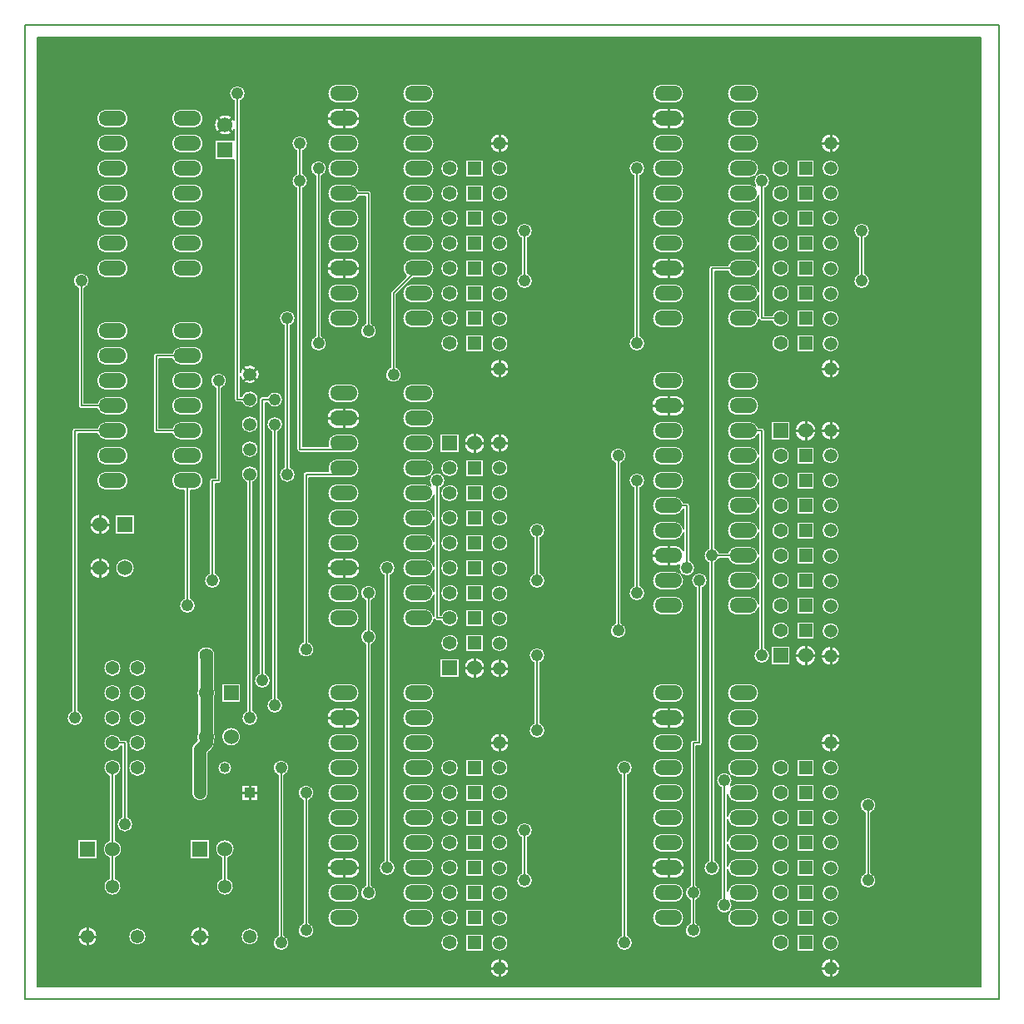
<source format=gbr>
G04 DesignSpark PCB Gerber Version 10.0 Build 5299*
G04 #@! TF.Part,Single*
G04 #@! TF.FileFunction,Copper,L1,Top*
G04 #@! TF.FilePolarity,Positive*
%FSLAX35Y35*%
%MOIN*%
G04 #@! TA.AperFunction,ComponentPad*
%ADD20R,0.04000X0.04000*%
%ADD25R,0.05500X0.05500*%
%ADD70R,0.06000X0.06000*%
G04 #@! TD.AperFunction*
%ADD13C,0.00500*%
%ADD15C,0.00800*%
%ADD14C,0.01000*%
G04 #@! TA.AperFunction,ComponentPad*
%ADD21C,0.04000*%
G04 #@! TA.AperFunction,ViaPad*
%ADD16C,0.04800*%
G04 #@! TD.AperFunction*
%ADD17C,0.05000*%
G04 #@! TA.AperFunction,ComponentPad*
%ADD24C,0.05276*%
%ADD19C,0.05374*%
%ADD23C,0.05433*%
%ADD26C,0.05500*%
G04 #@! TA.AperFunction,ViaPad*
%ADD18C,0.05600*%
G04 #@! TA.AperFunction,ComponentPad*
%ADD71C,0.06000*%
%ADD22O,0.11000X0.06000*%
G04 #@! TD.AperFunction*
X0Y0D02*
D02*
D13*
X250Y250D02*
X390250D01*
Y390250D01*
X250D01*
Y250D01*
X5250Y385250D02*
Y5250D01*
X382750D01*
Y385250D01*
X5250D01*
X37750Y231600D02*
G75*
G02*
Y223900I0J-3850D01*
G01*
X32750D01*
G75*
G02*
X29108Y226500I0J3850D01*
G01*
X21500D01*
Y115750D01*
G75*
G02*
X23500Y112750I-1250J-3000D01*
G01*
G75*
G02*
X17000I-3250J0D01*
G01*
G75*
G02*
X19000Y115750I3250J0D01*
G01*
Y227750D01*
G75*
G02*
X20250Y229000I1250J0D01*
G01*
X29108D01*
G75*
G02*
X32750Y231600I3642J-1250D01*
G01*
X37750D01*
X26000Y172750D02*
G75*
G02*
X34500I4250J0D01*
G01*
G75*
G02*
X26000I-4250J0D01*
G01*
X36500Y63891D02*
G75*
G02*
Y56609I-1250J-3641D01*
G01*
Y48590D01*
G75*
G02*
X35250Y41683I-1250J-3340D01*
G01*
G75*
G02*
X34000Y48590I0J3567D01*
G01*
Y56609D01*
G75*
G02*
Y63891I1250J3641D01*
G01*
Y89441D01*
G75*
G02*
X31713Y92750I1250J3309D01*
G01*
G75*
G02*
X38787I3537J0D01*
G01*
G75*
G02*
X36500Y89441I-3537J0D01*
G01*
Y63891D01*
X41500Y73250D02*
G75*
G02*
X43500Y70250I-1250J-3000D01*
G01*
G75*
G02*
X37000I-3250J0D01*
G01*
G75*
G02*
X39000Y73250I3250J0D01*
G01*
Y101500D01*
X38559D01*
G75*
G02*
X31713Y102750I-3309J1250D01*
G01*
G75*
G02*
X38559Y104000I3537J0D01*
G01*
X40250D01*
G75*
G02*
X41500Y102750I0J-1250D01*
G01*
Y73250D01*
X41683Y25250D02*
G75*
G02*
X48817I3567J0D01*
G01*
G75*
G02*
X41683I-3567J0D01*
G01*
X31713Y112750D02*
G75*
G02*
X38787I3537J0D01*
G01*
G75*
G02*
X31713I-3537J0D01*
G01*
Y122750D02*
G75*
G02*
X38787I3537J0D01*
G01*
G75*
G02*
X31713I-3537J0D01*
G01*
Y132750D02*
G75*
G02*
X38787I3537J0D01*
G01*
G75*
G02*
X31713I-3537J0D01*
G01*
X26000Y190250D02*
G75*
G02*
X34500I4250J0D01*
G01*
G75*
G02*
X26000I-4250J0D01*
G01*
X37750Y211600D02*
G75*
G02*
Y203900I0J-3850D01*
G01*
X32750D01*
G75*
G02*
Y211600I0J3850D01*
G01*
X37750D01*
X36400Y194100D02*
X44100D01*
Y186400D01*
X36400D01*
Y194100D01*
X40250Y176600D02*
G75*
G02*
X44100Y172750I0J-3850D01*
G01*
G75*
G02*
X40250Y168900I-3850J0D01*
G01*
G75*
G02*
X36400Y172750I0J3850D01*
G01*
G75*
G02*
X40250Y176600I3850J0D01*
G01*
X41713Y92750D02*
G75*
G02*
X48787I3537J0D01*
G01*
G75*
G02*
X41713I-3537J0D01*
G01*
Y102750D02*
G75*
G02*
X48787I3537J0D01*
G01*
G75*
G02*
X41713I-3537J0D01*
G01*
Y112750D02*
G75*
G02*
X48787I3537J0D01*
G01*
G75*
G02*
X41713I-3537J0D01*
G01*
Y122750D02*
G75*
G02*
X48787I3537J0D01*
G01*
G75*
G02*
X41713I-3537J0D01*
G01*
Y132750D02*
G75*
G02*
X48787I3537J0D01*
G01*
G75*
G02*
X41713I-3537J0D01*
G01*
X37750Y221600D02*
G75*
G02*
Y213900I0J-3850D01*
G01*
X32750D01*
G75*
G02*
Y221600I0J3850D01*
G01*
X37750D01*
X21283Y25250D02*
G75*
G02*
X29217I3967J0D01*
G01*
G75*
G02*
X21283I-3967J0D01*
G01*
X21400Y64100D02*
X29100D01*
Y56400D01*
X21400D01*
Y64100D01*
X37750Y241600D02*
G75*
G02*
Y233900I0J-3850D01*
G01*
X32750D01*
G75*
G02*
X29108Y236500I0J3850D01*
G01*
X22750D01*
G75*
G02*
X21500Y237750I0J1250D01*
G01*
Y284750D01*
G75*
G02*
X19500Y287750I1250J3000D01*
G01*
G75*
G02*
X26000I3250J0D01*
G01*
G75*
G02*
X24000Y284750I-3250J0D01*
G01*
Y239000D01*
X29108D01*
G75*
G02*
X32750Y241600I3642J-1250D01*
G01*
X37750D01*
Y251600D02*
G75*
G02*
Y243900I0J-3850D01*
G01*
X32750D01*
G75*
G02*
Y251600I0J3850D01*
G01*
X37750D01*
Y261600D02*
G75*
G02*
Y253900I0J-3850D01*
G01*
X32750D01*
G75*
G02*
Y261600I0J3850D01*
G01*
X37750D01*
Y271600D02*
G75*
G02*
Y263900I0J-3850D01*
G01*
X32750D01*
G75*
G02*
Y271600I0J3850D01*
G01*
X37750D01*
Y296600D02*
G75*
G02*
Y288900I0J-3850D01*
G01*
X32750D01*
G75*
G02*
Y296600I0J3850D01*
G01*
X37750D01*
Y306600D02*
G75*
G02*
Y298900I0J-3850D01*
G01*
X32750D01*
G75*
G02*
Y306600I0J3850D01*
G01*
X37750D01*
Y316600D02*
G75*
G02*
Y308900I0J-3850D01*
G01*
X32750D01*
G75*
G02*
Y316600I0J3850D01*
G01*
X37750D01*
Y326600D02*
G75*
G02*
Y318900I0J-3850D01*
G01*
X32750D01*
G75*
G02*
Y326600I0J3850D01*
G01*
X37750D01*
Y336600D02*
G75*
G02*
Y328900I0J-3850D01*
G01*
X32750D01*
G75*
G02*
Y336600I0J3850D01*
G01*
X37750D01*
Y346600D02*
G75*
G02*
Y338900I0J-3850D01*
G01*
X32750D01*
G75*
G02*
Y346600I0J3850D01*
G01*
X37750D01*
Y356600D02*
G75*
G02*
Y348900I0J-3850D01*
G01*
X32750D01*
G75*
G02*
Y356600I0J3850D01*
G01*
X37750D01*
X67750Y261600D02*
G75*
G02*
Y253900I0J-3850D01*
G01*
X62750D01*
G75*
G02*
X59108Y256500I0J3850D01*
G01*
X54000D01*
Y229000D01*
X59108D01*
G75*
G02*
X62750Y231600I3642J-1250D01*
G01*
X67750D01*
G75*
G02*
Y223900I0J-3850D01*
G01*
X62750D01*
G75*
G02*
X59108Y226500I0J3850D01*
G01*
X52750D01*
G75*
G02*
X51500Y227750I0J1250D01*
G01*
Y257750D01*
G75*
G02*
X52750Y259000I1250J0D01*
G01*
X59108D01*
G75*
G02*
X62750Y261600I3642J-1250D01*
G01*
X67750D01*
Y241600D02*
G75*
G02*
Y233900I0J-3850D01*
G01*
X62750D01*
G75*
G02*
Y241600I0J3850D01*
G01*
X67750D01*
Y251600D02*
G75*
G02*
Y243900I0J-3850D01*
G01*
X62750D01*
G75*
G02*
Y251600I0J3850D01*
G01*
X67750D01*
Y211600D02*
G75*
G02*
Y203900I0J-3850D01*
G01*
X66500D01*
Y160750D01*
G75*
G02*
X68500Y157750I-1250J-3000D01*
G01*
G75*
G02*
X62000I-3250J0D01*
G01*
G75*
G02*
X64000Y160750I3250J0D01*
G01*
Y203900D01*
X62750D01*
G75*
G02*
Y211600I0J3850D01*
G01*
X67750D01*
X76100Y107147D02*
G75*
G02*
Y103353I-3350J-1897D01*
G01*
Y102750D01*
G75*
G02*
X75117Y100380I-3350J0D01*
G01*
X73600Y98862D01*
Y82823D01*
G75*
G02*
X73601Y82750I-3359J-73D01*
G01*
G75*
G02*
X66899I-3351J0D01*
G01*
G75*
G02*
X66900Y82823I3360J0D01*
G01*
Y100250D01*
G75*
G02*
X67883Y102620I3350J0D01*
G01*
X69149Y103887D01*
G75*
G02*
X69400Y107147I3600J1363D01*
G01*
Y120853D01*
G75*
G02*
Y124647I3350J1897D01*
G01*
Y136301D01*
G75*
G02*
X69100Y137750I3350J1449D01*
G01*
G75*
G02*
X76400I3650J0D01*
G01*
G75*
G02*
X76100Y136301I-3650J0D01*
G01*
Y124647D01*
G75*
G02*
Y120853I-3350J-1897D01*
G01*
Y107147D01*
X76400Y60250D02*
G75*
G02*
X84100I3850J0D01*
G01*
G75*
G02*
X81500Y56609I-3850J0D01*
G01*
Y48590D01*
G75*
G02*
X80250Y41683I-1250J-3340D01*
G01*
G75*
G02*
X79000Y48590I0J3567D01*
G01*
Y56609D01*
G75*
G02*
X76400Y60250I1250J3641D01*
G01*
X66283Y25250D02*
G75*
G02*
X74217I3967J0D01*
G01*
G75*
G02*
X66283I-3967J0D01*
G01*
X66400Y64100D02*
X74100D01*
Y56400D01*
X66400D01*
Y64100D01*
X67750Y221600D02*
G75*
G02*
Y213900I0J-3850D01*
G01*
X62750D01*
G75*
G02*
Y221600I0J3850D01*
G01*
X67750D01*
Y271600D02*
G75*
G02*
Y263900I0J-3850D01*
G01*
X62750D01*
G75*
G02*
Y271600I0J3850D01*
G01*
X67750D01*
Y296600D02*
G75*
G02*
Y288900I0J-3850D01*
G01*
X62750D01*
G75*
G02*
Y296600I0J3850D01*
G01*
X67750D01*
Y306600D02*
G75*
G02*
Y298900I0J-3850D01*
G01*
X62750D01*
G75*
G02*
Y306600I0J3850D01*
G01*
X67750D01*
Y316600D02*
G75*
G02*
Y308900I0J-3850D01*
G01*
X62750D01*
G75*
G02*
Y316600I0J3850D01*
G01*
X67750D01*
Y326600D02*
G75*
G02*
Y318900I0J-3850D01*
G01*
X62750D01*
G75*
G02*
Y326600I0J3850D01*
G01*
X67750D01*
Y336600D02*
G75*
G02*
Y328900I0J-3850D01*
G01*
X62750D01*
G75*
G02*
Y336600I0J3850D01*
G01*
X67750D01*
Y346600D02*
G75*
G02*
Y338900I0J-3850D01*
G01*
X62750D01*
G75*
G02*
Y346600I0J3850D01*
G01*
X67750D01*
Y356600D02*
G75*
G02*
Y348900I0J-3850D01*
G01*
X62750D01*
G75*
G02*
Y356600I0J3850D01*
G01*
X67750D01*
X74500Y247750D02*
G75*
G02*
X81000I3250J0D01*
G01*
G75*
G02*
X79000Y244750I-3250J0D01*
G01*
Y207750D01*
G75*
G02*
X77750Y206500I-1250J0D01*
G01*
X76500D01*
Y170750D01*
G75*
G02*
X78500Y167750I-1250J-3000D01*
G01*
G75*
G02*
X72000I-3250J0D01*
G01*
G75*
G02*
X74000Y170750I3250J0D01*
G01*
Y207750D01*
G75*
G02*
X75250Y209000I1250J0D01*
G01*
X76500D01*
Y244750D01*
G75*
G02*
X74500Y247750I1250J3000D01*
G01*
X78900Y126600D02*
X86600D01*
Y118900D01*
X78900D01*
Y126600D01*
X82750Y109100D02*
G75*
G02*
X86600Y105250I0J-3850D01*
G01*
G75*
G02*
X82750Y101400I-3850J0D01*
G01*
G75*
G02*
X78900Y105250I0J3850D01*
G01*
G75*
G02*
X82750Y109100I3850J0D01*
G01*
X77400Y92750D02*
G75*
G02*
X83100I2850J0D01*
G01*
G75*
G02*
X77400I-2850J0D01*
G01*
X86500Y251394D02*
G75*
G02*
X94138Y250368I3750J-1026D01*
G01*
G75*
G02*
X86500Y249342I-3888J0D01*
G01*
Y241618D01*
X86994D01*
G75*
G02*
X93738Y240368I3256J-1250D01*
G01*
G75*
G02*
X86994Y239118I-3488J0D01*
G01*
X85250D01*
G75*
G02*
X84000Y240368I0J1250D01*
G01*
Y336400D01*
X76400D01*
Y344100D01*
X84000D01*
Y348250D01*
G75*
G02*
X76000Y350250I-3750J2000D01*
G01*
G75*
G02*
X84000Y352250I4250J0D01*
G01*
Y359750D01*
G75*
G02*
X82000Y362750I1250J3000D01*
G01*
G75*
G02*
X88500I3250J0D01*
G01*
G75*
G02*
X86500Y359750I-3250J0D01*
G01*
Y251394D01*
X86683Y25250D02*
G75*
G02*
X93817I3567J0D01*
G01*
G75*
G02*
X86683I-3567J0D01*
G01*
X86762Y210368D02*
G75*
G02*
X93738I3488J0D01*
G01*
G75*
G02*
X91500Y207112I-3488J0D01*
G01*
Y115750D01*
G75*
G02*
X93500Y112750I-1250J-3000D01*
G01*
G75*
G02*
X87000I-3250J0D01*
G01*
G75*
G02*
X89000Y115750I3250J0D01*
G01*
Y207112D01*
G75*
G02*
X86762Y210368I1250J3256D01*
G01*
X97250Y241500D02*
G75*
G02*
X103500Y240250I3000J-1250D01*
G01*
G75*
G02*
X97250Y239000I-3250J0D01*
G01*
X96500D01*
Y130750D01*
G75*
G02*
X98500Y127750I-1250J-3000D01*
G01*
G75*
G02*
X92000I-3250J0D01*
G01*
G75*
G02*
X94000Y130750I3250J0D01*
G01*
Y240250D01*
G75*
G02*
X95250Y241500I1250J0D01*
G01*
X97250D01*
X97000Y230250D02*
G75*
G02*
X103500I3250J0D01*
G01*
G75*
G02*
X101500Y227250I-3250J0D01*
G01*
Y120750D01*
G75*
G02*
X103500Y117750I-1250J-3000D01*
G01*
G75*
G02*
X97000I-3250J0D01*
G01*
G75*
G02*
X99000Y120750I3250J0D01*
G01*
Y227250D01*
G75*
G02*
X97000Y230250I1250J3000D01*
G01*
X102000Y272750D02*
G75*
G02*
X108500I3250J0D01*
G01*
G75*
G02*
X106500Y269750I-3250J0D01*
G01*
Y213250D01*
G75*
G02*
X108500Y210250I-1250J-3000D01*
G01*
G75*
G02*
X102000I-3250J0D01*
G01*
G75*
G02*
X104000Y213250I3250J0D01*
G01*
Y269750D01*
G75*
G02*
X102000Y272750I1250J3000D01*
G01*
X99500Y92750D02*
G75*
G02*
X106000I3250J0D01*
G01*
G75*
G02*
X104000Y89750I-3250J0D01*
G01*
Y25750D01*
G75*
G02*
X106000Y22750I-1250J-3000D01*
G01*
G75*
G02*
X99500I-3250J0D01*
G01*
G75*
G02*
X101500Y25750I3250J0D01*
G01*
Y89750D01*
G75*
G02*
X99500Y92750I1250J3000D01*
G01*
X87000Y86000D02*
X93500D01*
Y79500D01*
X87000D01*
Y86000D01*
X86762Y220368D02*
G75*
G02*
X93738I3488J0D01*
G01*
G75*
G02*
X86762I-3488J0D01*
G01*
Y230368D02*
G75*
G02*
X93738I3488J0D01*
G01*
G75*
G02*
X86762I-3488J0D01*
G01*
X130250Y226600D02*
G75*
G02*
Y218900I0J-3850D01*
G01*
X125250D01*
G75*
G02*
X124376Y219000I0J3851D01*
G01*
X110250D01*
G75*
G02*
X109000Y220250I0J1250D01*
G01*
Y324750D01*
G75*
G02*
Y330750I1250J3000D01*
G01*
Y339750D01*
G75*
G02*
X107000Y342750I1250J3000D01*
G01*
G75*
G02*
X113500I3250J0D01*
G01*
G75*
G02*
X111500Y339750I-3250J0D01*
G01*
Y330750D01*
G75*
G02*
Y324750I-1250J-3000D01*
G01*
Y221500D01*
X121608D01*
G75*
G02*
X125250Y226600I3642J1250D01*
G01*
X130250D01*
Y216600D02*
G75*
G02*
Y208900I0J-3850D01*
G01*
X125250D01*
G75*
G02*
X124376Y209000I0J3851D01*
G01*
X114000D01*
Y143250D01*
G75*
G02*
X116000Y140250I-1250J-3000D01*
G01*
G75*
G02*
X109500I-3250J0D01*
G01*
G75*
G02*
X111500Y143250I3250J0D01*
G01*
Y210250D01*
G75*
G02*
X112750Y211500I1250J0D01*
G01*
X121608D01*
G75*
G02*
X125250Y216600I3642J1250D01*
G01*
X130250D01*
Y57000D02*
G75*
G02*
Y48500I0J-4250D01*
G01*
X125250D01*
G75*
G02*
Y57000I0J4250D01*
G01*
X130250D01*
X134500Y162750D02*
G75*
G02*
X141000I3250J0D01*
G01*
G75*
G02*
X139000Y159750I-3250J0D01*
G01*
Y148250D01*
G75*
G02*
Y142250I-1250J-3000D01*
G01*
Y45750D01*
G75*
G02*
X141000Y42750I-1250J-3000D01*
G01*
G75*
G02*
X134500I-3250J0D01*
G01*
G75*
G02*
X136500Y45750I3250J0D01*
G01*
Y142250D01*
G75*
G02*
Y148250I1250J3000D01*
G01*
Y159750D01*
G75*
G02*
X134500Y162750I1250J3000D01*
G01*
X130250Y36600D02*
G75*
G02*
Y28900I0J-3850D01*
G01*
X125250D01*
G75*
G02*
Y36600I0J3850D01*
G01*
X130250D01*
Y46600D02*
G75*
G02*
Y38900I0J-3850D01*
G01*
X125250D01*
G75*
G02*
Y46600I0J3850D01*
G01*
X130250D01*
Y117000D02*
G75*
G02*
Y108500I0J-4250D01*
G01*
X125250D01*
G75*
G02*
Y117000I0J4250D01*
G01*
X130250D01*
Y66600D02*
G75*
G02*
Y58900I0J-3850D01*
G01*
X125250D01*
G75*
G02*
Y66600I0J3850D01*
G01*
X130250D01*
Y76600D02*
G75*
G02*
Y68900I0J-3850D01*
G01*
X125250D01*
G75*
G02*
Y76600I0J3850D01*
G01*
X130250D01*
Y86600D02*
G75*
G02*
Y78900I0J-3850D01*
G01*
X125250D01*
G75*
G02*
Y86600I0J3850D01*
G01*
X130250D01*
Y96600D02*
G75*
G02*
Y88900I0J-3850D01*
G01*
X125250D01*
G75*
G02*
Y96600I0J3850D01*
G01*
X130250D01*
Y106600D02*
G75*
G02*
Y98900I0J-3850D01*
G01*
X125250D01*
G75*
G02*
Y106600I0J3850D01*
G01*
X130250D01*
Y177000D02*
G75*
G02*
Y168500I0J-4250D01*
G01*
X125250D01*
G75*
G02*
Y177000I0J4250D01*
G01*
X130250D01*
Y126600D02*
G75*
G02*
Y118900I0J-3850D01*
G01*
X125250D01*
G75*
G02*
Y126600I0J3850D01*
G01*
X130250D01*
Y156600D02*
G75*
G02*
Y148900I0J-3850D01*
G01*
X125250D01*
G75*
G02*
Y156600I0J3850D01*
G01*
X130250D01*
Y166600D02*
G75*
G02*
Y158900I0J-3850D01*
G01*
X125250D01*
G75*
G02*
Y166600I0J3850D01*
G01*
X130250D01*
Y186600D02*
G75*
G02*
Y178900I0J-3850D01*
G01*
X125250D01*
G75*
G02*
Y186600I0J3850D01*
G01*
X130250D01*
Y196600D02*
G75*
G02*
Y188900I0J-3850D01*
G01*
X125250D01*
G75*
G02*
Y196600I0J3850D01*
G01*
X130250D01*
Y206600D02*
G75*
G02*
Y198900I0J-3850D01*
G01*
X125250D01*
G75*
G02*
Y206600I0J3850D01*
G01*
X130250D01*
X109500Y82750D02*
G75*
G02*
X116000I3250J0D01*
G01*
G75*
G02*
X114000Y79750I-3250J0D01*
G01*
Y30750D01*
G75*
G02*
X116000Y27750I-1250J-3000D01*
G01*
G75*
G02*
X109500I-3250J0D01*
G01*
G75*
G02*
X111500Y30750I3250J0D01*
G01*
Y79750D01*
G75*
G02*
X109500Y82750I1250J3000D01*
G01*
X114500Y332750D02*
G75*
G02*
X121000I3250J0D01*
G01*
G75*
G02*
X119000Y329750I-3250J0D01*
G01*
Y265750D01*
G75*
G02*
X121000Y262750I-1250J-3000D01*
G01*
G75*
G02*
X114500I-3250J0D01*
G01*
G75*
G02*
X116500Y265750I3250J0D01*
G01*
Y329750D01*
G75*
G02*
X114500Y332750I1250J3000D01*
G01*
X130250Y297000D02*
G75*
G02*
Y288500I0J-4250D01*
G01*
X125250D01*
G75*
G02*
Y297000I0J4250D01*
G01*
X130250D01*
X139000Y270750D02*
G75*
G02*
X141000Y267750I-1250J-3000D01*
G01*
G75*
G02*
X134500I-3250J0D01*
G01*
G75*
G02*
X136500Y270750I3250J0D01*
G01*
Y321500D01*
X133892D01*
G75*
G02*
X130250Y318900I-3642J1250D01*
G01*
X125250D01*
G75*
G02*
Y326600I0J3850D01*
G01*
X130250D01*
G75*
G02*
X133892Y324000I0J-3850D01*
G01*
X137750D01*
G75*
G02*
X139000Y322750I0J-1250D01*
G01*
Y270750D01*
X130250Y246600D02*
G75*
G02*
Y238900I0J-3850D01*
G01*
X125250D01*
G75*
G02*
Y246600I0J3850D01*
G01*
X130250D01*
Y276600D02*
G75*
G02*
Y268900I0J-3850D01*
G01*
X125250D01*
G75*
G02*
Y276600I0J3850D01*
G01*
X130250D01*
Y286600D02*
G75*
G02*
Y278900I0J-3850D01*
G01*
X125250D01*
G75*
G02*
Y286600I0J3850D01*
G01*
X130250D01*
Y237000D02*
G75*
G02*
Y228500I0J-4250D01*
G01*
X125250D01*
G75*
G02*
Y237000I0J4250D01*
G01*
X130250D01*
Y357000D02*
G75*
G02*
Y348500I0J-4250D01*
G01*
X125250D01*
G75*
G02*
Y357000I0J4250D01*
G01*
X130250D01*
Y306600D02*
G75*
G02*
Y298900I0J-3850D01*
G01*
X125250D01*
G75*
G02*
Y306600I0J3850D01*
G01*
X130250D01*
Y316600D02*
G75*
G02*
Y308900I0J-3850D01*
G01*
X125250D01*
G75*
G02*
Y316600I0J3850D01*
G01*
X130250D01*
Y336600D02*
G75*
G02*
Y328900I0J-3850D01*
G01*
X125250D01*
G75*
G02*
Y336600I0J3850D01*
G01*
X130250D01*
Y346600D02*
G75*
G02*
Y338900I0J-3850D01*
G01*
X125250D01*
G75*
G02*
Y346600I0J3850D01*
G01*
X130250D01*
Y366600D02*
G75*
G02*
Y358900I0J-3850D01*
G01*
X125250D01*
G75*
G02*
Y366600I0J3850D01*
G01*
X130250D01*
X142000Y172750D02*
G75*
G02*
X148500I3250J0D01*
G01*
G75*
G02*
X146500Y169750I-3250J0D01*
G01*
Y55750D01*
G75*
G02*
X148500Y52750I-1250J-3000D01*
G01*
G75*
G02*
X142000I-3250J0D01*
G01*
G75*
G02*
X144000Y55750I3250J0D01*
G01*
Y169750D01*
G75*
G02*
X142000Y172750I1250J3000D01*
G01*
X160250Y296600D02*
G75*
G02*
Y288900I0J-3850D01*
G01*
X155667D01*
X149000Y282232D01*
Y253250D01*
G75*
G02*
X151000Y250250I-1250J-3000D01*
G01*
G75*
G02*
X144500I-3250J0D01*
G01*
G75*
G02*
X146500Y253250I3250J0D01*
G01*
Y282750D01*
G75*
G02*
X146868Y283635I1250J0D01*
G01*
X152918Y289686D01*
G75*
G02*
X155250Y296600I2332J3064D01*
G01*
X160250D01*
Y36600D02*
G75*
G02*
Y28900I0J-3850D01*
G01*
X155250D01*
G75*
G02*
Y36600I0J3850D01*
G01*
X160250D01*
Y46600D02*
G75*
G02*
Y38900I0J-3850D01*
G01*
X155250D01*
G75*
G02*
Y46600I0J3850D01*
G01*
X160250D01*
Y56600D02*
G75*
G02*
Y48900I0J-3850D01*
G01*
X155250D01*
G75*
G02*
Y56600I0J3850D01*
G01*
X160250D01*
Y66600D02*
G75*
G02*
Y58900I0J-3850D01*
G01*
X155250D01*
G75*
G02*
Y66600I0J3850D01*
G01*
X160250D01*
Y76600D02*
G75*
G02*
Y68900I0J-3850D01*
G01*
X155250D01*
G75*
G02*
Y76600I0J3850D01*
G01*
X160250D01*
Y86600D02*
G75*
G02*
Y78900I0J-3850D01*
G01*
X155250D01*
G75*
G02*
Y86600I0J3850D01*
G01*
X160250D01*
Y96600D02*
G75*
G02*
Y88900I0J-3850D01*
G01*
X155250D01*
G75*
G02*
Y96600I0J3850D01*
G01*
X160250D01*
Y106600D02*
G75*
G02*
Y98900I0J-3850D01*
G01*
X155250D01*
G75*
G02*
Y106600I0J3850D01*
G01*
X160250D01*
Y116600D02*
G75*
G02*
Y108900I0J-3850D01*
G01*
X155250D01*
G75*
G02*
Y116600I0J3850D01*
G01*
X160250D01*
Y126600D02*
G75*
G02*
Y118900I0J-3850D01*
G01*
X155250D01*
G75*
G02*
Y126600I0J3850D01*
G01*
X160250D01*
X166874Y154000D02*
G75*
G02*
X173850Y152750I3376J-1250D01*
G01*
G75*
G02*
X166874Y151500I-3600J0D01*
G01*
X165250D01*
G75*
G02*
X164076Y152320I0J1250D01*
G01*
G75*
G02*
X160250Y148900I-3826J430D01*
G01*
X155250D01*
G75*
G02*
Y156600I0J3850D01*
G01*
X160250D01*
G75*
G02*
X164000Y153624I0J-3850D01*
G01*
Y161876D01*
G75*
G02*
X160250Y158900I-3750J874D01*
G01*
X155250D01*
G75*
G02*
Y166600I0J3850D01*
G01*
X160250D01*
G75*
G02*
X164000Y163624I0J-3850D01*
G01*
Y171876D01*
G75*
G02*
X160250Y168900I-3750J874D01*
G01*
X155250D01*
G75*
G02*
Y176600I0J3850D01*
G01*
X160250D01*
G75*
G02*
X164000Y173624I0J-3850D01*
G01*
Y181876D01*
G75*
G02*
X160250Y178900I-3750J874D01*
G01*
X155250D01*
G75*
G02*
Y186600I0J3850D01*
G01*
X160250D01*
G75*
G02*
X164000Y183624I0J-3850D01*
G01*
Y191876D01*
G75*
G02*
X160250Y188900I-3750J874D01*
G01*
X155250D01*
G75*
G02*
Y196600I0J3850D01*
G01*
X160250D01*
G75*
G02*
X164000Y193624I0J-3850D01*
G01*
Y201876D01*
G75*
G02*
X160250Y198900I-3750J874D01*
G01*
X155250D01*
G75*
G02*
Y206600I0J3850D01*
G01*
X160250D01*
G75*
G02*
X162736Y205690I0J-3851D01*
G01*
G75*
G02*
Y209810I2514J2060D01*
G01*
G75*
G02*
X160250Y208900I-2486J2941D01*
G01*
X155250D01*
G75*
G02*
Y216600I0J3850D01*
G01*
X160250D01*
G75*
G02*
X163190Y210264I0J-3850D01*
G01*
G75*
G02*
X168500Y207750I2060J-2514D01*
G01*
G75*
G02*
X166500Y204750I-3250J0D01*
G01*
Y154000D01*
X166874D01*
X166650Y162750D02*
G75*
G02*
X173850I3600J0D01*
G01*
G75*
G02*
X166650I-3600J0D01*
G01*
Y172750D02*
G75*
G02*
X173850I3600J0D01*
G01*
G75*
G02*
X166650I-3600J0D01*
G01*
Y182750D02*
G75*
G02*
X173850I3600J0D01*
G01*
G75*
G02*
X166650I-3600J0D01*
G01*
Y192750D02*
G75*
G02*
X173850I3600J0D01*
G01*
G75*
G02*
X166650I-3600J0D01*
G01*
Y202750D02*
G75*
G02*
X173850I3600J0D01*
G01*
G75*
G02*
X166650I-3600J0D01*
G01*
X166400Y136600D02*
X174100D01*
Y128900D01*
X166400D01*
Y136600D01*
X166650Y22750D02*
G75*
G02*
X173850I3600J0D01*
G01*
G75*
G02*
X166650I-3600J0D01*
G01*
Y32750D02*
G75*
G02*
X173850I3600J0D01*
G01*
G75*
G02*
X166650I-3600J0D01*
G01*
Y42750D02*
G75*
G02*
X173850I3600J0D01*
G01*
G75*
G02*
X166650I-3600J0D01*
G01*
Y52750D02*
G75*
G02*
X173850I3600J0D01*
G01*
G75*
G02*
X166650I-3600J0D01*
G01*
Y62750D02*
G75*
G02*
X173850I3600J0D01*
G01*
G75*
G02*
X166650I-3600J0D01*
G01*
Y72750D02*
G75*
G02*
X173850I3600J0D01*
G01*
G75*
G02*
X166650I-3600J0D01*
G01*
Y82750D02*
G75*
G02*
X173850I3600J0D01*
G01*
G75*
G02*
X166650I-3600J0D01*
G01*
Y92750D02*
G75*
G02*
X173850I3600J0D01*
G01*
G75*
G02*
X166650I-3600J0D01*
G01*
Y142750D02*
G75*
G02*
X173850I3600J0D01*
G01*
G75*
G02*
X166650I-3600J0D01*
G01*
X160250Y226600D02*
G75*
G02*
Y218900I0J-3850D01*
G01*
X155250D01*
G75*
G02*
Y226600I0J3850D01*
G01*
X160250D01*
Y236600D02*
G75*
G02*
Y228900I0J-3850D01*
G01*
X155250D01*
G75*
G02*
Y236600I0J3850D01*
G01*
X160250D01*
Y246600D02*
G75*
G02*
Y238900I0J-3850D01*
G01*
X155250D01*
G75*
G02*
Y246600I0J3850D01*
G01*
X160250D01*
Y276600D02*
G75*
G02*
Y268900I0J-3850D01*
G01*
X155250D01*
G75*
G02*
Y276600I0J3850D01*
G01*
X160250D01*
Y286600D02*
G75*
G02*
Y278900I0J-3850D01*
G01*
X155250D01*
G75*
G02*
Y286600I0J3850D01*
G01*
X160250D01*
Y306600D02*
G75*
G02*
Y298900I0J-3850D01*
G01*
X155250D01*
G75*
G02*
Y306600I0J3850D01*
G01*
X160250D01*
Y316600D02*
G75*
G02*
Y308900I0J-3850D01*
G01*
X155250D01*
G75*
G02*
Y316600I0J3850D01*
G01*
X160250D01*
Y326600D02*
G75*
G02*
Y318900I0J-3850D01*
G01*
X155250D01*
G75*
G02*
Y326600I0J3850D01*
G01*
X160250D01*
Y336600D02*
G75*
G02*
Y328900I0J-3850D01*
G01*
X155250D01*
G75*
G02*
Y336600I0J3850D01*
G01*
X160250D01*
Y346600D02*
G75*
G02*
Y338900I0J-3850D01*
G01*
X155250D01*
G75*
G02*
Y346600I0J3850D01*
G01*
X160250D01*
Y356600D02*
G75*
G02*
Y348900I0J-3850D01*
G01*
X155250D01*
G75*
G02*
Y356600I0J3850D01*
G01*
X160250D01*
Y366600D02*
G75*
G02*
Y358900I0J-3850D01*
G01*
X155250D01*
G75*
G02*
Y366600I0J3850D01*
G01*
X160250D01*
X166400Y226600D02*
X174100D01*
Y218900D01*
X166400D01*
Y226600D01*
X166650Y212750D02*
G75*
G02*
X173850I3600J0D01*
G01*
G75*
G02*
X166650I-3600J0D01*
G01*
Y262750D02*
G75*
G02*
X173850I3600J0D01*
G01*
G75*
G02*
X166650I-3600J0D01*
G01*
Y272750D02*
G75*
G02*
X173850I3600J0D01*
G01*
G75*
G02*
X166650I-3600J0D01*
G01*
Y282750D02*
G75*
G02*
X173850I3600J0D01*
G01*
G75*
G02*
X166650I-3600J0D01*
G01*
Y292750D02*
G75*
G02*
X173850I3600J0D01*
G01*
G75*
G02*
X166650I-3600J0D01*
G01*
Y302750D02*
G75*
G02*
X173850I3600J0D01*
G01*
G75*
G02*
X166650I-3600J0D01*
G01*
Y312750D02*
G75*
G02*
X173850I3600J0D01*
G01*
G75*
G02*
X166650I-3600J0D01*
G01*
Y322750D02*
G75*
G02*
X173850I3600J0D01*
G01*
G75*
G02*
X166650I-3600J0D01*
G01*
Y332750D02*
G75*
G02*
X173850I3600J0D01*
G01*
G75*
G02*
X166650I-3600J0D01*
G01*
X176000Y132750D02*
G75*
G02*
X184500I4250J0D01*
G01*
G75*
G02*
X176000I-4250J0D01*
G01*
X176652Y26348D02*
X183848D01*
Y19152D01*
X176652D01*
Y26348D01*
Y36348D02*
X183848D01*
Y29152D01*
X176652D01*
Y36348D01*
Y46348D02*
X183848D01*
Y39152D01*
X176652D01*
Y46348D01*
Y56348D02*
X183848D01*
Y49152D01*
X176652D01*
Y56348D01*
Y66348D02*
X183848D01*
Y59152D01*
X176652D01*
Y66348D01*
Y76348D02*
X183848D01*
Y69152D01*
X176652D01*
Y76348D01*
Y86348D02*
X183848D01*
Y79152D01*
X176652D01*
Y86348D01*
Y96348D02*
X183848D01*
Y89152D01*
X176652D01*
Y96348D01*
X176000Y222750D02*
G75*
G02*
X184500I4250J0D01*
G01*
G75*
G02*
X176000I-4250J0D01*
G01*
X176652Y146348D02*
X183848D01*
Y139152D01*
X176652D01*
Y146348D01*
Y156348D02*
X183848D01*
Y149152D01*
X176652D01*
Y156348D01*
Y166348D02*
X183848D01*
Y159152D01*
X176652D01*
Y166348D01*
Y176348D02*
X183848D01*
Y169152D01*
X176652D01*
Y176348D01*
Y186348D02*
X183848D01*
Y179152D01*
X176652D01*
Y186348D01*
Y196348D02*
X183848D01*
Y189152D01*
X176652D01*
Y196348D01*
Y206348D02*
X183848D01*
Y199152D01*
X176652D01*
Y206348D01*
Y216348D02*
X183848D01*
Y209152D01*
X176652D01*
Y216348D01*
Y266348D02*
X183848D01*
Y259152D01*
X176652D01*
Y266348D01*
Y276348D02*
X183848D01*
Y269152D01*
X176652D01*
Y276348D01*
Y286348D02*
X183848D01*
Y279152D01*
X176652D01*
Y286348D01*
Y296348D02*
X183848D01*
Y289152D01*
X176652D01*
Y296348D01*
Y306348D02*
X183848D01*
Y299152D01*
X176652D01*
Y306348D01*
Y316348D02*
X183848D01*
Y309152D01*
X176652D01*
Y316348D01*
Y326348D02*
X183848D01*
Y319152D01*
X176652D01*
Y326348D01*
Y336348D02*
X183848D01*
Y329152D01*
X176652D01*
Y336348D01*
X186362Y12632D02*
G75*
G02*
X194138I3888J0D01*
G01*
G75*
G02*
X186362I-3888J0D01*
G01*
Y102868D02*
G75*
G02*
X194138I3888J0D01*
G01*
G75*
G02*
X186362I-3888J0D01*
G01*
X186762Y22632D02*
G75*
G02*
X193738I3488J0D01*
G01*
G75*
G02*
X186762I-3488J0D01*
G01*
Y32632D02*
G75*
G02*
X193738I3488J0D01*
G01*
G75*
G02*
X186762I-3488J0D01*
G01*
Y42632D02*
G75*
G02*
X193738I3488J0D01*
G01*
G75*
G02*
X186762I-3488J0D01*
G01*
Y52632D02*
G75*
G02*
X193738I3488J0D01*
G01*
G75*
G02*
X186762I-3488J0D01*
G01*
Y62868D02*
G75*
G02*
X193738I3488J0D01*
G01*
G75*
G02*
X186762I-3488J0D01*
G01*
Y72868D02*
G75*
G02*
X193738I3488J0D01*
G01*
G75*
G02*
X186762I-3488J0D01*
G01*
Y82868D02*
G75*
G02*
X193738I3488J0D01*
G01*
G75*
G02*
X186762I-3488J0D01*
G01*
Y92868D02*
G75*
G02*
X193738I3488J0D01*
G01*
G75*
G02*
X186762I-3488J0D01*
G01*
X186362Y132632D02*
G75*
G02*
X194138I3888J0D01*
G01*
G75*
G02*
X186362I-3888J0D01*
G01*
Y222868D02*
G75*
G02*
X194138I3888J0D01*
G01*
G75*
G02*
X186362I-3888J0D01*
G01*
X186762Y142632D02*
G75*
G02*
X193738I3488J0D01*
G01*
G75*
G02*
X186762I-3488J0D01*
G01*
Y152632D02*
G75*
G02*
X193738I3488J0D01*
G01*
G75*
G02*
X186762I-3488J0D01*
G01*
Y162632D02*
G75*
G02*
X193738I3488J0D01*
G01*
G75*
G02*
X186762I-3488J0D01*
G01*
Y172632D02*
G75*
G02*
X193738I3488J0D01*
G01*
G75*
G02*
X186762I-3488J0D01*
G01*
Y182868D02*
G75*
G02*
X193738I3488J0D01*
G01*
G75*
G02*
X186762I-3488J0D01*
G01*
Y192868D02*
G75*
G02*
X193738I3488J0D01*
G01*
G75*
G02*
X186762I-3488J0D01*
G01*
Y202868D02*
G75*
G02*
X193738I3488J0D01*
G01*
G75*
G02*
X186762I-3488J0D01*
G01*
Y212868D02*
G75*
G02*
X193738I3488J0D01*
G01*
G75*
G02*
X186762I-3488J0D01*
G01*
X186362Y252632D02*
G75*
G02*
X194138I3888J0D01*
G01*
G75*
G02*
X186362I-3888J0D01*
G01*
Y342868D02*
G75*
G02*
X194138I3888J0D01*
G01*
G75*
G02*
X186362I-3888J0D01*
G01*
X186762Y262632D02*
G75*
G02*
X193738I3488J0D01*
G01*
G75*
G02*
X186762I-3488J0D01*
G01*
Y272632D02*
G75*
G02*
X193738I3488J0D01*
G01*
G75*
G02*
X186762I-3488J0D01*
G01*
Y282632D02*
G75*
G02*
X193738I3488J0D01*
G01*
G75*
G02*
X186762I-3488J0D01*
G01*
Y292632D02*
G75*
G02*
X193738I3488J0D01*
G01*
G75*
G02*
X186762I-3488J0D01*
G01*
Y302868D02*
G75*
G02*
X193738I3488J0D01*
G01*
G75*
G02*
X186762I-3488J0D01*
G01*
Y312868D02*
G75*
G02*
X193738I3488J0D01*
G01*
G75*
G02*
X186762I-3488J0D01*
G01*
Y322868D02*
G75*
G02*
X193738I3488J0D01*
G01*
G75*
G02*
X186762I-3488J0D01*
G01*
Y332868D02*
G75*
G02*
X193738I3488J0D01*
G01*
G75*
G02*
X186762I-3488J0D01*
G01*
X197000Y67750D02*
G75*
G02*
X203500I3250J0D01*
G01*
G75*
G02*
X201500Y64750I-3250J0D01*
G01*
Y50750D01*
G75*
G02*
X203500Y47750I-1250J-3000D01*
G01*
G75*
G02*
X197000I-3250J0D01*
G01*
G75*
G02*
X199000Y50750I3250J0D01*
G01*
Y64750D01*
G75*
G02*
X197000Y67750I1250J3000D01*
G01*
Y307750D02*
G75*
G02*
X203500I3250J0D01*
G01*
G75*
G02*
X201500Y304750I-3250J0D01*
G01*
Y290750D01*
G75*
G02*
X203500Y287750I-1250J-3000D01*
G01*
G75*
G02*
X197000I-3250J0D01*
G01*
G75*
G02*
X199000Y290750I3250J0D01*
G01*
Y304750D01*
G75*
G02*
X197000Y307750I1250J3000D01*
G01*
X202000Y137750D02*
G75*
G02*
X208500I3250J0D01*
G01*
G75*
G02*
X206500Y134750I-3250J0D01*
G01*
Y110750D01*
G75*
G02*
X208500Y107750I-1250J-3000D01*
G01*
G75*
G02*
X202000I-3250J0D01*
G01*
G75*
G02*
X204000Y110750I3250J0D01*
G01*
Y134750D01*
G75*
G02*
X202000Y137750I1250J3000D01*
G01*
Y187750D02*
G75*
G02*
X208500I3250J0D01*
G01*
G75*
G02*
X206500Y184750I-3250J0D01*
G01*
Y170750D01*
G75*
G02*
X208500Y167750I-1250J-3000D01*
G01*
G75*
G02*
X202000I-3250J0D01*
G01*
G75*
G02*
X204000Y170750I3250J0D01*
G01*
Y184750D01*
G75*
G02*
X202000Y187750I1250J3000D01*
G01*
X234500Y217750D02*
G75*
G02*
X241000I3250J0D01*
G01*
G75*
G02*
X239000Y214750I-3250J0D01*
G01*
Y150750D01*
G75*
G02*
X241000Y147750I-1250J-3000D01*
G01*
G75*
G02*
X234500I-3250J0D01*
G01*
G75*
G02*
X236500Y150750I3250J0D01*
G01*
Y214750D01*
G75*
G02*
X234500Y217750I1250J3000D01*
G01*
X237000Y92750D02*
G75*
G02*
X243500I3250J0D01*
G01*
G75*
G02*
X241500Y89750I-3250J0D01*
G01*
Y25750D01*
G75*
G02*
X243500Y22750I-1250J-3000D01*
G01*
G75*
G02*
X237000I-3250J0D01*
G01*
G75*
G02*
X239000Y25750I3250J0D01*
G01*
Y89750D01*
G75*
G02*
X237000Y92750I1250J3000D01*
G01*
X242000Y207750D02*
G75*
G02*
X248500I3250J0D01*
G01*
G75*
G02*
X246500Y204750I-3250J0D01*
G01*
Y165750D01*
G75*
G02*
X248500Y162750I-1250J-3000D01*
G01*
G75*
G02*
X242000I-3250J0D01*
G01*
G75*
G02*
X244000Y165750I3250J0D01*
G01*
Y204750D01*
G75*
G02*
X242000Y207750I1250J3000D01*
G01*
Y332750D02*
G75*
G02*
X248500I3250J0D01*
G01*
G75*
G02*
X246500Y329750I-3250J0D01*
G01*
Y265750D01*
G75*
G02*
X248500Y262750I-1250J-3000D01*
G01*
G75*
G02*
X242000I-3250J0D01*
G01*
G75*
G02*
X244000Y265750I3250J0D01*
G01*
Y329750D01*
G75*
G02*
X242000Y332750I1250J3000D01*
G01*
X260250Y57000D02*
G75*
G02*
Y48500I0J-4250D01*
G01*
X255250D01*
G75*
G02*
Y57000I0J4250D01*
G01*
X260250D01*
X267000Y167750D02*
G75*
G02*
X273500I3250J0D01*
G01*
G75*
G02*
X271500Y164750I-3250J0D01*
G01*
Y102750D01*
G75*
G02*
X270250Y101500I-1250J0D01*
G01*
X269000D01*
Y45750D01*
G75*
G02*
Y39750I-1250J-3000D01*
G01*
Y30750D01*
G75*
G02*
X271000Y27750I-1250J-3000D01*
G01*
G75*
G02*
X264500I-3250J0D01*
G01*
G75*
G02*
X266500Y30750I3250J0D01*
G01*
Y39750D01*
G75*
G02*
Y45750I1250J3000D01*
G01*
Y102750D01*
G75*
G02*
X267750Y104000I1250J0D01*
G01*
X269000D01*
Y164750D01*
G75*
G02*
X267000Y167750I1250J3000D01*
G01*
X299374Y274000D02*
G75*
G02*
X306350Y272750I3376J-1250D01*
G01*
G75*
G02*
X299374Y271500I-3600J0D01*
G01*
X295250D01*
G75*
G02*
X294076Y272320I0J1250D01*
G01*
G75*
G02*
X290250Y268900I-3826J430D01*
G01*
X285250D01*
G75*
G02*
Y276600I0J3850D01*
G01*
X290250D01*
G75*
G02*
X294000Y273624I0J-3850D01*
G01*
Y281876D01*
G75*
G02*
X290250Y278900I-3750J874D01*
G01*
X285250D01*
G75*
G02*
Y286600I0J3850D01*
G01*
X290250D01*
G75*
G02*
X294000Y283624I0J-3850D01*
G01*
Y291876D01*
G75*
G02*
X290250Y288900I-3750J874D01*
G01*
X285250D01*
G75*
G02*
X281608Y291500I0J3850D01*
G01*
X276500D01*
Y180750D01*
G75*
G02*
X278250Y179000I-1250J-3000D01*
G01*
X281608D01*
G75*
G02*
X285250Y181600I3642J-1250D01*
G01*
X290250D01*
G75*
G02*
X294000Y178624I0J-3850D01*
G01*
Y186876D01*
G75*
G02*
X290250Y183900I-3750J874D01*
G01*
X285250D01*
G75*
G02*
Y191600I0J3850D01*
G01*
X290250D01*
G75*
G02*
X294000Y188624I0J-3850D01*
G01*
Y196876D01*
G75*
G02*
X290250Y193900I-3750J874D01*
G01*
X285250D01*
G75*
G02*
Y201600I0J3850D01*
G01*
X290250D01*
G75*
G02*
X294000Y198624I0J-3850D01*
G01*
Y206876D01*
G75*
G02*
X290250Y203900I-3750J874D01*
G01*
X285250D01*
G75*
G02*
Y211600I0J3850D01*
G01*
X290250D01*
G75*
G02*
X294000Y208624I0J-3850D01*
G01*
Y216876D01*
G75*
G02*
X290250Y213900I-3750J874D01*
G01*
X285250D01*
G75*
G02*
Y221600I0J3850D01*
G01*
X290250D01*
G75*
G02*
X294000Y218624I0J-3850D01*
G01*
Y226500D01*
X293892D01*
G75*
G02*
X290250Y223900I-3642J1250D01*
G01*
X285250D01*
G75*
G02*
Y231600I0J3850D01*
G01*
X290250D01*
G75*
G02*
X293892Y229000I0J-3850D01*
G01*
X295250D01*
G75*
G02*
X296500Y227750I0J-1250D01*
G01*
Y140750D01*
G75*
G02*
X298500Y137750I-1250J-3000D01*
G01*
G75*
G02*
X292000I-3250J0D01*
G01*
G75*
G02*
X294000Y140750I3250J0D01*
G01*
Y156876D01*
G75*
G02*
X290250Y153900I-3750J874D01*
G01*
X285250D01*
G75*
G02*
Y161600I0J3850D01*
G01*
X290250D01*
G75*
G02*
X294000Y158624I0J-3850D01*
G01*
Y166876D01*
G75*
G02*
X290250Y163900I-3750J874D01*
G01*
X285250D01*
G75*
G02*
Y171600I0J3850D01*
G01*
X290250D01*
G75*
G02*
X294000Y168624I0J-3850D01*
G01*
Y176876D01*
G75*
G02*
X290250Y173900I-3750J874D01*
G01*
X285250D01*
G75*
G02*
X281608Y176500I0J3850D01*
G01*
X278250D01*
G75*
G02*
X276500Y174750I-3000J1250D01*
G01*
Y55750D01*
G75*
G02*
X278500Y52750I-1250J-3000D01*
G01*
G75*
G02*
X272000I-3250J0D01*
G01*
G75*
G02*
X274000Y55750I3250J0D01*
G01*
Y174750D01*
G75*
G02*
Y180750I1250J3000D01*
G01*
Y292750D01*
G75*
G02*
X275250Y294000I1250J0D01*
G01*
X281608D01*
G75*
G02*
X285250Y296600I3642J-1250D01*
G01*
X290250D01*
G75*
G02*
X294000Y293624I0J-3850D01*
G01*
Y301876D01*
G75*
G02*
X290250Y298900I-3750J874D01*
G01*
X285250D01*
G75*
G02*
Y306600I0J3850D01*
G01*
X290250D01*
G75*
G02*
X294000Y303624I0J-3850D01*
G01*
Y311876D01*
G75*
G02*
X290250Y308900I-3750J874D01*
G01*
X285250D01*
G75*
G02*
Y316600I0J3850D01*
G01*
X290250D01*
G75*
G02*
X294000Y313624I0J-3850D01*
G01*
Y321876D01*
G75*
G02*
X290250Y318900I-3750J874D01*
G01*
X285250D01*
G75*
G02*
Y326600I0J3850D01*
G01*
X290250D01*
G75*
G02*
X292736Y325690I0J-3851D01*
G01*
G75*
G02*
Y329810I2514J2060D01*
G01*
G75*
G02*
X290250Y328900I-2486J2941D01*
G01*
X285250D01*
G75*
G02*
Y336600I0J3850D01*
G01*
X290250D01*
G75*
G02*
X293190Y330264I0J-3850D01*
G01*
G75*
G02*
X298500Y327750I2060J-2514D01*
G01*
G75*
G02*
X296500Y324750I-3250J0D01*
G01*
Y274000D01*
X299374D01*
X298900Y141600D02*
X306600D01*
Y133900D01*
X298900D01*
Y141600D01*
X299150Y22750D02*
G75*
G02*
X306350I3600J0D01*
G01*
G75*
G02*
X299150I-3600J0D01*
G01*
Y32750D02*
G75*
G02*
X306350I3600J0D01*
G01*
G75*
G02*
X299150I-3600J0D01*
G01*
Y42750D02*
G75*
G02*
X306350I3600J0D01*
G01*
G75*
G02*
X299150I-3600J0D01*
G01*
Y52750D02*
G75*
G02*
X306350I3600J0D01*
G01*
G75*
G02*
X299150I-3600J0D01*
G01*
Y62750D02*
G75*
G02*
X306350I3600J0D01*
G01*
G75*
G02*
X299150I-3600J0D01*
G01*
Y72750D02*
G75*
G02*
X306350I3600J0D01*
G01*
G75*
G02*
X299150I-3600J0D01*
G01*
Y82750D02*
G75*
G02*
X306350I3600J0D01*
G01*
G75*
G02*
X299150I-3600J0D01*
G01*
Y92750D02*
G75*
G02*
X306350I3600J0D01*
G01*
G75*
G02*
X299150I-3600J0D01*
G01*
X298900Y231600D02*
X306600D01*
Y223900D01*
X298900D01*
Y231600D01*
X299150Y147750D02*
G75*
G02*
X306350I3600J0D01*
G01*
G75*
G02*
X299150I-3600J0D01*
G01*
Y157750D02*
G75*
G02*
X306350I3600J0D01*
G01*
G75*
G02*
X299150I-3600J0D01*
G01*
Y167750D02*
G75*
G02*
X306350I3600J0D01*
G01*
G75*
G02*
X299150I-3600J0D01*
G01*
Y177750D02*
G75*
G02*
X306350I3600J0D01*
G01*
G75*
G02*
X299150I-3600J0D01*
G01*
Y187750D02*
G75*
G02*
X306350I3600J0D01*
G01*
G75*
G02*
X299150I-3600J0D01*
G01*
Y197750D02*
G75*
G02*
X306350I3600J0D01*
G01*
G75*
G02*
X299150I-3600J0D01*
G01*
Y207750D02*
G75*
G02*
X306350I3600J0D01*
G01*
G75*
G02*
X299150I-3600J0D01*
G01*
Y217750D02*
G75*
G02*
X306350I3600J0D01*
G01*
G75*
G02*
X299150I-3600J0D01*
G01*
Y262750D02*
G75*
G02*
X306350I3600J0D01*
G01*
G75*
G02*
X299150I-3600J0D01*
G01*
X290250Y241600D02*
G75*
G02*
Y233900I0J-3850D01*
G01*
X285250D01*
G75*
G02*
Y241600I0J3850D01*
G01*
X290250D01*
Y251600D02*
G75*
G02*
Y243900I0J-3850D01*
G01*
X285250D01*
G75*
G02*
Y251600I0J3850D01*
G01*
X290250D01*
Y96600D02*
G75*
G02*
Y88900I0J-3850D01*
G01*
X285250D01*
G75*
G02*
X282764Y89810I0J3851D01*
G01*
G75*
G02*
Y85690I-2514J-2060D01*
G01*
G75*
G02*
X285250Y86600I2486J-2941D01*
G01*
X290250D01*
G75*
G02*
Y78900I0J-3850D01*
G01*
X285250D01*
G75*
G02*
X281500Y81876I0J3850D01*
G01*
Y73624D01*
G75*
G02*
X285250Y76600I3750J-874D01*
G01*
X290250D01*
G75*
G02*
Y68900I0J-3850D01*
G01*
X285250D01*
G75*
G02*
X281500Y71876I0J3850D01*
G01*
Y63624D01*
G75*
G02*
X285250Y66600I3750J-874D01*
G01*
X290250D01*
G75*
G02*
Y58900I0J-3850D01*
G01*
X285250D01*
G75*
G02*
X281500Y61876I0J3850D01*
G01*
Y53624D01*
G75*
G02*
X285250Y56600I3750J-874D01*
G01*
X290250D01*
G75*
G02*
Y48900I0J-3850D01*
G01*
X285250D01*
G75*
G02*
X281500Y51876I0J3850D01*
G01*
Y43624D01*
G75*
G02*
X285250Y46600I3750J-874D01*
G01*
X290250D01*
G75*
G02*
Y38900I0J-3850D01*
G01*
X285250D01*
G75*
G02*
X282764Y39810I0J3851D01*
G01*
G75*
G02*
Y35690I-2514J-2060D01*
G01*
G75*
G02*
X285250Y36600I2486J-2941D01*
G01*
X290250D01*
G75*
G02*
Y28900I0J-3850D01*
G01*
X285250D01*
G75*
G02*
X282310Y35236I0J3850D01*
G01*
G75*
G02*
X277000Y37750I-2060J2514D01*
G01*
G75*
G02*
X279000Y40750I3250J0D01*
G01*
Y84750D01*
G75*
G02*
X277000Y87750I1250J3000D01*
G01*
G75*
G02*
X282310Y90264I3250J0D01*
G01*
G75*
G02*
X285250Y96600I2940J2486D01*
G01*
X290250D01*
Y106600D02*
G75*
G02*
Y98900I0J-3850D01*
G01*
X285250D01*
G75*
G02*
Y106600I0J3850D01*
G01*
X290250D01*
Y116600D02*
G75*
G02*
Y108900I0J-3850D01*
G01*
X285250D01*
G75*
G02*
Y116600I0J3850D01*
G01*
X290250D01*
Y126600D02*
G75*
G02*
Y118900I0J-3850D01*
G01*
X285250D01*
G75*
G02*
Y126600I0J3850D01*
G01*
X290250D01*
X260250Y36600D02*
G75*
G02*
Y28900I0J-3850D01*
G01*
X255250D01*
G75*
G02*
Y36600I0J3850D01*
G01*
X260250D01*
Y46600D02*
G75*
G02*
Y38900I0J-3850D01*
G01*
X255250D01*
G75*
G02*
Y46600I0J3850D01*
G01*
X260250D01*
Y117000D02*
G75*
G02*
Y108500I0J-4250D01*
G01*
X255250D01*
G75*
G02*
Y117000I0J4250D01*
G01*
X260250D01*
Y66600D02*
G75*
G02*
Y58900I0J-3850D01*
G01*
X255250D01*
G75*
G02*
Y66600I0J3850D01*
G01*
X260250D01*
Y76600D02*
G75*
G02*
Y68900I0J-3850D01*
G01*
X255250D01*
G75*
G02*
Y76600I0J3850D01*
G01*
X260250D01*
Y86600D02*
G75*
G02*
Y78900I0J-3850D01*
G01*
X255250D01*
G75*
G02*
Y86600I0J3850D01*
G01*
X260250D01*
Y96600D02*
G75*
G02*
Y88900I0J-3850D01*
G01*
X255250D01*
G75*
G02*
Y96600I0J3850D01*
G01*
X260250D01*
Y106600D02*
G75*
G02*
Y98900I0J-3850D01*
G01*
X255250D01*
G75*
G02*
Y106600I0J3850D01*
G01*
X260250D01*
X266500Y175750D02*
G75*
G02*
X268500Y172750I-1250J-3000D01*
G01*
G75*
G02*
X263190Y170236I-3250J0D01*
G01*
G75*
G02*
X260250Y163900I-2940J-2486D01*
G01*
X255250D01*
G75*
G02*
Y171600I0J3850D01*
G01*
X260250D01*
G75*
G02*
X262736Y170690I0J-3851D01*
G01*
G75*
G02*
X262250Y174000I2514J2060D01*
G01*
G75*
G02*
X260250Y173500I-2000J3750D01*
G01*
X255250D01*
G75*
G02*
Y182000I0J4250D01*
G01*
X260250D01*
G75*
G02*
X264000Y179750I0J-4250D01*
G01*
Y186876D01*
G75*
G02*
X260250Y183900I-3750J874D01*
G01*
X255250D01*
G75*
G02*
Y191600I0J3850D01*
G01*
X260250D01*
G75*
G02*
X264000Y188624I0J-3850D01*
G01*
Y196500D01*
X263892D01*
G75*
G02*
X260250Y193900I-3642J1250D01*
G01*
X255250D01*
G75*
G02*
Y201600I0J3850D01*
G01*
X260250D01*
G75*
G02*
X263892Y199000I0J-3850D01*
G01*
X265250D01*
G75*
G02*
X266500Y197750I0J-1250D01*
G01*
Y175750D01*
X260250Y126600D02*
G75*
G02*
Y118900I0J-3850D01*
G01*
X255250D01*
G75*
G02*
Y126600I0J3850D01*
G01*
X260250D01*
Y161600D02*
G75*
G02*
Y153900I0J-3850D01*
G01*
X255250D01*
G75*
G02*
Y161600I0J3850D01*
G01*
X260250D01*
Y242000D02*
G75*
G02*
Y233500I0J-4250D01*
G01*
X255250D01*
G75*
G02*
Y242000I0J4250D01*
G01*
X260250D01*
Y211600D02*
G75*
G02*
Y203900I0J-3850D01*
G01*
X255250D01*
G75*
G02*
Y211600I0J3850D01*
G01*
X260250D01*
Y221600D02*
G75*
G02*
Y213900I0J-3850D01*
G01*
X255250D01*
G75*
G02*
Y221600I0J3850D01*
G01*
X260250D01*
Y231600D02*
G75*
G02*
Y223900I0J-3850D01*
G01*
X255250D01*
G75*
G02*
Y231600I0J3850D01*
G01*
X260250D01*
Y297000D02*
G75*
G02*
Y288500I0J-4250D01*
G01*
X255250D01*
G75*
G02*
Y297000I0J4250D01*
G01*
X260250D01*
Y251600D02*
G75*
G02*
Y243900I0J-3850D01*
G01*
X255250D01*
G75*
G02*
Y251600I0J3850D01*
G01*
X260250D01*
Y276600D02*
G75*
G02*
Y268900I0J-3850D01*
G01*
X255250D01*
G75*
G02*
Y276600I0J3850D01*
G01*
X260250D01*
Y286600D02*
G75*
G02*
Y278900I0J-3850D01*
G01*
X255250D01*
G75*
G02*
Y286600I0J3850D01*
G01*
X260250D01*
Y357000D02*
G75*
G02*
Y348500I0J-4250D01*
G01*
X255250D01*
G75*
G02*
Y357000I0J4250D01*
G01*
X260250D01*
Y306600D02*
G75*
G02*
Y298900I0J-3850D01*
G01*
X255250D01*
G75*
G02*
Y306600I0J3850D01*
G01*
X260250D01*
Y316600D02*
G75*
G02*
Y308900I0J-3850D01*
G01*
X255250D01*
G75*
G02*
Y316600I0J3850D01*
G01*
X260250D01*
Y326600D02*
G75*
G02*
Y318900I0J-3850D01*
G01*
X255250D01*
G75*
G02*
Y326600I0J3850D01*
G01*
X260250D01*
Y336600D02*
G75*
G02*
Y328900I0J-3850D01*
G01*
X255250D01*
G75*
G02*
Y336600I0J3850D01*
G01*
X260250D01*
Y346600D02*
G75*
G02*
Y338900I0J-3850D01*
G01*
X255250D01*
G75*
G02*
Y346600I0J3850D01*
G01*
X260250D01*
Y366600D02*
G75*
G02*
Y358900I0J-3850D01*
G01*
X255250D01*
G75*
G02*
Y366600I0J3850D01*
G01*
X260250D01*
X290250Y346600D02*
G75*
G02*
Y338900I0J-3850D01*
G01*
X285250D01*
G75*
G02*
Y346600I0J3850D01*
G01*
X290250D01*
Y356600D02*
G75*
G02*
Y348900I0J-3850D01*
G01*
X285250D01*
G75*
G02*
Y356600I0J3850D01*
G01*
X290250D01*
Y366600D02*
G75*
G02*
Y358900I0J-3850D01*
G01*
X285250D01*
G75*
G02*
Y366600I0J3850D01*
G01*
X290250D01*
X299150Y282750D02*
G75*
G02*
X306350I3600J0D01*
G01*
G75*
G02*
X299150I-3600J0D01*
G01*
Y292750D02*
G75*
G02*
X306350I3600J0D01*
G01*
G75*
G02*
X299150I-3600J0D01*
G01*
Y302750D02*
G75*
G02*
X306350I3600J0D01*
G01*
G75*
G02*
X299150I-3600J0D01*
G01*
Y312750D02*
G75*
G02*
X306350I3600J0D01*
G01*
G75*
G02*
X299150I-3600J0D01*
G01*
Y322750D02*
G75*
G02*
X306350I3600J0D01*
G01*
G75*
G02*
X299150I-3600J0D01*
G01*
Y332750D02*
G75*
G02*
X306350I3600J0D01*
G01*
G75*
G02*
X299150I-3600J0D01*
G01*
X308500Y137750D02*
G75*
G02*
X317000I4250J0D01*
G01*
G75*
G02*
X308500I-4250J0D01*
G01*
X309152Y26348D02*
X316348D01*
Y19152D01*
X309152D01*
Y26348D01*
Y36348D02*
X316348D01*
Y29152D01*
X309152D01*
Y36348D01*
Y46348D02*
X316348D01*
Y39152D01*
X309152D01*
Y46348D01*
Y56348D02*
X316348D01*
Y49152D01*
X309152D01*
Y56348D01*
Y66348D02*
X316348D01*
Y59152D01*
X309152D01*
Y66348D01*
Y76348D02*
X316348D01*
Y69152D01*
X309152D01*
Y76348D01*
Y86348D02*
X316348D01*
Y79152D01*
X309152D01*
Y86348D01*
Y96348D02*
X316348D01*
Y89152D01*
X309152D01*
Y96348D01*
X308500Y227750D02*
G75*
G02*
X317000I4250J0D01*
G01*
G75*
G02*
X308500I-4250J0D01*
G01*
X309152Y151348D02*
X316348D01*
Y144152D01*
X309152D01*
Y151348D01*
Y161348D02*
X316348D01*
Y154152D01*
X309152D01*
Y161348D01*
Y171348D02*
X316348D01*
Y164152D01*
X309152D01*
Y171348D01*
Y181348D02*
X316348D01*
Y174152D01*
X309152D01*
Y181348D01*
Y191348D02*
X316348D01*
Y184152D01*
X309152D01*
Y191348D01*
Y201348D02*
X316348D01*
Y194152D01*
X309152D01*
Y201348D01*
Y211348D02*
X316348D01*
Y204152D01*
X309152D01*
Y211348D01*
Y221348D02*
X316348D01*
Y214152D01*
X309152D01*
Y221348D01*
Y266348D02*
X316348D01*
Y259152D01*
X309152D01*
Y266348D01*
Y276348D02*
X316348D01*
Y269152D01*
X309152D01*
Y276348D01*
Y286348D02*
X316348D01*
Y279152D01*
X309152D01*
Y286348D01*
Y296348D02*
X316348D01*
Y289152D01*
X309152D01*
Y296348D01*
Y306348D02*
X316348D01*
Y299152D01*
X309152D01*
Y306348D01*
Y316348D02*
X316348D01*
Y309152D01*
X309152D01*
Y316348D01*
Y326348D02*
X316348D01*
Y319152D01*
X309152D01*
Y326348D01*
Y336348D02*
X316348D01*
Y329152D01*
X309152D01*
Y336348D01*
X318862Y12632D02*
G75*
G02*
X326638I3888J0D01*
G01*
G75*
G02*
X318862I-3888J0D01*
G01*
Y102868D02*
G75*
G02*
X326638I3888J0D01*
G01*
G75*
G02*
X318862I-3888J0D01*
G01*
X319262Y22632D02*
G75*
G02*
X326238I3488J0D01*
G01*
G75*
G02*
X319262I-3488J0D01*
G01*
Y32632D02*
G75*
G02*
X326238I3488J0D01*
G01*
G75*
G02*
X319262I-3488J0D01*
G01*
Y42632D02*
G75*
G02*
X326238I3488J0D01*
G01*
G75*
G02*
X319262I-3488J0D01*
G01*
Y52632D02*
G75*
G02*
X326238I3488J0D01*
G01*
G75*
G02*
X319262I-3488J0D01*
G01*
Y62868D02*
G75*
G02*
X326238I3488J0D01*
G01*
G75*
G02*
X319262I-3488J0D01*
G01*
Y72868D02*
G75*
G02*
X326238I3488J0D01*
G01*
G75*
G02*
X319262I-3488J0D01*
G01*
Y82868D02*
G75*
G02*
X326238I3488J0D01*
G01*
G75*
G02*
X319262I-3488J0D01*
G01*
Y92868D02*
G75*
G02*
X326238I3488J0D01*
G01*
G75*
G02*
X319262I-3488J0D01*
G01*
X318862Y137632D02*
G75*
G02*
X326638I3888J0D01*
G01*
G75*
G02*
X318862I-3888J0D01*
G01*
Y227868D02*
G75*
G02*
X326638I3888J0D01*
G01*
G75*
G02*
X318862I-3888J0D01*
G01*
X319262Y147632D02*
G75*
G02*
X326238I3488J0D01*
G01*
G75*
G02*
X319262I-3488J0D01*
G01*
Y157632D02*
G75*
G02*
X326238I3488J0D01*
G01*
G75*
G02*
X319262I-3488J0D01*
G01*
Y167632D02*
G75*
G02*
X326238I3488J0D01*
G01*
G75*
G02*
X319262I-3488J0D01*
G01*
Y177632D02*
G75*
G02*
X326238I3488J0D01*
G01*
G75*
G02*
X319262I-3488J0D01*
G01*
Y187868D02*
G75*
G02*
X326238I3488J0D01*
G01*
G75*
G02*
X319262I-3488J0D01*
G01*
Y197868D02*
G75*
G02*
X326238I3488J0D01*
G01*
G75*
G02*
X319262I-3488J0D01*
G01*
Y207868D02*
G75*
G02*
X326238I3488J0D01*
G01*
G75*
G02*
X319262I-3488J0D01*
G01*
Y217868D02*
G75*
G02*
X326238I3488J0D01*
G01*
G75*
G02*
X319262I-3488J0D01*
G01*
X318862Y252632D02*
G75*
G02*
X326638I3888J0D01*
G01*
G75*
G02*
X318862I-3888J0D01*
G01*
Y342868D02*
G75*
G02*
X326638I3888J0D01*
G01*
G75*
G02*
X318862I-3888J0D01*
G01*
X319262Y262632D02*
G75*
G02*
X326238I3488J0D01*
G01*
G75*
G02*
X319262I-3488J0D01*
G01*
Y272632D02*
G75*
G02*
X326238I3488J0D01*
G01*
G75*
G02*
X319262I-3488J0D01*
G01*
Y282632D02*
G75*
G02*
X326238I3488J0D01*
G01*
G75*
G02*
X319262I-3488J0D01*
G01*
Y292632D02*
G75*
G02*
X326238I3488J0D01*
G01*
G75*
G02*
X319262I-3488J0D01*
G01*
Y302868D02*
G75*
G02*
X326238I3488J0D01*
G01*
G75*
G02*
X319262I-3488J0D01*
G01*
Y312868D02*
G75*
G02*
X326238I3488J0D01*
G01*
G75*
G02*
X319262I-3488J0D01*
G01*
Y322868D02*
G75*
G02*
X326238I3488J0D01*
G01*
G75*
G02*
X319262I-3488J0D01*
G01*
Y332868D02*
G75*
G02*
X326238I3488J0D01*
G01*
G75*
G02*
X319262I-3488J0D01*
G01*
X332000Y307750D02*
G75*
G02*
X338500I3250J0D01*
G01*
G75*
G02*
X336500Y304750I-3250J0D01*
G01*
Y290750D01*
G75*
G02*
X338500Y287750I-1250J-3000D01*
G01*
G75*
G02*
X332000I-3250J0D01*
G01*
G75*
G02*
X334000Y290750I3250J0D01*
G01*
Y304750D01*
G75*
G02*
X332000Y307750I1250J3000D01*
G01*
X334500Y77750D02*
G75*
G02*
X341000I3250J0D01*
G01*
G75*
G02*
X339000Y74750I-3250J0D01*
G01*
Y50750D01*
G75*
G02*
X341000Y47750I-1250J-3000D01*
G01*
G75*
G02*
X334500I-3250J0D01*
G01*
G75*
G02*
X336500Y50750I3250J0D01*
G01*
Y74750D01*
G75*
G02*
X334500Y77750I1250J3000D01*
G01*
X5500Y12632D02*
G36*
X5500Y12632D02*
Y5500D01*
X382500D01*
Y12632D01*
X326638D01*
G75*
G02*
X318862I-3888J0D01*
G01*
X194138D01*
G75*
G02*
X186362I-3888J0D01*
G01*
X5500D01*
G37*
Y25250D02*
G36*
X5500Y25250D02*
Y12632D01*
X186362D01*
G75*
G02*
X194138I3888J0D01*
G01*
X318862D01*
G75*
G02*
X326638I3888J0D01*
G01*
X382500D01*
Y25250D01*
X325054D01*
G75*
G02*
X326238Y22632I-2304J-2618D01*
G01*
G75*
G02*
X319262I-3488J0D01*
G01*
G75*
G02*
X320446Y25250I3488J0D01*
G01*
X316348D01*
Y19152D01*
X309152D01*
Y25250D01*
X305341D01*
G75*
G02*
X306350Y22750I-2591J-2500D01*
G01*
G75*
G02*
X299150I-3600J0D01*
G01*
G75*
G02*
X300159Y25250I3600J0D01*
G01*
X269827D01*
G75*
G02*
X265673I-2077J2500D01*
G01*
X242327D01*
G75*
G02*
X243500Y22750I-2076J-2500D01*
G01*
Y22750D01*
G75*
G02*
X237000I-3250J0D01*
G01*
Y22750D01*
G75*
G02*
X238173Y25250I3250J0D01*
G01*
X192554D01*
G75*
G02*
X193738Y22632I-2304J-2618D01*
G01*
G75*
G02*
X186762I-3488J0D01*
G01*
G75*
G02*
X187946Y25250I3488J0D01*
G01*
X183848D01*
Y19152D01*
X176652D01*
Y25250D01*
X172841D01*
G75*
G02*
X173850Y22750I-2591J-2500D01*
G01*
G75*
G02*
X166650I-3600J0D01*
G01*
G75*
G02*
X167659Y25250I3600J0D01*
G01*
X114827D01*
G75*
G02*
X110673I-2077J2500D01*
G01*
X104827D01*
G75*
G02*
X106000Y22750I-2076J-2500D01*
G01*
Y22750D01*
G75*
G02*
X99500I-3250J0D01*
G01*
Y22750D01*
G75*
G02*
X100673Y25250I3250J0D01*
G01*
X93817D01*
G75*
G02*
X86683I-3567J0D01*
G01*
X74217D01*
G75*
G02*
X66283I-3967J0D01*
G01*
X48817D01*
G75*
G02*
X41683I-3567J0D01*
G01*
X29217D01*
G75*
G02*
X21283I-3967J0D01*
G01*
X5500D01*
G37*
Y32750D02*
G36*
X5500Y32750D02*
Y25250D01*
X21283D01*
G75*
G02*
X29217I3967J0D01*
G01*
X41683D01*
G75*
G02*
X48817I3567J0D01*
G01*
X66283D01*
G75*
G02*
X74217I3967J0D01*
G01*
X86683D01*
G75*
G02*
X93817I3567J0D01*
G01*
X100673D01*
G75*
G02*
X101500Y25750I2076J-2500D01*
G01*
Y32750D01*
X5500D01*
G37*
X104000D02*
G36*
X104000Y32750D02*
Y25750D01*
G75*
G02*
X104827Y25250I-1250J-3000D01*
G01*
X110673D01*
G75*
G02*
X109500Y27750I2077J2500D01*
G01*
Y27750D01*
G75*
G02*
X111500Y30750I3250J0D01*
G01*
Y32750D01*
X104000D01*
G37*
X114000D02*
G36*
X114000Y32750D02*
Y30750D01*
G75*
G02*
X116000Y27750I-1250J-3000D01*
G01*
Y27750D01*
G75*
G02*
X114827Y25250I-3250J0D01*
G01*
X167659D01*
G75*
G02*
X172841I2591J-2500D01*
G01*
X176652D01*
Y26348D01*
X183848D01*
Y25250D01*
X187946D01*
G75*
G02*
X192554I2304J-2618D01*
G01*
X238173D01*
G75*
G02*
X239000Y25750I2076J-2500D01*
G01*
Y32750D01*
X193736D01*
G75*
G02*
X193738Y32632I-3487J-117D01*
G01*
G75*
G02*
X186762I-3488J0D01*
G01*
G75*
G02*
X186764Y32750I3489J1D01*
G01*
X183848D01*
Y29152D01*
X176652D01*
Y32750D01*
X173850D01*
G75*
G02*
X166650I-3600J0D01*
G01*
X164100D01*
G75*
G02*
X160250Y28900I-3850J0D01*
G01*
X155250D01*
G75*
G02*
X151400Y32750I0J3850D01*
G01*
X134100D01*
G75*
G02*
X130250Y28900I-3850J0D01*
G01*
X125250D01*
G75*
G02*
X121400Y32750I0J3850D01*
G01*
X114000D01*
G37*
X241500D02*
G36*
X241500Y32750D02*
Y25750D01*
G75*
G02*
X242327Y25250I-1250J-3000D01*
G01*
X265673D01*
G75*
G02*
X264500Y27750I2077J2500D01*
G01*
Y27750D01*
G75*
G02*
X266500Y30750I3250J0D01*
G01*
Y32750D01*
X264100D01*
G75*
G02*
X260250Y28900I-3850J0D01*
G01*
X255250D01*
G75*
G02*
X251400Y32750I0J3850D01*
G01*
X241500D01*
G37*
X269000D02*
G36*
X269000Y32750D02*
Y30750D01*
G75*
G02*
X271000Y27750I-1250J-3000D01*
G01*
Y27750D01*
G75*
G02*
X269827Y25250I-3250J0D01*
G01*
X300159D01*
G75*
G02*
X305341I2591J-2500D01*
G01*
X309152D01*
Y26348D01*
X316348D01*
Y25250D01*
X320446D01*
G75*
G02*
X325054I2304J-2618D01*
G01*
X382500D01*
Y32750D01*
X326236D01*
G75*
G02*
X326238Y32632I-3487J-117D01*
G01*
G75*
G02*
X319262I-3488J0D01*
G01*
G75*
G02*
X319264Y32750I3489J1D01*
G01*
X316348D01*
Y29152D01*
X309152D01*
Y32750D01*
X306350D01*
G75*
G02*
X299150I-3600J0D01*
G01*
X294100D01*
G75*
G02*
X290250Y28900I-3850J0D01*
G01*
X285250D01*
G75*
G02*
X281400Y32750I0J3850D01*
G01*
X269000D01*
G37*
X5500Y42750D02*
G36*
X5500Y42750D02*
Y32750D01*
X101500D01*
Y42750D01*
X82794D01*
G75*
G02*
X80250Y41683I-2544J2500D01*
G01*
G75*
G02*
X77706Y42750I0J3567D01*
G01*
X37794D01*
G75*
G02*
X35250Y41683I-2544J2500D01*
G01*
G75*
G02*
X32706Y42750I0J3567D01*
G01*
X5500D01*
G37*
X104000D02*
G36*
X104000Y42750D02*
Y32750D01*
X111500D01*
Y42750D01*
X104000D01*
G37*
X114000D02*
G36*
X114000Y42750D02*
Y32750D01*
X121400D01*
G75*
G02*
X125250Y36600I3850J0D01*
G01*
X130250D01*
G75*
G02*
X134100Y32750I0J-3850D01*
G01*
X151400D01*
G75*
G02*
X155250Y36600I3850J0D01*
G01*
X160250D01*
G75*
G02*
X164100Y32750I0J-3850D01*
G01*
X166650D01*
G75*
G02*
X173850I3600J0D01*
G01*
X176652D01*
Y36348D01*
X183848D01*
Y32750D01*
X186764D01*
G75*
G02*
X193736I3486J-118D01*
G01*
X239000D01*
Y42750D01*
X193736D01*
G75*
G02*
X193738Y42632I-3487J-117D01*
G01*
G75*
G02*
X186762I-3488J0D01*
G01*
G75*
G02*
X186764Y42750I3489J1D01*
G01*
X183848D01*
Y39152D01*
X176652D01*
Y42750D01*
X173850D01*
G75*
G02*
X166650I-3600J0D01*
G01*
X164100D01*
G75*
G02*
X160250Y38900I-3850J0D01*
G01*
X155250D01*
G75*
G02*
X151400Y42750I0J3850D01*
G01*
X141000D01*
G75*
G02*
X134500I-3250J0D01*
G01*
X134100D01*
G75*
G02*
X130250Y38900I-3850J0D01*
G01*
X125250D01*
G75*
G02*
X121400Y42750I0J3850D01*
G01*
X114000D01*
G37*
X241500D02*
G36*
X241500Y42750D02*
Y32750D01*
X251400D01*
G75*
G02*
X255250Y36600I3850J0D01*
G01*
X260250D01*
G75*
G02*
X264100Y32750I0J-3850D01*
G01*
X266500D01*
Y39750D01*
G75*
G02*
X264500Y42750I1250J3000D01*
G01*
X264100D01*
G75*
G02*
X260250Y38900I-3850J0D01*
G01*
X255250D01*
G75*
G02*
X251400Y42750I0J3850D01*
G01*
X241500D01*
G37*
X269000Y39750D02*
G36*
X269000Y39750D02*
Y32750D01*
X281400D01*
Y32750D01*
G75*
G02*
X282310Y35236I3850J0D01*
G01*
G75*
G02*
X277000Y37750I-2060J2514D01*
G01*
Y37750D01*
G75*
G02*
X279000Y40750I3250J0D01*
G01*
Y42750D01*
X271000D01*
G75*
G02*
X269000Y39750I-3250J0D01*
G01*
G37*
X283500Y37750D02*
G36*
X283500Y37750D02*
G75*
G02*
X282764Y35690I-3250J0D01*
G01*
G75*
G02*
X285250Y36600I2485J-2938D01*
G01*
X290250D01*
G75*
G02*
X294100Y32750I0J-3850D01*
G01*
X299150D01*
G75*
G02*
X306350I3600J0D01*
G01*
X309152D01*
Y36348D01*
X316348D01*
Y32750D01*
X319264D01*
G75*
G02*
X326236I3486J-118D01*
G01*
X382500D01*
Y42750D01*
X326236D01*
G75*
G02*
X326238Y42632I-3487J-117D01*
G01*
G75*
G02*
X319262I-3488J0D01*
G01*
G75*
G02*
X319264Y42750I3489J1D01*
G01*
X316348D01*
Y39152D01*
X309152D01*
Y42750D01*
X306350D01*
G75*
G02*
X299150I-3600J0D01*
G01*
X294100D01*
G75*
G02*
X290250Y38900I-3850J0D01*
G01*
X285250D01*
G75*
G02*
X282764Y39810I0J3851D01*
G01*
G75*
G02*
X283500Y37750I-2513J-2060D01*
G01*
G37*
X5500Y52750D02*
G36*
X5500Y52750D02*
Y42750D01*
X32706D01*
G75*
G02*
X31683Y45250I2544J2500D01*
G01*
G75*
G02*
X34000Y48590I3567J0D01*
G01*
Y52750D01*
X5500D01*
G37*
X36500D02*
G36*
X36500Y52750D02*
Y48590D01*
G75*
G02*
X38817Y45250I-1250J-3340D01*
G01*
G75*
G02*
X37794Y42750I-3567J0D01*
G01*
X77706D01*
G75*
G02*
X76683Y45250I2544J2500D01*
G01*
G75*
G02*
X79000Y48590I3567J0D01*
G01*
Y52750D01*
X36500D01*
G37*
X81500D02*
G36*
X81500Y52750D02*
Y48590D01*
G75*
G02*
X83817Y45250I-1250J-3340D01*
G01*
G75*
G02*
X82794Y42750I-3567J0D01*
G01*
X101500D01*
Y52750D01*
X81500D01*
G37*
X104000D02*
G36*
X104000Y52750D02*
Y42750D01*
X111500D01*
Y52750D01*
X104000D01*
G37*
X114000D02*
G36*
X114000Y52750D02*
Y42750D01*
X121400D01*
G75*
G02*
X125250Y46600I3850J0D01*
G01*
X130250D01*
G75*
G02*
X134100Y42750I0J-3850D01*
G01*
X134500D01*
Y42750D01*
G75*
G02*
X136500Y45750I3250J0D01*
G01*
Y52750D01*
X134500D01*
G75*
G02*
X130250Y48500I-4250J0D01*
G01*
X125250D01*
G75*
G02*
X121000Y52750I0J4250D01*
G01*
X114000D01*
G37*
X139000D02*
G36*
X139000Y52750D02*
Y45750D01*
G75*
G02*
X141000Y42750I-1250J-3000D01*
G01*
Y42750D01*
X151400D01*
G75*
G02*
X155250Y46600I3850J0D01*
G01*
X160250D01*
G75*
G02*
X164100Y42750I0J-3850D01*
G01*
X166650D01*
G75*
G02*
X173850I3600J0D01*
G01*
X176652D01*
Y46348D01*
X183848D01*
Y42750D01*
X186764D01*
G75*
G02*
X193736I3486J-118D01*
G01*
X239000D01*
Y52750D01*
X201500D01*
Y50750D01*
G75*
G02*
X203500Y47750I-1250J-3000D01*
G01*
Y47750D01*
G75*
G02*
X197000I-3250J0D01*
G01*
Y47750D01*
G75*
G02*
X199000Y50750I3250J0D01*
G01*
Y52750D01*
X193736D01*
G75*
G02*
X193738Y52632I-3487J-117D01*
G01*
G75*
G02*
X186762I-3488J0D01*
G01*
G75*
G02*
X186764Y52750I3489J1D01*
G01*
X183848D01*
Y49152D01*
X176652D01*
Y52750D01*
X173850D01*
G75*
G02*
X166650I-3600J0D01*
G01*
X164100D01*
G75*
G02*
X160250Y48900I-3850J0D01*
G01*
X155250D01*
G75*
G02*
X151400Y52750I0J3850D01*
G01*
X148500D01*
G75*
G02*
X142000I-3250J0D01*
G01*
X139000D01*
G37*
X241500D02*
G36*
X241500Y52750D02*
Y42750D01*
X251400D01*
G75*
G02*
X255250Y46600I3850J0D01*
G01*
X260250D01*
G75*
G02*
X264100Y42750I0J-3850D01*
G01*
X264500D01*
G75*
G02*
X266500Y45750I3250J0D01*
G01*
Y52750D01*
X264500D01*
G75*
G02*
X260250Y48500I-4250J0D01*
G01*
X255250D01*
G75*
G02*
X251000Y52750I0J4250D01*
G01*
X241500D01*
G37*
X269000D02*
G36*
X269000Y52750D02*
Y45750D01*
G75*
G02*
X271000Y42750I-1250J-3000D01*
G01*
X279000D01*
Y52750D01*
X278500D01*
G75*
G02*
X272000I-3250J0D01*
G01*
X269000D01*
G37*
X281500Y51876D02*
G36*
X281500Y51876D02*
Y43624D01*
G75*
G02*
X285250Y46600I3750J-873D01*
G01*
X290250D01*
G75*
G02*
X294100Y42750I0J-3850D01*
G01*
X299150D01*
G75*
G02*
X306350I3600J0D01*
G01*
X309152D01*
Y46348D01*
X316348D01*
Y42750D01*
X319264D01*
G75*
G02*
X326236I3486J-118D01*
G01*
X382500D01*
Y52750D01*
X339000D01*
Y50750D01*
G75*
G02*
X341000Y47750I-1250J-3000D01*
G01*
Y47750D01*
G75*
G02*
X334500I-3250J0D01*
G01*
Y47750D01*
G75*
G02*
X336500Y50750I3250J0D01*
G01*
Y52750D01*
X326236D01*
G75*
G02*
X326238Y52632I-3487J-117D01*
G01*
G75*
G02*
X319262I-3488J0D01*
G01*
G75*
G02*
X319264Y52750I3489J1D01*
G01*
X316348D01*
Y49152D01*
X309152D01*
Y52750D01*
X306350D01*
G75*
G02*
X299150I-3600J0D01*
G01*
X294100D01*
G75*
G02*
X290250Y48900I-3850J0D01*
G01*
X285250D01*
G75*
G02*
X281500Y51876I0J3850D01*
G01*
G37*
X5500Y60250D02*
G36*
X5500Y60250D02*
Y52750D01*
X34000D01*
Y56609D01*
G75*
G02*
X31400Y60250I1250J3641D01*
G01*
X29100D01*
Y56400D01*
X21400D01*
Y60250D01*
X5500D01*
G37*
X36500Y56609D02*
G36*
X36500Y56609D02*
Y52750D01*
X79000D01*
Y56609D01*
G75*
G02*
X76400Y60250I1250J3641D01*
G01*
X74100D01*
Y56400D01*
X66400D01*
Y60250D01*
X39100D01*
G75*
G02*
X36500Y56609I-3850J0D01*
G01*
G37*
X81500D02*
G36*
X81500Y56609D02*
Y52750D01*
X101500D01*
Y60250D01*
X84100D01*
G75*
G02*
X81500Y56609I-3850J0D01*
G01*
G37*
X104000Y60250D02*
G36*
X104000Y60250D02*
Y52750D01*
X111500D01*
Y60250D01*
X104000D01*
G37*
X114000D02*
G36*
X114000Y60250D02*
Y52750D01*
X121000D01*
G75*
G02*
X125250Y57000I4250J0D01*
G01*
X130250D01*
G75*
G02*
X134500Y52750I0J-4250D01*
G01*
X136500D01*
Y60250D01*
X133178D01*
G75*
G02*
X130250Y58900I-2928J2500D01*
G01*
X125250D01*
G75*
G02*
X122322Y60250I0J3850D01*
G01*
X114000D01*
G37*
X139000D02*
G36*
X139000Y60250D02*
Y52750D01*
X142000D01*
Y52750D01*
G75*
G02*
X144000Y55750I3250J0D01*
G01*
Y60250D01*
X139000D01*
G37*
X146500D02*
G36*
X146500Y60250D02*
Y55750D01*
G75*
G02*
X148500Y52750I-1250J-3000D01*
G01*
Y52750D01*
X151400D01*
G75*
G02*
X155250Y56600I3850J0D01*
G01*
X160250D01*
G75*
G02*
X164100Y52750I0J-3850D01*
G01*
X166650D01*
G75*
G02*
X173850I3600J0D01*
G01*
X176652D01*
Y56348D01*
X183848D01*
Y52750D01*
X186764D01*
G75*
G02*
X193736I3486J-118D01*
G01*
X199000D01*
Y60250D01*
X192554D01*
G75*
G02*
X187946I-2304J2618D01*
G01*
X183848D01*
Y59152D01*
X176652D01*
Y60250D01*
X172841D01*
G75*
G02*
X167659I-2591J2500D01*
G01*
X163178D01*
G75*
G02*
X160250Y58900I-2928J2500D01*
G01*
X155250D01*
G75*
G02*
X152322Y60250I0J3850D01*
G01*
X146500D01*
G37*
X201500D02*
G36*
X201500Y60250D02*
Y52750D01*
X239000D01*
Y60250D01*
X201500D01*
G37*
X241500D02*
G36*
X241500Y60250D02*
Y52750D01*
X251000D01*
G75*
G02*
X255250Y57000I4250J0D01*
G01*
X260250D01*
G75*
G02*
X264500Y52750I0J-4250D01*
G01*
X266500D01*
Y60250D01*
X263178D01*
G75*
G02*
X260250Y58900I-2928J2500D01*
G01*
X255250D01*
G75*
G02*
X252322Y60250I0J3850D01*
G01*
X241500D01*
G37*
X269000D02*
G36*
X269000Y60250D02*
Y52750D01*
X272000D01*
Y52750D01*
G75*
G02*
X274000Y55750I3250J0D01*
G01*
Y60250D01*
X269000D01*
G37*
X276500D02*
G36*
X276500Y60250D02*
Y55750D01*
G75*
G02*
X278500Y52750I-1250J-3000D01*
G01*
Y52750D01*
X279000D01*
Y60250D01*
X276500D01*
G37*
X281500D02*
G36*
X281500Y60250D02*
Y53624D01*
G75*
G02*
X285250Y56600I3750J-873D01*
G01*
X290250D01*
G75*
G02*
X294100Y52750I0J-3850D01*
G01*
X299150D01*
G75*
G02*
X306350I3600J0D01*
G01*
X309152D01*
Y56348D01*
X316348D01*
Y52750D01*
X319264D01*
G75*
G02*
X326236I3486J-118D01*
G01*
X336500D01*
Y60250D01*
X325054D01*
G75*
G02*
X320446I-2304J2618D01*
G01*
X316348D01*
Y59152D01*
X309152D01*
Y60250D01*
X305341D01*
G75*
G02*
X300159I-2591J2500D01*
G01*
X293178D01*
G75*
G02*
X290250Y58900I-2928J2500D01*
G01*
X285250D01*
G75*
G02*
X282321Y60250I0J3850D01*
G01*
X281500D01*
G37*
X339000D02*
G36*
X339000Y60250D02*
Y52750D01*
X382500D01*
Y60250D01*
X339000D01*
G37*
X5500Y68985D02*
G36*
X5500Y68985D02*
Y60250D01*
X21400D01*
Y64100D01*
X29100D01*
Y60250D01*
X31400D01*
G75*
G02*
X34000Y63891I3850J0D01*
G01*
Y68985D01*
X5500D01*
G37*
X36500D02*
G36*
X36500Y68985D02*
Y63891D01*
G75*
G02*
X39100Y60250I-1250J-3641D01*
G01*
X66400D01*
Y64100D01*
X74100D01*
Y60250D01*
X76400D01*
G75*
G02*
X84100I3850J0D01*
G01*
X101500D01*
Y68985D01*
X43244D01*
G75*
G02*
X37256I-2994J1265D01*
G01*
X36500D01*
G37*
X104000D02*
G36*
X104000Y68985D02*
Y60250D01*
X111500D01*
Y68985D01*
X104000D01*
G37*
X114000D02*
G36*
X114000Y68985D02*
Y60250D01*
X122322D01*
G75*
G02*
X121400Y62750I2928J2500D01*
G01*
G75*
G02*
X125250Y66600I3850J0D01*
G01*
X130250D01*
G75*
G02*
X134100Y62750I0J-3850D01*
G01*
G75*
G02*
X133178Y60250I-3850J0D01*
G01*
X136500D01*
Y68985D01*
X131057D01*
G75*
G02*
X130250Y68900I-807J3765D01*
G01*
X125250D01*
G75*
G02*
X124443Y68985I0J3851D01*
G01*
X114000D01*
G37*
X139000D02*
G36*
X139000Y68985D02*
Y60250D01*
X144000D01*
Y68985D01*
X139000D01*
G37*
X146500D02*
G36*
X146500Y68985D02*
Y60250D01*
X152322D01*
G75*
G02*
X151400Y62750I2928J2500D01*
G01*
G75*
G02*
X155250Y66600I3850J0D01*
G01*
X160250D01*
G75*
G02*
X164100Y62750I0J-3850D01*
G01*
G75*
G02*
X163178Y60250I-3850J0D01*
G01*
X167659D01*
G75*
G02*
X166650Y62750I2591J2500D01*
G01*
G75*
G02*
X173850I3600J0D01*
G01*
G75*
G02*
X172841Y60250I-3600J0D01*
G01*
X176652D01*
Y66348D01*
X183848D01*
Y60250D01*
X187946D01*
G75*
G02*
X186762Y62868I2304J2618D01*
G01*
G75*
G02*
X193738I3488J0D01*
G01*
G75*
G02*
X192554Y60250I-3488J0D01*
G01*
X199000D01*
Y64750D01*
G75*
G02*
X197000Y67750I1250J3000D01*
G01*
Y67750D01*
G75*
G02*
X197244Y68985I3250J0D01*
G01*
X161057D01*
G75*
G02*
X160250Y68900I-807J3765D01*
G01*
X155250D01*
G75*
G02*
X154443Y68985I0J3851D01*
G01*
X146500D01*
G37*
X201500Y64750D02*
G36*
X201500Y64750D02*
Y60250D01*
X239000D01*
Y68985D01*
X203256D01*
G75*
G02*
X203500Y67750I-3006J-1235D01*
G01*
Y67750D01*
G75*
G02*
X201500Y64750I-3250J0D01*
G01*
G37*
X241500Y68985D02*
G36*
X241500Y68985D02*
Y60250D01*
X252322D01*
G75*
G02*
X251400Y62750I2928J2500D01*
G01*
G75*
G02*
X255250Y66600I3850J0D01*
G01*
X260250D01*
G75*
G02*
X264100Y62750I0J-3850D01*
G01*
G75*
G02*
X263178Y60250I-3850J0D01*
G01*
X266500D01*
Y68985D01*
X261057D01*
G75*
G02*
X260250Y68900I-807J3765D01*
G01*
X255250D01*
G75*
G02*
X254443Y68985I0J3851D01*
G01*
X241500D01*
G37*
X269000D02*
G36*
X269000Y68985D02*
Y60250D01*
X274000D01*
Y68985D01*
X269000D01*
G37*
X276500D02*
G36*
X276500Y68985D02*
Y60250D01*
X279000D01*
Y68985D01*
X276500D01*
G37*
X281500Y61876D02*
G36*
X281500Y61876D02*
Y60250D01*
X282321D01*
G75*
G02*
X281500Y61876I2928J2499D01*
G01*
G37*
Y68985D02*
G36*
X281500Y68985D02*
Y63624D01*
G75*
G02*
X285250Y66600I3750J-873D01*
G01*
X290250D01*
G75*
G02*
X294100Y62750I0J-3850D01*
G01*
G75*
G02*
X293178Y60250I-3850J0D01*
G01*
X300159D01*
G75*
G02*
X299150Y62750I2591J2500D01*
G01*
G75*
G02*
X306350I3600J0D01*
G01*
G75*
G02*
X305341Y60250I-3600J0D01*
G01*
X309152D01*
Y66348D01*
X316348D01*
Y60250D01*
X320446D01*
G75*
G02*
X319262Y62868I2304J2618D01*
G01*
G75*
G02*
X326238I3488J0D01*
G01*
G75*
G02*
X325054Y60250I-3488J0D01*
G01*
X336500D01*
Y68985D01*
X291057D01*
G75*
G02*
X290250Y68900I-807J3765D01*
G01*
X285250D01*
G75*
G02*
X284443Y68985I0J3849D01*
G01*
X281500D01*
G37*
X339000D02*
G36*
X339000Y68985D02*
Y60250D01*
X382500D01*
Y68985D01*
X339000D01*
G37*
X5500Y72750D02*
G36*
X5500Y72750D02*
Y68985D01*
X34000D01*
Y72750D01*
X5500D01*
G37*
X36500D02*
G36*
X36500Y72750D02*
Y68985D01*
X37256D01*
G75*
G02*
X37000Y70250I2994J1265D01*
G01*
Y70250D01*
G75*
G02*
X38173Y72750I3250J0D01*
G01*
X36500D01*
G37*
X43500Y70250D02*
G36*
X43500Y70250D02*
G75*
G02*
X43244Y68985I-3250J0D01*
G01*
X101500D01*
Y72750D01*
X42327D01*
G75*
G02*
X43500Y70250I-2076J-2500D01*
G01*
Y70250D01*
G37*
X104000Y72750D02*
G36*
X104000Y72750D02*
Y68985D01*
X111500D01*
Y72750D01*
X104000D01*
G37*
X114000D02*
G36*
X114000Y72750D02*
Y68985D01*
X124443D01*
G75*
G02*
X121400Y72750I807J3765D01*
G01*
X114000D01*
G37*
X134100D02*
G36*
X134100Y72750D02*
G75*
G02*
X131057Y68985I-3850J0D01*
G01*
X136500D01*
Y72750D01*
X134100D01*
G37*
X139000D02*
G36*
X139000Y72750D02*
Y68985D01*
X144000D01*
Y72750D01*
X139000D01*
G37*
X146500D02*
G36*
X146500Y72750D02*
Y68985D01*
X154443D01*
G75*
G02*
X151400Y72750I807J3765D01*
G01*
X146500D01*
G37*
X164100D02*
G36*
X164100Y72750D02*
G75*
G02*
X161057Y68985I-3850J0D01*
G01*
X197244D01*
G75*
G02*
X203256I3006J-1235D01*
G01*
X239000D01*
Y72750D01*
X193736D01*
G75*
G02*
X186764I-3486J118D01*
G01*
X183848D01*
Y69152D01*
X176652D01*
Y72750D01*
X173850D01*
G75*
G02*
X166650I-3600J0D01*
G01*
X164100D01*
G37*
X241500D02*
G36*
X241500Y72750D02*
Y68985D01*
X254443D01*
G75*
G02*
X251400Y72750I807J3765D01*
G01*
X241500D01*
G37*
X264100D02*
G36*
X264100Y72750D02*
G75*
G02*
X261057Y68985I-3850J0D01*
G01*
X266500D01*
Y72750D01*
X264100D01*
G37*
X269000D02*
G36*
X269000Y72750D02*
Y68985D01*
X274000D01*
Y72750D01*
X269000D01*
G37*
X276500D02*
G36*
X276500Y72750D02*
Y68985D01*
X279000D01*
Y72750D01*
X276500D01*
G37*
X281500Y71876D02*
G36*
X281500Y71876D02*
Y68985D01*
X284443D01*
G75*
G02*
X281500Y71876I806J3765D01*
G01*
G37*
X294100Y72750D02*
G36*
X294100Y72750D02*
G75*
G02*
X291057Y68985I-3850J0D01*
G01*
X336500D01*
Y72750D01*
X326236D01*
G75*
G02*
X319264I-3486J118D01*
G01*
X316348D01*
Y69152D01*
X309152D01*
Y72750D01*
X306350D01*
G75*
G02*
X299150I-3600J0D01*
G01*
X294100D01*
G37*
X339000D02*
G36*
X339000Y72750D02*
Y68985D01*
X382500D01*
Y72750D01*
X339000D01*
G37*
X5500Y82750D02*
G36*
X5500Y82750D02*
Y72750D01*
X34000D01*
Y82750D01*
X5500D01*
G37*
X36500D02*
G36*
X36500Y82750D02*
Y72750D01*
X38173D01*
G75*
G02*
X39000Y73250I2076J-2500D01*
G01*
Y82750D01*
X36500D01*
G37*
X41500D02*
G36*
X41500Y82750D02*
Y73250D01*
G75*
G02*
X42327Y72750I-1250J-3000D01*
G01*
X101500D01*
Y82750D01*
X93500D01*
Y79500D01*
X87000D01*
Y82750D01*
X73601D01*
G75*
G02*
X66899I-3351J0D01*
G01*
X41500D01*
G37*
X104000D02*
G36*
X104000Y82750D02*
Y72750D01*
X111500D01*
Y79750D01*
G75*
G02*
X109500Y82750I1250J3000D01*
G01*
Y82750D01*
X104000D01*
G37*
X114000Y79750D02*
G36*
X114000Y79750D02*
Y72750D01*
X121400D01*
G75*
G02*
X125250Y76600I3850J0D01*
G01*
X130250D01*
G75*
G02*
X134100Y72750I0J-3850D01*
G01*
X136500D01*
Y82750D01*
X134100D01*
G75*
G02*
X130250Y78900I-3850J0D01*
G01*
X125250D01*
G75*
G02*
X121400Y82750I0J3850D01*
G01*
X116000D01*
Y82750D01*
G75*
G02*
X114000Y79750I-3250J0D01*
G01*
G37*
X139000Y82750D02*
G36*
X139000Y82750D02*
Y72750D01*
X144000D01*
Y82750D01*
X139000D01*
G37*
X146500D02*
G36*
X146500Y82750D02*
Y72750D01*
X151400D01*
G75*
G02*
X155250Y76600I3850J0D01*
G01*
X160250D01*
G75*
G02*
X164100Y72750I0J-3850D01*
G01*
X166650D01*
G75*
G02*
X173850I3600J0D01*
G01*
X176652D01*
Y76348D01*
X183848D01*
Y72750D01*
X186764D01*
G75*
G02*
X186762Y72868I3487J117D01*
G01*
G75*
G02*
X193738I3488J0D01*
G01*
G75*
G02*
X193736Y72750I-3489J-1D01*
G01*
X239000D01*
Y82750D01*
X193736D01*
G75*
G02*
X186764I-3486J118D01*
G01*
X183848D01*
Y79152D01*
X176652D01*
Y82750D01*
X173850D01*
G75*
G02*
X166650I-3600J0D01*
G01*
X164100D01*
G75*
G02*
X160250Y78900I-3850J0D01*
G01*
X155250D01*
G75*
G02*
X151400Y82750I0J3850D01*
G01*
X146500D01*
G37*
X241500D02*
G36*
X241500Y82750D02*
Y72750D01*
X251400D01*
G75*
G02*
X255250Y76600I3850J0D01*
G01*
X260250D01*
G75*
G02*
X264100Y72750I0J-3850D01*
G01*
X266500D01*
Y82750D01*
X264100D01*
G75*
G02*
X260250Y78900I-3850J0D01*
G01*
X255250D01*
G75*
G02*
X251400Y82750I0J3850D01*
G01*
X241500D01*
G37*
X269000D02*
G36*
X269000Y82750D02*
Y72750D01*
X274000D01*
Y82750D01*
X269000D01*
G37*
X276500D02*
G36*
X276500Y82750D02*
Y72750D01*
X279000D01*
Y82750D01*
X276500D01*
G37*
X281500Y81876D02*
G36*
X281500Y81876D02*
Y73624D01*
G75*
G02*
X285250Y76600I3750J-873D01*
G01*
X290250D01*
G75*
G02*
X294100Y72750I0J-3850D01*
G01*
X299150D01*
G75*
G02*
X306350I3600J0D01*
G01*
X309152D01*
Y76348D01*
X316348D01*
Y72750D01*
X319264D01*
G75*
G02*
X319262Y72868I3487J117D01*
G01*
G75*
G02*
X326238I3488J0D01*
G01*
G75*
G02*
X326236Y72750I-3489J-1D01*
G01*
X336500D01*
Y74750D01*
G75*
G02*
X334500Y77750I1250J3000D01*
G01*
Y77750D01*
G75*
G02*
X341000I3250J0D01*
G01*
Y77750D01*
G75*
G02*
X339000Y74750I-3250J0D01*
G01*
Y72750D01*
X382500D01*
Y82750D01*
X326236D01*
G75*
G02*
X319264I-3486J118D01*
G01*
X316348D01*
Y79152D01*
X309152D01*
Y82750D01*
X306350D01*
G75*
G02*
X299150I-3600J0D01*
G01*
X294100D01*
G75*
G02*
X290250Y78900I-3850J0D01*
G01*
X285250D01*
G75*
G02*
X281500Y81876I0J3850D01*
G01*
G37*
X5500Y92750D02*
G36*
X5500Y92750D02*
Y82750D01*
X34000D01*
Y89441D01*
G75*
G02*
X31713Y92750I1251J3309D01*
G01*
X5500D01*
G37*
X36500Y89441D02*
G36*
X36500Y89441D02*
Y82750D01*
X39000D01*
Y92750D01*
X38787D01*
G75*
G02*
X36500Y89441I-3538J0D01*
G01*
G37*
X41500Y92750D02*
G36*
X41500Y92750D02*
Y82750D01*
X66899D01*
G75*
G02*
Y82769I1696J9D01*
G01*
G75*
G02*
X66900Y82823I1670J3D01*
G01*
Y92750D01*
X48787D01*
G75*
G02*
X41713I-3537J0D01*
G01*
X41500D01*
G37*
X73600D02*
G36*
X73600Y92750D02*
Y82823D01*
G75*
G02*
X73601Y82769I-1669J-51D01*
G01*
G75*
G02*
Y82750I-1696J-9D01*
G01*
X87000D01*
Y86000D01*
X93500D01*
Y82750D01*
X101500D01*
Y89750D01*
G75*
G02*
X99500Y92750I1250J3000D01*
G01*
Y92750D01*
X83100D01*
G75*
G02*
X77400I-2850J0D01*
G01*
X73600D01*
G37*
X104000Y89750D02*
G36*
X104000Y89750D02*
Y82750D01*
X109500D01*
G75*
G02*
X116000I3250J0D01*
G01*
X121400D01*
G75*
G02*
X125250Y86600I3850J0D01*
G01*
X130250D01*
G75*
G02*
X134100Y82750I0J-3850D01*
G01*
X136500D01*
Y92750D01*
X134100D01*
G75*
G02*
X130250Y88900I-3850J0D01*
G01*
X125250D01*
G75*
G02*
X121400Y92750I0J3850D01*
G01*
X106000D01*
Y92750D01*
G75*
G02*
X104000Y89750I-3250J0D01*
G01*
G37*
X139000Y92750D02*
G36*
X139000Y92750D02*
Y82750D01*
X144000D01*
Y92750D01*
X139000D01*
G37*
X146500D02*
G36*
X146500Y92750D02*
Y82750D01*
X151400D01*
G75*
G02*
X155250Y86600I3850J0D01*
G01*
X160250D01*
G75*
G02*
X164100Y82750I0J-3850D01*
G01*
X166650D01*
G75*
G02*
X173850I3600J0D01*
G01*
X176652D01*
Y86348D01*
X183848D01*
Y82750D01*
X186764D01*
G75*
G02*
X186762Y82868I3487J117D01*
G01*
G75*
G02*
X193738I3488J0D01*
G01*
G75*
G02*
X193736Y82750I-3489J-1D01*
G01*
X239000D01*
Y89750D01*
G75*
G02*
X237000Y92750I1250J3000D01*
G01*
Y92750D01*
X193736D01*
G75*
G02*
X186764I-3486J118D01*
G01*
X183848D01*
Y89152D01*
X176652D01*
Y92750D01*
X173850D01*
G75*
G02*
X166650I-3600J0D01*
G01*
X164100D01*
G75*
G02*
X160250Y88900I-3850J0D01*
G01*
X155250D01*
G75*
G02*
X151400Y92750I0J3850D01*
G01*
X146500D01*
G37*
X241500Y89750D02*
G36*
X241500Y89750D02*
Y82750D01*
X251400D01*
G75*
G02*
X255250Y86600I3850J0D01*
G01*
X260250D01*
G75*
G02*
X264100Y82750I0J-3850D01*
G01*
X266500D01*
Y92750D01*
X264100D01*
G75*
G02*
X260250Y88900I-3850J0D01*
G01*
X255250D01*
G75*
G02*
X251400Y92750I0J3850D01*
G01*
X243500D01*
Y92750D01*
G75*
G02*
X241500Y89750I-3250J0D01*
G01*
G37*
X269000Y92750D02*
G36*
X269000Y92750D02*
Y82750D01*
X274000D01*
Y92750D01*
X269000D01*
G37*
X276500D02*
G36*
X276500Y92750D02*
Y82750D01*
X279000D01*
Y84750D01*
G75*
G02*
X277000Y87750I1250J3000D01*
G01*
Y87750D01*
G75*
G02*
X282310Y90264I3250J0D01*
G01*
G75*
G02*
X281400Y92750I2940J2486D01*
G01*
X276500D01*
G37*
X283500Y87750D02*
G36*
X283500Y87750D02*
G75*
G02*
X282764Y85690I-3250J0D01*
G01*
G75*
G02*
X285250Y86600I2485J-2938D01*
G01*
X290250D01*
G75*
G02*
X294100Y82750I0J-3850D01*
G01*
X299150D01*
G75*
G02*
X306350I3600J0D01*
G01*
X309152D01*
Y86348D01*
X316348D01*
Y82750D01*
X319264D01*
G75*
G02*
X319262Y82868I3487J117D01*
G01*
G75*
G02*
X326238I3488J0D01*
G01*
G75*
G02*
X326236Y82750I-3489J-1D01*
G01*
X382500D01*
Y92750D01*
X326236D01*
G75*
G02*
X319264I-3486J118D01*
G01*
X316348D01*
Y89152D01*
X309152D01*
Y92750D01*
X306350D01*
G75*
G02*
X299150I-3600J0D01*
G01*
X294100D01*
G75*
G02*
X290250Y88900I-3850J0D01*
G01*
X285250D01*
G75*
G02*
X282764Y89810I0J3851D01*
G01*
G75*
G02*
X283500Y87750I-2513J-2060D01*
G01*
G37*
X5500Y102750D02*
G36*
X5500Y102750D02*
Y92750D01*
X31713D01*
G75*
G02*
X38787I3537J0D01*
G01*
X39000D01*
Y101500D01*
X38559D01*
G75*
G02*
X31713Y102750I-3309J1250D01*
G01*
X5500D01*
G37*
X41500D02*
G36*
X41500Y102750D02*
Y92750D01*
X41713D01*
G75*
G02*
X48787I3537J0D01*
G01*
X66900D01*
Y100250D01*
G75*
G02*
X67883Y102620I3350J0D01*
G01*
X68013Y102750D01*
X48787D01*
G75*
G02*
X41713I-3537J0D01*
G01*
X41500D01*
G37*
X73600Y98862D02*
G36*
X73600Y98862D02*
Y92750D01*
X77400D01*
G75*
G02*
X83100I2850J0D01*
G01*
X99500D01*
G75*
G02*
X106000I3250J0D01*
G01*
X121400D01*
G75*
G02*
X125250Y96600I3850J0D01*
G01*
X130250D01*
G75*
G02*
X134100Y92750I0J-3850D01*
G01*
X136500D01*
Y102750D01*
X134100D01*
G75*
G02*
X130250Y98900I-3850J0D01*
G01*
X125250D01*
G75*
G02*
X121400Y102750I0J3850D01*
G01*
X85678D01*
G75*
G02*
X82750Y101400I-2928J2500D01*
G01*
G75*
G02*
X79822Y102750I0J3850D01*
G01*
X76100D01*
G75*
G02*
X75117Y100380I-3350J0D01*
G01*
X73600Y98862D01*
G37*
X139000Y102750D02*
G36*
X139000Y102750D02*
Y92750D01*
X144000D01*
Y102750D01*
X139000D01*
G37*
X146500D02*
G36*
X146500Y102750D02*
Y92750D01*
X151400D01*
G75*
G02*
X155250Y96600I3850J0D01*
G01*
X160250D01*
G75*
G02*
X164100Y92750I0J-3850D01*
G01*
X166650D01*
G75*
G02*
X173850I3600J0D01*
G01*
X176652D01*
Y96348D01*
X183848D01*
Y92750D01*
X186764D01*
G75*
G02*
X186762Y92868I3487J117D01*
G01*
G75*
G02*
X193738I3488J0D01*
G01*
G75*
G02*
X193736Y92750I-3489J-1D01*
G01*
X237000D01*
G75*
G02*
X243500I3250J0D01*
G01*
X251400D01*
G75*
G02*
X255250Y96600I3850J0D01*
G01*
X260250D01*
G75*
G02*
X264100Y92750I0J-3850D01*
G01*
X266500D01*
Y102750D01*
X264100D01*
G75*
G02*
X260250Y98900I-3850J0D01*
G01*
X255250D01*
G75*
G02*
X251400Y102750I0J3850D01*
G01*
X194136D01*
G75*
G02*
X186364I-3886J118D01*
G01*
X164100D01*
G75*
G02*
X160250Y98900I-3850J0D01*
G01*
X155250D01*
G75*
G02*
X151400Y102750I0J3850D01*
G01*
X146500D01*
G37*
X269000Y101500D02*
G36*
X269000Y101500D02*
Y92750D01*
X274000D01*
Y102750D01*
X271500D01*
G75*
G02*
X270250Y101500I-1250J0D01*
G01*
X269000D01*
G37*
X276500Y102750D02*
G36*
X276500Y102750D02*
Y92750D01*
X281400D01*
G75*
G02*
X285250Y96600I3850J0D01*
G01*
X290250D01*
G75*
G02*
X294100Y92750I0J-3850D01*
G01*
X299150D01*
G75*
G02*
X306350I3600J0D01*
G01*
X309152D01*
Y96348D01*
X316348D01*
Y92750D01*
X319264D01*
G75*
G02*
X319262Y92868I3487J117D01*
G01*
G75*
G02*
X326238I3488J0D01*
G01*
G75*
G02*
X326236Y92750I-3489J-1D01*
G01*
X382500D01*
Y102750D01*
X326636D01*
G75*
G02*
X318864I-3886J118D01*
G01*
X294100D01*
G75*
G02*
X290250Y98900I-3850J0D01*
G01*
X285250D01*
G75*
G02*
X281400Y102750I0J3850D01*
G01*
X276500D01*
G37*
X5500Y112750D02*
G36*
X5500Y112750D02*
Y102750D01*
X31713D01*
G75*
G02*
X38559Y104000I3537J0D01*
G01*
X40250D01*
G75*
G02*
X41500Y102750I0J-1250D01*
G01*
X41713D01*
G75*
G02*
X48787I3537J0D01*
G01*
X68013D01*
X69149Y103887D01*
G75*
G02*
X68900Y105250I3602J1363D01*
G01*
G75*
G02*
X69400Y107147I3852J0D01*
G01*
Y112750D01*
X48787D01*
G75*
G02*
X41713I-3537J0D01*
G01*
X38787D01*
G75*
G02*
X31713I-3537J0D01*
G01*
X23500D01*
G75*
G02*
X17000I-3250J0D01*
G01*
X5500D01*
G37*
X76100Y103353D02*
G36*
X76100Y103353D02*
Y102750D01*
X79822D01*
G75*
G02*
X78900Y105250I2928J2500D01*
G01*
Y105250D01*
Y105250D01*
G75*
G02*
X82750Y109100I3850J0D01*
G01*
G75*
G02*
X86600Y105250I0J-3850D01*
G01*
Y105250D01*
Y105250D01*
G75*
G02*
X85678Y102750I-3850J0D01*
G01*
X121400D01*
G75*
G02*
X125250Y106600I3850J0D01*
G01*
X130250D01*
G75*
G02*
X134100Y102750I0J-3850D01*
G01*
X136500D01*
Y112750D01*
X134500D01*
G75*
G02*
X130250Y108500I-4250J0D01*
G01*
X125250D01*
G75*
G02*
X121000Y112750I0J4250D01*
G01*
X93500D01*
G75*
G02*
X87000I-3250J0D01*
G01*
X76100D01*
Y107147D01*
G75*
G02*
X76600Y105250I-3350J-1897D01*
G01*
G75*
G02*
X76100Y103353I-3850J0D01*
G01*
G37*
X139000Y112750D02*
G36*
X139000Y112750D02*
Y102750D01*
X144000D01*
Y112750D01*
X139000D01*
G37*
X146500D02*
G36*
X146500Y112750D02*
Y102750D01*
X151400D01*
G75*
G02*
X155250Y106600I3850J0D01*
G01*
X160250D01*
G75*
G02*
X164100Y102750I0J-3850D01*
G01*
X186364D01*
G75*
G02*
X186362Y102868I3888J124D01*
G01*
G75*
G02*
X194138I3888J0D01*
G01*
G75*
G02*
X194136Y102750I-3890J6D01*
G01*
X251400D01*
G75*
G02*
X255250Y106600I3850J0D01*
G01*
X260250D01*
G75*
G02*
X264100Y102750I0J-3850D01*
G01*
X266500D01*
G75*
G02*
X267750Y104000I1250J0D01*
G01*
X269000D01*
Y112750D01*
X264500D01*
G75*
G02*
X260250Y108500I-4250J0D01*
G01*
X255250D01*
G75*
G02*
X251000Y112750I0J4250D01*
G01*
X206500D01*
Y110750D01*
G75*
G02*
X208500Y107750I-1250J-3000D01*
G01*
Y107750D01*
G75*
G02*
X202000I-3250J0D01*
G01*
Y107750D01*
G75*
G02*
X204000Y110750I3250J0D01*
G01*
Y112750D01*
X164100D01*
G75*
G02*
X160250Y108900I-3850J0D01*
G01*
X155250D01*
G75*
G02*
X151400Y112750I0J3850D01*
G01*
X146500D01*
G37*
X271500D02*
G36*
X271500Y112750D02*
Y102750D01*
X274000D01*
Y112750D01*
X271500D01*
G37*
X276500D02*
G36*
X276500Y112750D02*
Y102750D01*
X281400D01*
G75*
G02*
X285250Y106600I3850J0D01*
G01*
X290250D01*
G75*
G02*
X294100Y102750I0J-3850D01*
G01*
X318864D01*
G75*
G02*
X318862Y102868I3888J124D01*
G01*
G75*
G02*
X326638I3888J0D01*
G01*
G75*
G02*
X326636Y102750I-3890J6D01*
G01*
X382500D01*
Y112750D01*
X294100D01*
G75*
G02*
X290250Y108900I-3850J0D01*
G01*
X285250D01*
G75*
G02*
X281400Y112750I0J3850D01*
G01*
X276500D01*
G37*
X5500Y122750D02*
G36*
X5500Y122750D02*
Y112750D01*
X17000D01*
Y112750D01*
G75*
G02*
X19000Y115750I3250J0D01*
G01*
Y122750D01*
X5500D01*
G37*
X21500D02*
G36*
X21500Y122750D02*
Y115750D01*
G75*
G02*
X23500Y112750I-1250J-3000D01*
G01*
Y112750D01*
X31713D01*
G75*
G02*
X38787I3537J0D01*
G01*
X41713D01*
G75*
G02*
X48787I3537J0D01*
G01*
X69400D01*
Y120853D01*
G75*
G02*
X68900Y122750I3350J1897D01*
G01*
X48787D01*
G75*
G02*
X41713I-3537J0D01*
G01*
X38787D01*
G75*
G02*
X31713I-3537J0D01*
G01*
X21500D01*
G37*
X76100Y120853D02*
G36*
X76100Y120853D02*
Y112750D01*
X87000D01*
Y112750D01*
G75*
G02*
X89000Y115750I3250J0D01*
G01*
Y122750D01*
X86600D01*
Y118900D01*
X78900D01*
Y122750D01*
X76600D01*
G75*
G02*
X76100Y120853I-3850J0D01*
G01*
G37*
X91500Y122750D02*
G36*
X91500Y122750D02*
Y115750D01*
G75*
G02*
X93500Y112750I-1250J-3000D01*
G01*
Y112750D01*
X121000D01*
G75*
G02*
X125250Y117000I4250J0D01*
G01*
X130250D01*
G75*
G02*
X134500Y112750I0J-4250D01*
G01*
X136500D01*
Y122750D01*
X134100D01*
G75*
G02*
X130250Y118900I-3850J0D01*
G01*
X125250D01*
G75*
G02*
X121400Y122750I0J3850D01*
G01*
X101500D01*
Y120750D01*
G75*
G02*
X103500Y117750I-1250J-3000D01*
G01*
Y117750D01*
G75*
G02*
X97000I-3250J0D01*
G01*
Y117750D01*
G75*
G02*
X99000Y120750I3250J0D01*
G01*
Y122750D01*
X91500D01*
G37*
X139000D02*
G36*
X139000Y122750D02*
Y112750D01*
X144000D01*
Y122750D01*
X139000D01*
G37*
X146500D02*
G36*
X146500Y122750D02*
Y112750D01*
X151400D01*
G75*
G02*
X155250Y116600I3850J0D01*
G01*
X160250D01*
G75*
G02*
X164100Y112750I0J-3850D01*
G01*
X204000D01*
Y122750D01*
X164100D01*
G75*
G02*
X160250Y118900I-3850J0D01*
G01*
X155250D01*
G75*
G02*
X151400Y122750I0J3850D01*
G01*
X146500D01*
G37*
X206500D02*
G36*
X206500Y122750D02*
Y112750D01*
X251000D01*
G75*
G02*
X255250Y117000I4250J0D01*
G01*
X260250D01*
G75*
G02*
X264500Y112750I0J-4250D01*
G01*
X269000D01*
Y122750D01*
X264100D01*
G75*
G02*
X260250Y118900I-3850J0D01*
G01*
X255250D01*
G75*
G02*
X251400Y122750I0J3850D01*
G01*
X206500D01*
G37*
X271500D02*
G36*
X271500Y122750D02*
Y112750D01*
X274000D01*
Y122750D01*
X271500D01*
G37*
X276500D02*
G36*
X276500Y122750D02*
Y112750D01*
X281400D01*
G75*
G02*
X285250Y116600I3850J0D01*
G01*
X290250D01*
G75*
G02*
X294100Y112750I0J-3850D01*
G01*
X382500D01*
Y122750D01*
X294100D01*
G75*
G02*
X290250Y118900I-3850J0D01*
G01*
X285250D01*
G75*
G02*
X281400Y122750I0J3850D01*
G01*
X276500D01*
G37*
X5500Y132750D02*
G36*
X5500Y132750D02*
Y122750D01*
X19000D01*
Y132750D01*
X5500D01*
G37*
X21500D02*
G36*
X21500Y132750D02*
Y122750D01*
X31713D01*
G75*
G02*
X38787I3537J0D01*
G01*
X41713D01*
G75*
G02*
X48787I3537J0D01*
G01*
X68900D01*
G75*
G02*
X69400Y124647I3850J0D01*
G01*
Y132750D01*
X48787D01*
G75*
G02*
X41713I-3537J0D01*
G01*
X38787D01*
G75*
G02*
X31713I-3537J0D01*
G01*
X21500D01*
G37*
X76100D02*
G36*
X76100Y132750D02*
Y124647D01*
G75*
G02*
X76600Y122750I-3350J-1897D01*
G01*
X78900D01*
Y126600D01*
X86600D01*
Y122750D01*
X89000D01*
Y132750D01*
X76100D01*
G37*
X91500D02*
G36*
X91500Y132750D02*
Y122750D01*
X99000D01*
Y132750D01*
X96500D01*
Y130750D01*
G75*
G02*
X98500Y127750I-1250J-3000D01*
G01*
Y127750D01*
G75*
G02*
X92000I-3250J0D01*
G01*
Y127750D01*
G75*
G02*
X94000Y130750I3250J0D01*
G01*
Y132750D01*
X91500D01*
G37*
X101500D02*
G36*
X101500Y132750D02*
Y122750D01*
X121400D01*
G75*
G02*
X125250Y126600I3850J0D01*
G01*
X130250D01*
G75*
G02*
X134100Y122750I0J-3850D01*
G01*
X136500D01*
Y132750D01*
X101500D01*
G37*
X139000D02*
G36*
X139000Y132750D02*
Y122750D01*
X144000D01*
Y132750D01*
X139000D01*
G37*
X146500D02*
G36*
X146500Y132750D02*
Y122750D01*
X151400D01*
G75*
G02*
X155250Y126600I3850J0D01*
G01*
X160250D01*
G75*
G02*
X164100Y122750I0J-3850D01*
G01*
X204000D01*
Y132750D01*
X194136D01*
G75*
G02*
X194138Y132632I-3888J-124D01*
G01*
G75*
G02*
X186362I-3888J0D01*
G01*
G75*
G02*
X186364Y132750I3890J-6D01*
G01*
X184500D01*
G75*
G02*
X176000I-4250J0D01*
G01*
X174100D01*
Y128900D01*
X166400D01*
Y132750D01*
X146500D01*
G37*
X206500D02*
G36*
X206500Y132750D02*
Y122750D01*
X251400D01*
G75*
G02*
X255250Y126600I3850J0D01*
G01*
X260250D01*
G75*
G02*
X264100Y122750I0J-3850D01*
G01*
X269000D01*
Y132750D01*
X206500D01*
G37*
X271500D02*
G36*
X271500Y132750D02*
Y122750D01*
X274000D01*
Y132750D01*
X271500D01*
G37*
X276500D02*
G36*
X276500Y132750D02*
Y122750D01*
X281400D01*
G75*
G02*
X285250Y126600I3850J0D01*
G01*
X290250D01*
G75*
G02*
X294100Y122750I0J-3850D01*
G01*
X382500D01*
Y132750D01*
X276500D01*
G37*
X5500Y137750D02*
G36*
X5500Y137750D02*
Y132750D01*
X19000D01*
Y137750D01*
X5500D01*
G37*
X21500D02*
G36*
X21500Y137750D02*
Y132750D01*
X31713D01*
G75*
G02*
X38787I3537J0D01*
G01*
X41713D01*
G75*
G02*
X48787I3537J0D01*
G01*
X69400D01*
Y136301D01*
G75*
G02*
X69100Y137748I3339J1447D01*
G01*
G75*
G02*
Y137750I3867J1D01*
G01*
X21500D01*
G37*
X76100Y136301D02*
G36*
X76100Y136301D02*
Y132750D01*
X89000D01*
Y137750D01*
X76400D01*
G75*
G02*
Y137748I-3867J-1D01*
G01*
G75*
G02*
X76100Y136301I-3639J0D01*
G01*
G37*
X91500Y137750D02*
G36*
X91500Y137750D02*
Y132750D01*
X94000D01*
Y137750D01*
X91500D01*
G37*
X96500D02*
G36*
X96500Y137750D02*
Y132750D01*
X99000D01*
Y137750D01*
X96500D01*
G37*
X101500D02*
G36*
X101500Y137750D02*
Y132750D01*
X136500D01*
Y137750D01*
X114827D01*
G75*
G02*
X110673I-2077J2500D01*
G01*
X101500D01*
G37*
X139000D02*
G36*
X139000Y137750D02*
Y132750D01*
X144000D01*
Y137750D01*
X139000D01*
G37*
X146500D02*
G36*
X146500Y137750D02*
Y132750D01*
X166400D01*
Y136600D01*
X174100D01*
Y132750D01*
X176000D01*
G75*
G02*
X184500I4250J0D01*
G01*
X186364D01*
G75*
G02*
X194136I3886J-118D01*
G01*
X204000D01*
Y134750D01*
G75*
G02*
X202000Y137750I1250J3000D01*
G01*
Y137750D01*
X146500D01*
G37*
X206500Y134750D02*
G36*
X206500Y134750D02*
Y132750D01*
X269000D01*
Y137750D01*
X208500D01*
Y137750D01*
G75*
G02*
X206500Y134750I-3250J0D01*
G01*
G37*
X271500Y137750D02*
G36*
X271500Y137750D02*
Y132750D01*
X274000D01*
Y137750D01*
X271500D01*
G37*
X276500D02*
G36*
X276500Y137750D02*
Y132750D01*
X382500D01*
Y137750D01*
X326636D01*
G75*
G02*
X326638Y137632I-3888J-124D01*
G01*
G75*
G02*
X318862I-3888J0D01*
G01*
G75*
G02*
X318864Y137750I3890J-6D01*
G01*
X317000D01*
G75*
G02*
X308500I-4250J0D01*
G01*
X306600D01*
Y133900D01*
X298900D01*
Y137750D01*
X298500D01*
G75*
G02*
X292000I-3250J0D01*
G01*
X276500D01*
G37*
X5500Y142750D02*
G36*
X5500Y142750D02*
Y137750D01*
X19000D01*
Y142750D01*
X5500D01*
G37*
X21500D02*
G36*
X21500Y142750D02*
Y137750D01*
X69100D01*
G75*
G02*
X76400I3650J0D01*
G01*
X89000D01*
Y142750D01*
X21500D01*
G37*
X91500D02*
G36*
X91500Y142750D02*
Y137750D01*
X94000D01*
Y142750D01*
X91500D01*
G37*
X96500D02*
G36*
X96500Y142750D02*
Y137750D01*
X99000D01*
Y142750D01*
X96500D01*
G37*
X101500D02*
G36*
X101500Y142750D02*
Y137750D01*
X110673D01*
G75*
G02*
X109500Y140250I2077J2500D01*
G01*
Y140250D01*
G75*
G02*
X110673Y142750I3250J0D01*
G01*
X101500D01*
G37*
X116000Y140250D02*
G36*
X116000Y140250D02*
G75*
G02*
X114827Y137750I-3250J0D01*
G01*
X136500D01*
Y142250D01*
G75*
G02*
X135673Y142750I1250J3000D01*
G01*
X114827D01*
G75*
G02*
X116000Y140250I-2076J-2500D01*
G01*
Y140250D01*
G37*
X139000Y142250D02*
G36*
X139000Y142250D02*
Y137750D01*
X144000D01*
Y142750D01*
X139827D01*
G75*
G02*
X139000Y142250I-2077J2500D01*
G01*
G37*
X146500Y142750D02*
G36*
X146500Y142750D02*
Y137750D01*
X202000D01*
G75*
G02*
X208500I3250J0D01*
G01*
X269000D01*
Y142750D01*
X193736D01*
G75*
G02*
X193738Y142632I-3487J-117D01*
G01*
G75*
G02*
X186762I-3488J0D01*
G01*
G75*
G02*
X186764Y142750I3489J1D01*
G01*
X183848D01*
Y139152D01*
X176652D01*
Y142750D01*
X173850D01*
G75*
G02*
X166650I-3600J0D01*
G01*
X146500D01*
G37*
X271500D02*
G36*
X271500Y142750D02*
Y137750D01*
X274000D01*
Y142750D01*
X271500D01*
G37*
X276500D02*
G36*
X276500Y142750D02*
Y137750D01*
X292000D01*
Y137750D01*
G75*
G02*
X294000Y140750I3250J0D01*
G01*
Y142750D01*
X276500D01*
G37*
X296500D02*
G36*
X296500Y142750D02*
Y140750D01*
G75*
G02*
X298500Y137750I-1250J-3000D01*
G01*
Y137750D01*
X298900D01*
Y141600D01*
X306600D01*
Y137750D01*
X308500D01*
G75*
G02*
X317000I4250J0D01*
G01*
X318864D01*
G75*
G02*
X326636I3886J-118D01*
G01*
X382500D01*
Y142750D01*
X296500D01*
G37*
X5500Y147750D02*
G36*
X5500Y147750D02*
Y142750D01*
X19000D01*
Y147750D01*
X5500D01*
G37*
X21500D02*
G36*
X21500Y147750D02*
Y142750D01*
X89000D01*
Y147750D01*
X21500D01*
G37*
X91500D02*
G36*
X91500Y147750D02*
Y142750D01*
X94000D01*
Y147750D01*
X91500D01*
G37*
X96500D02*
G36*
X96500Y147750D02*
Y142750D01*
X99000D01*
Y147750D01*
X96500D01*
G37*
X101500D02*
G36*
X101500Y147750D02*
Y142750D01*
X110673D01*
G75*
G02*
X111500Y143250I2076J-2500D01*
G01*
Y147750D01*
X101500D01*
G37*
X114000D02*
G36*
X114000Y147750D02*
Y143250D01*
G75*
G02*
X114827Y142750I-1250J-3000D01*
G01*
X135673D01*
G75*
G02*
X134500Y145250I2077J2500D01*
G01*
G75*
G02*
X135673Y147750I3250J0D01*
G01*
X114000D01*
G37*
X141000Y145250D02*
G36*
X141000Y145250D02*
G75*
G02*
X139827Y142750I-3250J0D01*
G01*
X144000D01*
Y147750D01*
X139827D01*
G75*
G02*
X141000Y145250I-2077J-2500D01*
G01*
G37*
X146500Y147750D02*
G36*
X146500Y147750D02*
Y142750D01*
X166650D01*
G75*
G02*
X173850I3600J0D01*
G01*
X176652D01*
Y146348D01*
X183848D01*
Y142750D01*
X186764D01*
G75*
G02*
X193736I3486J-118D01*
G01*
X269000D01*
Y147750D01*
X241000D01*
G75*
G02*
X234500I-3250J0D01*
G01*
X146500D01*
G37*
X271500D02*
G36*
X271500Y147750D02*
Y142750D01*
X274000D01*
Y147750D01*
X271500D01*
G37*
X276500D02*
G36*
X276500Y147750D02*
Y142750D01*
X294000D01*
Y147750D01*
X276500D01*
G37*
X296500D02*
G36*
X296500Y147750D02*
Y142750D01*
X382500D01*
Y147750D01*
X326236D01*
G75*
G02*
X326238Y147632I-3487J-117D01*
G01*
G75*
G02*
X319262I-3488J0D01*
G01*
G75*
G02*
X319264Y147750I3489J1D01*
G01*
X316348D01*
Y144152D01*
X309152D01*
Y147750D01*
X306350D01*
G75*
G02*
X299150I-3600J0D01*
G01*
X296500D01*
G37*
X5500Y152750D02*
G36*
X5500Y152750D02*
Y147750D01*
X19000D01*
Y152750D01*
X5500D01*
G37*
X21500D02*
G36*
X21500Y152750D02*
Y147750D01*
X89000D01*
Y152750D01*
X21500D01*
G37*
X91500D02*
G36*
X91500Y152750D02*
Y147750D01*
X94000D01*
Y152750D01*
X91500D01*
G37*
X96500D02*
G36*
X96500Y152750D02*
Y147750D01*
X99000D01*
Y152750D01*
X96500D01*
G37*
X101500D02*
G36*
X101500Y152750D02*
Y147750D01*
X111500D01*
Y152750D01*
X101500D01*
G37*
X114000D02*
G36*
X114000Y152750D02*
Y147750D01*
X135673D01*
G75*
G02*
X136500Y148250I2077J-2500D01*
G01*
Y152750D01*
X134100D01*
G75*
G02*
X130250Y148900I-3850J0D01*
G01*
X125250D01*
G75*
G02*
X121400Y152750I0J3850D01*
G01*
X114000D01*
G37*
X139000D02*
G36*
X139000Y152750D02*
Y148250D01*
G75*
G02*
X139827Y147750I-1250J-3000D01*
G01*
X144000D01*
Y152750D01*
X139000D01*
G37*
X146500D02*
G36*
X146500Y152750D02*
Y147750D01*
X234500D01*
Y147750D01*
G75*
G02*
X236500Y150750I3250J0D01*
G01*
Y152750D01*
X193736D01*
G75*
G02*
X193738Y152632I-3487J-117D01*
G01*
G75*
G02*
X186762I-3488J0D01*
G01*
G75*
G02*
X186764Y152750I3489J1D01*
G01*
X183848D01*
Y149152D01*
X176652D01*
Y152750D01*
X173850D01*
Y152750D01*
G75*
G02*
X166874Y151500I-3600J0D01*
G01*
X165250D01*
G75*
G02*
X164076Y152320I0J1250D01*
G01*
G75*
G02*
X160250Y148900I-3827J430D01*
G01*
X155250D01*
G75*
G02*
X151400Y152750I0J3850D01*
G01*
X146500D01*
G37*
X239000D02*
G36*
X239000Y152750D02*
Y150750D01*
G75*
G02*
X241000Y147750I-1250J-3000D01*
G01*
Y147750D01*
X269000D01*
Y152750D01*
X239000D01*
G37*
X271500D02*
G36*
X271500Y152750D02*
Y147750D01*
X274000D01*
Y152750D01*
X271500D01*
G37*
X276500D02*
G36*
X276500Y152750D02*
Y147750D01*
X294000D01*
Y152750D01*
X276500D01*
G37*
X296500D02*
G36*
X296500Y152750D02*
Y147750D01*
X299150D01*
G75*
G02*
X306350I3600J0D01*
G01*
X309152D01*
Y151348D01*
X316348D01*
Y147750D01*
X319264D01*
G75*
G02*
X326236I3486J-118D01*
G01*
X382500D01*
Y152750D01*
X296500D01*
G37*
X5500Y157750D02*
G36*
X5500Y157750D02*
Y152750D01*
X19000D01*
Y157750D01*
X5500D01*
G37*
X21500D02*
G36*
X21500Y157750D02*
Y152750D01*
X89000D01*
Y157750D01*
X68500D01*
G75*
G02*
X62000I-3250J0D01*
G01*
X21500D01*
G37*
X91500D02*
G36*
X91500Y157750D02*
Y152750D01*
X94000D01*
Y157750D01*
X91500D01*
G37*
X96500D02*
G36*
X96500Y157750D02*
Y152750D01*
X99000D01*
Y157750D01*
X96500D01*
G37*
X101500D02*
G36*
X101500Y157750D02*
Y152750D01*
X111500D01*
Y157750D01*
X101500D01*
G37*
X114000D02*
G36*
X114000Y157750D02*
Y152750D01*
X121400D01*
G75*
G02*
X125250Y156600I3850J0D01*
G01*
X130250D01*
G75*
G02*
X134100Y152750I0J-3850D01*
G01*
X136500D01*
Y157750D01*
X114000D01*
G37*
X139000D02*
G36*
X139000Y157750D02*
Y152750D01*
X144000D01*
Y157750D01*
X139000D01*
G37*
X146500D02*
G36*
X146500Y157750D02*
Y152750D01*
X151400D01*
G75*
G02*
X155250Y156600I3850J0D01*
G01*
X160250D01*
G75*
G02*
X164000Y153624I0J-3850D01*
G01*
Y157750D01*
X146500D01*
G37*
X166500D02*
G36*
X166500Y157750D02*
Y154000D01*
X166874D01*
G75*
G02*
X173850Y152750I3376J-1250D01*
G01*
Y152750D01*
X176652D01*
Y156348D01*
X183848D01*
Y152750D01*
X186764D01*
G75*
G02*
X193736I3486J-118D01*
G01*
X236500D01*
Y157750D01*
X166500D01*
G37*
X239000D02*
G36*
X239000Y157750D02*
Y152750D01*
X269000D01*
Y157750D01*
X264100D01*
G75*
G02*
X260250Y153900I-3850J0D01*
G01*
X255250D01*
G75*
G02*
X251400Y157750I0J3850D01*
G01*
X239000D01*
G37*
X271500D02*
G36*
X271500Y157750D02*
Y152750D01*
X274000D01*
Y157750D01*
X271500D01*
G37*
X276500D02*
G36*
X276500Y157750D02*
Y152750D01*
X294000D01*
Y156876D01*
G75*
G02*
X290250Y153900I-3750J873D01*
G01*
X285250D01*
G75*
G02*
X281400Y157750I0J3850D01*
G01*
X276500D01*
G37*
X296500D02*
G36*
X296500Y157750D02*
Y152750D01*
X382500D01*
Y157750D01*
X326236D01*
G75*
G02*
X326238Y157632I-3487J-117D01*
G01*
G75*
G02*
X319262I-3488J0D01*
G01*
G75*
G02*
X319264Y157750I3489J1D01*
G01*
X316348D01*
Y154152D01*
X309152D01*
Y157750D01*
X306350D01*
G75*
G02*
X299150I-3600J0D01*
G01*
X296500D01*
G37*
X5500Y162750D02*
G36*
X5500Y162750D02*
Y157750D01*
X19000D01*
Y162750D01*
X5500D01*
G37*
X21500D02*
G36*
X21500Y162750D02*
Y157750D01*
X62000D01*
Y157750D01*
G75*
G02*
X64000Y160750I3250J0D01*
G01*
Y162750D01*
X21500D01*
G37*
X66500D02*
G36*
X66500Y162750D02*
Y160750D01*
G75*
G02*
X68500Y157750I-1250J-3000D01*
G01*
Y157750D01*
X89000D01*
Y162750D01*
X66500D01*
G37*
X91500D02*
G36*
X91500Y162750D02*
Y157750D01*
X94000D01*
Y162750D01*
X91500D01*
G37*
X96500D02*
G36*
X96500Y162750D02*
Y157750D01*
X99000D01*
Y162750D01*
X96500D01*
G37*
X101500D02*
G36*
X101500Y162750D02*
Y157750D01*
X111500D01*
Y162750D01*
X101500D01*
G37*
X114000D02*
G36*
X114000Y162750D02*
Y157750D01*
X136500D01*
Y159750D01*
G75*
G02*
X134500Y162750I1250J3000D01*
G01*
Y162750D01*
X134100D01*
G75*
G02*
X130250Y158900I-3850J0D01*
G01*
X125250D01*
G75*
G02*
X121400Y162750I0J3850D01*
G01*
X114000D01*
G37*
X139000Y159750D02*
G36*
X139000Y159750D02*
Y157750D01*
X144000D01*
Y162750D01*
X141000D01*
Y162750D01*
G75*
G02*
X139000Y159750I-3250J0D01*
G01*
G37*
X146500Y162750D02*
G36*
X146500Y162750D02*
Y157750D01*
X164000D01*
Y161876D01*
G75*
G02*
X160250Y158900I-3750J873D01*
G01*
X155250D01*
G75*
G02*
X151400Y162750I0J3850D01*
G01*
X146500D01*
G37*
X166500D02*
G36*
X166500Y162750D02*
Y157750D01*
X236500D01*
Y162750D01*
X193736D01*
G75*
G02*
X193738Y162632I-3487J-117D01*
G01*
G75*
G02*
X186762I-3488J0D01*
G01*
G75*
G02*
X186764Y162750I3489J1D01*
G01*
X183848D01*
Y159152D01*
X176652D01*
Y162750D01*
X173850D01*
G75*
G02*
X166650I-3600J0D01*
G01*
X166500D01*
G37*
X239000D02*
G36*
X239000Y162750D02*
Y157750D01*
X251400D01*
G75*
G02*
X255250Y161600I3850J0D01*
G01*
X260250D01*
G75*
G02*
X264100Y157750I0J-3850D01*
G01*
X269000D01*
Y162750D01*
X248500D01*
G75*
G02*
X242000I-3250J0D01*
G01*
X239000D01*
G37*
X271500D02*
G36*
X271500Y162750D02*
Y157750D01*
X274000D01*
Y162750D01*
X271500D01*
G37*
X276500D02*
G36*
X276500Y162750D02*
Y157750D01*
X281400D01*
G75*
G02*
X285250Y161600I3850J0D01*
G01*
X290250D01*
G75*
G02*
X294000Y158624I0J-3850D01*
G01*
Y162750D01*
X276500D01*
G37*
X296500D02*
G36*
X296500Y162750D02*
Y157750D01*
X299150D01*
G75*
G02*
X306350I3600J0D01*
G01*
X309152D01*
Y161348D01*
X316348D01*
Y157750D01*
X319264D01*
G75*
G02*
X326236I3486J-118D01*
G01*
X382500D01*
Y162750D01*
X296500D01*
G37*
X5500Y170550D02*
G36*
X5500Y170550D02*
Y162750D01*
X19000D01*
Y170550D01*
X5500D01*
G37*
X21500D02*
G36*
X21500Y170550D02*
Y162750D01*
X64000D01*
Y170550D01*
X43409D01*
G75*
G02*
X40250Y168900I-3159J2200D01*
G01*
G75*
G02*
X37091Y170550I0J3850D01*
G01*
X33886D01*
G75*
G02*
X26614I-3636J2200D01*
G01*
X21500D01*
G37*
X66500D02*
G36*
X66500Y170550D02*
Y162750D01*
X89000D01*
Y170550D01*
X76900D01*
G75*
G02*
X78500Y167750I-1650J-2800D01*
G01*
Y167750D01*
G75*
G02*
X72000I-3250J0D01*
G01*
Y167750D01*
G75*
G02*
X73600Y170550I3250J0D01*
G01*
X66500D01*
G37*
X91500D02*
G36*
X91500Y170550D02*
Y162750D01*
X94000D01*
Y170550D01*
X91500D01*
G37*
X96500D02*
G36*
X96500Y170550D02*
Y162750D01*
X99000D01*
Y170550D01*
X96500D01*
G37*
X101500D02*
G36*
X101500Y170550D02*
Y162750D01*
X111500D01*
Y170550D01*
X101500D01*
G37*
X114000D02*
G36*
X114000Y170550D02*
Y162750D01*
X121400D01*
G75*
G02*
X125250Y166600I3850J0D01*
G01*
X130250D01*
G75*
G02*
X134100Y162750I0J-3850D01*
G01*
X134500D01*
G75*
G02*
X141000I3250J0D01*
G01*
X144000D01*
Y169750D01*
G75*
G02*
X142857Y170550I1249J3000D01*
G01*
X133886D01*
G75*
G02*
X130250Y168500I-3636J2200D01*
G01*
X125250D01*
G75*
G02*
X121614Y170550I0J4250D01*
G01*
X114000D01*
G37*
X146500Y169750D02*
G36*
X146500Y169750D02*
Y162750D01*
X151400D01*
G75*
G02*
X155250Y166600I3850J0D01*
G01*
X160250D01*
G75*
G02*
X164000Y163624I0J-3850D01*
G01*
Y170550D01*
X163410D01*
G75*
G02*
X160250Y168900I-3160J2200D01*
G01*
X155250D01*
G75*
G02*
X152090Y170550I0J3850D01*
G01*
X147643D01*
G75*
G02*
X146500Y169750I-2392J2200D01*
G01*
G37*
X166500Y170550D02*
G36*
X166500Y170550D02*
Y162750D01*
X166650D01*
G75*
G02*
X173850I3600J0D01*
G01*
X176652D01*
Y166348D01*
X183848D01*
Y162750D01*
X186764D01*
G75*
G02*
X193736I3486J-118D01*
G01*
X236500D01*
Y170550D01*
X206900D01*
G75*
G02*
X208500Y167750I-1650J-2800D01*
G01*
Y167750D01*
G75*
G02*
X202000I-3250J0D01*
G01*
Y167750D01*
G75*
G02*
X203600Y170550I3250J0D01*
G01*
X193048D01*
G75*
G02*
X187452I-2798J2082D01*
G01*
X183848D01*
Y169152D01*
X176652D01*
Y170550D01*
X173100D01*
G75*
G02*
X167400I-2850J2200D01*
G01*
X166500D01*
G37*
X239000D02*
G36*
X239000Y170550D02*
Y162750D01*
X242000D01*
Y162750D01*
G75*
G02*
X244000Y165750I3250J0D01*
G01*
Y170550D01*
X239000D01*
G37*
X246500D02*
G36*
X246500Y170550D02*
Y165750D01*
G75*
G02*
X248500Y162750I-1250J-3000D01*
G01*
Y162750D01*
X269000D01*
Y164750D01*
G75*
G02*
X267000Y167750I1250J3000D01*
G01*
Y167750D01*
G75*
G02*
X268600Y170550I3250J0D01*
G01*
X267642D01*
G75*
G02*
X263190Y170236I-2392J2200D01*
G01*
G75*
G02*
X264100Y167750I-2940J-2486D01*
G01*
G75*
G02*
X260250Y163900I-3850J0D01*
G01*
X255250D01*
G75*
G02*
X251400Y167750I0J3850D01*
G01*
G75*
G02*
X252607Y170550I3850J0D01*
G01*
X246500D01*
G37*
X271500Y164750D02*
G36*
X271500Y164750D02*
Y162750D01*
X274000D01*
Y170550D01*
X271900D01*
G75*
G02*
X273500Y167750I-1650J-2800D01*
G01*
Y167750D01*
G75*
G02*
X271500Y164750I-3250J0D01*
G01*
G37*
X276500Y170550D02*
G36*
X276500Y170550D02*
Y162750D01*
X294000D01*
Y166876D01*
G75*
G02*
X290250Y163900I-3750J873D01*
G01*
X285250D01*
G75*
G02*
X281400Y167750I0J3850D01*
G01*
G75*
G02*
X282607Y170550I3850J0D01*
G01*
X276500D01*
G37*
X292893D02*
G36*
X292893Y170550D02*
G75*
G02*
X294000Y168624I-2643J-2800D01*
G01*
Y170550D01*
X292893D01*
G37*
X296500D02*
G36*
X296500Y170550D02*
Y162750D01*
X382500D01*
Y170550D01*
X324660D01*
G75*
G02*
X326238Y167632I-1910J-2918D01*
G01*
G75*
G02*
X319262I-3488J0D01*
G01*
G75*
G02*
X320840Y170550I3488J0D01*
G01*
X316348D01*
Y164152D01*
X309152D01*
Y170550D01*
X305013D01*
G75*
G02*
X306350Y167750I-2263J-2800D01*
G01*
G75*
G02*
X299150I-3600J0D01*
G01*
G75*
G02*
X300487Y170550I3600J0D01*
G01*
X296500D01*
G37*
X5500Y177750D02*
G36*
X5500Y177750D02*
Y170550D01*
X19000D01*
Y177750D01*
X5500D01*
G37*
X21500D02*
G36*
X21500Y177750D02*
Y170550D01*
X26614D01*
G75*
G02*
X26000Y172750I3636J2200D01*
G01*
G75*
G02*
X34500I4250J0D01*
G01*
G75*
G02*
X33886Y170550I-4250J0D01*
G01*
X37091D01*
G75*
G02*
X36400Y172750I3159J2200D01*
G01*
Y172750D01*
Y172750D01*
G75*
G02*
X40250Y176600I3850J0D01*
G01*
G75*
G02*
X44100Y172750I0J-3850D01*
G01*
Y172750D01*
Y172750D01*
G75*
G02*
X43409Y170550I-3850J0D01*
G01*
X64000D01*
Y177750D01*
X21500D01*
G37*
X66500D02*
G36*
X66500Y177750D02*
Y170550D01*
X73600D01*
G75*
G02*
X74000Y170750I1650J-2799D01*
G01*
Y177750D01*
X66500D01*
G37*
X76500D02*
G36*
X76500Y177750D02*
Y170750D01*
G75*
G02*
X76900Y170550I-1250J-2999D01*
G01*
X89000D01*
Y177750D01*
X76500D01*
G37*
X91500D02*
G36*
X91500Y177750D02*
Y170550D01*
X94000D01*
Y177750D01*
X91500D01*
G37*
X96500D02*
G36*
X96500Y177750D02*
Y170550D01*
X99000D01*
Y177750D01*
X96500D01*
G37*
X101500D02*
G36*
X101500Y177750D02*
Y170550D01*
X111500D01*
Y177750D01*
X101500D01*
G37*
X114000D02*
G36*
X114000Y177750D02*
Y170550D01*
X121614D01*
G75*
G02*
X121000Y172750I3636J2200D01*
G01*
G75*
G02*
X125250Y177000I4250J0D01*
G01*
X130250D01*
G75*
G02*
X134500Y172750I0J-4250D01*
G01*
G75*
G02*
X133886Y170550I-4250J0D01*
G01*
X142857D01*
G75*
G02*
X142000Y172750I2392J2199D01*
G01*
Y172750D01*
G75*
G02*
X148500I3250J0D01*
G01*
Y172750D01*
G75*
G02*
X147643Y170550I-3249J0D01*
G01*
X152090D01*
G75*
G02*
X151400Y172750I3160J2200D01*
G01*
G75*
G02*
X155250Y176600I3850J0D01*
G01*
X160250D01*
G75*
G02*
X164000Y173624I0J-3850D01*
G01*
Y177750D01*
X114000D01*
G37*
X163410Y170550D02*
G36*
X163410Y170550D02*
X164000D01*
Y171876D01*
G75*
G02*
X163410Y170550I-3750J873D01*
G01*
G37*
X166500Y177750D02*
G36*
X166500Y177750D02*
Y170550D01*
X167400D01*
G75*
G02*
X166650Y172750I2850J2200D01*
G01*
G75*
G02*
X173850I3600J0D01*
G01*
G75*
G02*
X173100Y170550I-3600J0D01*
G01*
X176652D01*
Y176348D01*
X183848D01*
Y170550D01*
X187452D01*
G75*
G02*
X186762Y172632I2798J2082D01*
G01*
G75*
G02*
X193738I3488J0D01*
G01*
G75*
G02*
X193048Y170550I-3488J0D01*
G01*
X203600D01*
G75*
G02*
X204000Y170750I1650J-2799D01*
G01*
Y177750D01*
X166500D01*
G37*
X206500D02*
G36*
X206500Y177750D02*
Y170750D01*
G75*
G02*
X206900Y170550I-1250J-2999D01*
G01*
X236500D01*
Y177750D01*
X206500D01*
G37*
X239000D02*
G36*
X239000Y177750D02*
Y170550D01*
X244000D01*
Y177750D01*
X239000D01*
G37*
X246500D02*
G36*
X246500Y177750D02*
Y170550D01*
X252607D01*
G75*
G02*
X255250Y171600I2643J-2800D01*
G01*
X260250D01*
G75*
G02*
X262736Y170690I0J-3851D01*
G01*
G75*
G02*
X262000Y172750I2514J2060D01*
G01*
G75*
G02*
X262250Y174000I3251J0D01*
G01*
G75*
G02*
X260250Y173500I-1999J3747D01*
G01*
X255250D01*
G75*
G02*
X251000Y177750I0J4250D01*
G01*
X246500D01*
G37*
X266500D02*
G36*
X266500Y177750D02*
Y175750D01*
G75*
G02*
X268500Y172750I-1250J-3000D01*
G01*
Y172750D01*
G75*
G02*
X267642Y170550I-3250J0D01*
G01*
X268600D01*
G75*
G02*
X271900I1650J-2800D01*
G01*
X274000D01*
Y174750D01*
G75*
G02*
X272000Y177750I1250J3000D01*
G01*
X266500D01*
G37*
X276500Y174750D02*
G36*
X276500Y174750D02*
Y170550D01*
X282607D01*
G75*
G02*
X285250Y171600I2643J-2800D01*
G01*
X290250D01*
G75*
G02*
X292893Y170550I0J-3850D01*
G01*
X294000D01*
Y176876D01*
G75*
G02*
X290250Y173900I-3750J873D01*
G01*
X285250D01*
G75*
G02*
X281608Y176500I0J3851D01*
G01*
X278250D01*
G75*
G02*
X276500Y174750I-3001J1251D01*
G01*
G37*
X296500Y177750D02*
G36*
X296500Y177750D02*
Y170550D01*
X300487D01*
G75*
G02*
X305013I2263J-2800D01*
G01*
X309152D01*
Y171348D01*
X316348D01*
Y170550D01*
X320840D01*
G75*
G02*
X324660I1910J-2918D01*
G01*
X382500D01*
Y177750D01*
X326236D01*
G75*
G02*
X326238Y177632I-3487J-117D01*
G01*
G75*
G02*
X319262I-3488J0D01*
G01*
G75*
G02*
X319264Y177750I3489J1D01*
G01*
X316348D01*
Y174152D01*
X309152D01*
Y177750D01*
X306350D01*
G75*
G02*
X299150I-3600J0D01*
G01*
X296500D01*
G37*
X5500Y182750D02*
G36*
X5500Y182750D02*
Y177750D01*
X19000D01*
Y182750D01*
X5500D01*
G37*
X21500D02*
G36*
X21500Y182750D02*
Y177750D01*
X64000D01*
Y182750D01*
X21500D01*
G37*
X66500D02*
G36*
X66500Y182750D02*
Y177750D01*
X74000D01*
Y182750D01*
X66500D01*
G37*
X76500D02*
G36*
X76500Y182750D02*
Y177750D01*
X89000D01*
Y182750D01*
X76500D01*
G37*
X91500D02*
G36*
X91500Y182750D02*
Y177750D01*
X94000D01*
Y182750D01*
X91500D01*
G37*
X96500D02*
G36*
X96500Y182750D02*
Y177750D01*
X99000D01*
Y182750D01*
X96500D01*
G37*
X101500D02*
G36*
X101500Y182750D02*
Y177750D01*
X111500D01*
Y182750D01*
X101500D01*
G37*
X114000D02*
G36*
X114000Y182750D02*
Y177750D01*
X164000D01*
Y181876D01*
G75*
G02*
X160250Y178900I-3750J873D01*
G01*
X155250D01*
G75*
G02*
X151400Y182750I0J3850D01*
G01*
X134100D01*
G75*
G02*
X130250Y178900I-3850J0D01*
G01*
X125250D01*
G75*
G02*
X121400Y182750I0J3850D01*
G01*
X114000D01*
G37*
X166500D02*
G36*
X166500Y182750D02*
Y177750D01*
X204000D01*
Y182750D01*
X193736D01*
G75*
G02*
X186764I-3486J118D01*
G01*
X183848D01*
Y179152D01*
X176652D01*
Y182750D01*
X173850D01*
G75*
G02*
X166650I-3600J0D01*
G01*
X166500D01*
G37*
X206500D02*
G36*
X206500Y182750D02*
Y177750D01*
X236500D01*
Y182750D01*
X206500D01*
G37*
X239000D02*
G36*
X239000Y182750D02*
Y177750D01*
X244000D01*
Y182750D01*
X239000D01*
G37*
X246500D02*
G36*
X246500Y182750D02*
Y177750D01*
X251000D01*
G75*
G02*
X255250Y182000I4250J0D01*
G01*
X260250D01*
G75*
G02*
X264000Y179750I0J-4249D01*
G01*
Y182750D01*
X246500D01*
G37*
X266500D02*
G36*
X266500Y182750D02*
Y177750D01*
X272000D01*
G75*
G02*
X274000Y180750I3250J0D01*
G01*
Y182750D01*
X266500D01*
G37*
X276500D02*
G36*
X276500Y182750D02*
Y180750D01*
G75*
G02*
X278250Y179000I-1251J-3001D01*
G01*
X281608D01*
G75*
G02*
X285250Y181600I3642J-1250D01*
G01*
X290250D01*
G75*
G02*
X294000Y178624I0J-3850D01*
G01*
Y182750D01*
X276500D01*
G37*
X296500D02*
G36*
X296500Y182750D02*
Y177750D01*
X299150D01*
G75*
G02*
X306350I3600J0D01*
G01*
X309152D01*
Y181348D01*
X316348D01*
Y177750D01*
X319264D01*
G75*
G02*
X326236I3486J-118D01*
G01*
X382500D01*
Y182750D01*
X296500D01*
G37*
X5500Y190250D02*
G36*
X5500Y190250D02*
Y182750D01*
X19000D01*
Y190250D01*
X5500D01*
G37*
X21500D02*
G36*
X21500Y190250D02*
Y182750D01*
X64000D01*
Y190250D01*
X44100D01*
Y186400D01*
X36400D01*
Y190250D01*
X34500D01*
G75*
G02*
X26000I-4250J0D01*
G01*
X21500D01*
G37*
X66500D02*
G36*
X66500Y190250D02*
Y182750D01*
X74000D01*
Y190250D01*
X66500D01*
G37*
X76500D02*
G36*
X76500Y190250D02*
Y182750D01*
X89000D01*
Y190250D01*
X76500D01*
G37*
X91500D02*
G36*
X91500Y190250D02*
Y182750D01*
X94000D01*
Y190250D01*
X91500D01*
G37*
X96500D02*
G36*
X96500Y190250D02*
Y182750D01*
X99000D01*
Y190250D01*
X96500D01*
G37*
X101500D02*
G36*
X101500Y190250D02*
Y182750D01*
X111500D01*
Y190250D01*
X101500D01*
G37*
X114000D02*
G36*
X114000Y190250D02*
Y182750D01*
X121400D01*
G75*
G02*
X125250Y186600I3850J0D01*
G01*
X130250D01*
G75*
G02*
X134100Y182750I0J-3850D01*
G01*
X151400D01*
G75*
G02*
X155250Y186600I3850J0D01*
G01*
X160250D01*
G75*
G02*
X164000Y183624I0J-3850D01*
G01*
Y190250D01*
X163179D01*
G75*
G02*
X160250Y188900I-2928J2500D01*
G01*
X155250D01*
G75*
G02*
X152322Y190250I0J3850D01*
G01*
X133178D01*
G75*
G02*
X130250Y188900I-2928J2500D01*
G01*
X125250D01*
G75*
G02*
X122322Y190250I0J3850D01*
G01*
X114000D01*
G37*
X166500D02*
G36*
X166500Y190250D02*
Y182750D01*
X166650D01*
G75*
G02*
X173850I3600J0D01*
G01*
X176652D01*
Y186348D01*
X183848D01*
Y182750D01*
X186764D01*
G75*
G02*
X186762Y182868I3487J117D01*
G01*
G75*
G02*
X193738I3488J0D01*
G01*
G75*
G02*
X193736Y182750I-3489J-1D01*
G01*
X204000D01*
Y184750D01*
G75*
G02*
X202000Y187750I1250J3000D01*
G01*
Y187750D01*
G75*
G02*
X203173Y190250I3250J0D01*
G01*
X192554D01*
G75*
G02*
X187946I-2304J2618D01*
G01*
X183848D01*
Y189152D01*
X176652D01*
Y190250D01*
X172841D01*
G75*
G02*
X167659I-2591J2500D01*
G01*
X166500D01*
G37*
X206500Y184750D02*
G36*
X206500Y184750D02*
Y182750D01*
X236500D01*
Y190250D01*
X207327D01*
G75*
G02*
X208500Y187750I-2077J-2500D01*
G01*
Y187750D01*
G75*
G02*
X206500Y184750I-3250J0D01*
G01*
G37*
X239000Y190250D02*
G36*
X239000Y190250D02*
Y182750D01*
X244000D01*
Y190250D01*
X239000D01*
G37*
X246500D02*
G36*
X246500Y190250D02*
Y182750D01*
X264000D01*
Y186876D01*
G75*
G02*
X260250Y183900I-3750J873D01*
G01*
X255250D01*
G75*
G02*
X251400Y187750I0J3850D01*
G01*
G75*
G02*
X252322Y190250I3850J0D01*
G01*
X246500D01*
G37*
X263179D02*
G36*
X263179Y190250D02*
G75*
G02*
X264000Y188624I-2928J-2499D01*
G01*
Y190250D01*
X263179D01*
G37*
X266500D02*
G36*
X266500Y190250D02*
Y182750D01*
X274000D01*
Y190250D01*
X266500D01*
G37*
X276500D02*
G36*
X276500Y190250D02*
Y182750D01*
X294000D01*
Y186876D01*
G75*
G02*
X290250Y183900I-3750J873D01*
G01*
X285250D01*
G75*
G02*
X281400Y187750I0J3850D01*
G01*
G75*
G02*
X282322Y190250I3850J0D01*
G01*
X276500D01*
G37*
X293179D02*
G36*
X293179Y190250D02*
G75*
G02*
X294000Y188624I-2928J-2499D01*
G01*
Y190250D01*
X293179D01*
G37*
X296500D02*
G36*
X296500Y190250D02*
Y182750D01*
X382500D01*
Y190250D01*
X325298D01*
G75*
G02*
X326238Y187868I-2548J-2382D01*
G01*
G75*
G02*
X319262I-3488J0D01*
G01*
G75*
G02*
X320202Y190250I3488J0D01*
G01*
X316348D01*
Y184152D01*
X309152D01*
Y190250D01*
X305341D01*
G75*
G02*
X306350Y187750I-2591J-2500D01*
G01*
G75*
G02*
X299150I-3600J0D01*
G01*
G75*
G02*
X300159Y190250I3600J0D01*
G01*
X296500D01*
G37*
X5500Y197750D02*
G36*
X5500Y197750D02*
Y190250D01*
X19000D01*
Y197750D01*
X5500D01*
G37*
X21500D02*
G36*
X21500Y197750D02*
Y190250D01*
X26000D01*
G75*
G02*
X34500I4250J0D01*
G01*
X36400D01*
Y194100D01*
X44100D01*
Y190250D01*
X64000D01*
Y197750D01*
X21500D01*
G37*
X66500D02*
G36*
X66500Y197750D02*
Y190250D01*
X74000D01*
Y197750D01*
X66500D01*
G37*
X76500D02*
G36*
X76500Y197750D02*
Y190250D01*
X89000D01*
Y197750D01*
X76500D01*
G37*
X91500D02*
G36*
X91500Y197750D02*
Y190250D01*
X94000D01*
Y197750D01*
X91500D01*
G37*
X96500D02*
G36*
X96500Y197750D02*
Y190250D01*
X99000D01*
Y197750D01*
X96500D01*
G37*
X101500D02*
G36*
X101500Y197750D02*
Y190250D01*
X111500D01*
Y197750D01*
X101500D01*
G37*
X114000D02*
G36*
X114000Y197750D02*
Y190250D01*
X122322D01*
G75*
G02*
X121400Y192750I2928J2500D01*
G01*
G75*
G02*
X125250Y196600I3850J0D01*
G01*
X130250D01*
G75*
G02*
X134100Y192750I0J-3850D01*
G01*
G75*
G02*
X133178Y190250I-3850J0D01*
G01*
X152322D01*
G75*
G02*
X151400Y192750I2928J2500D01*
G01*
G75*
G02*
X155250Y196600I3850J0D01*
G01*
X160250D01*
G75*
G02*
X164000Y193624I0J-3850D01*
G01*
Y197750D01*
X114000D01*
G37*
X163179Y190250D02*
G36*
X163179Y190250D02*
X164000D01*
Y191876D01*
G75*
G02*
X163179Y190250I-3750J873D01*
G01*
G37*
X166500Y197750D02*
G36*
X166500Y197750D02*
Y190250D01*
X167659D01*
G75*
G02*
X166650Y192750I2591J2500D01*
G01*
G75*
G02*
X173850I3600J0D01*
G01*
G75*
G02*
X172841Y190250I-3600J0D01*
G01*
X176652D01*
Y196348D01*
X183848D01*
Y190250D01*
X187946D01*
G75*
G02*
X186762Y192868I2304J2618D01*
G01*
G75*
G02*
X193738I3488J0D01*
G01*
G75*
G02*
X192554Y190250I-3488J0D01*
G01*
X203173D01*
G75*
G02*
X207327I2077J-2500D01*
G01*
X236500D01*
Y197750D01*
X166500D01*
G37*
X239000D02*
G36*
X239000Y197750D02*
Y190250D01*
X244000D01*
Y197750D01*
X239000D01*
G37*
X246500D02*
G36*
X246500Y197750D02*
Y190250D01*
X252322D01*
G75*
G02*
X255250Y191600I2928J-2500D01*
G01*
X260250D01*
G75*
G02*
X263179Y190250I0J-3850D01*
G01*
X264000D01*
Y196500D01*
X263892D01*
G75*
G02*
X260250Y193900I-3642J1250D01*
G01*
X255250D01*
G75*
G02*
X251400Y197750I0J3850D01*
G01*
X246500D01*
G37*
X266500D02*
G36*
X266500Y197750D02*
Y190250D01*
X274000D01*
Y197750D01*
X266500D01*
G37*
X276500D02*
G36*
X276500Y197750D02*
Y190250D01*
X282322D01*
G75*
G02*
X285250Y191600I2928J-2500D01*
G01*
X290250D01*
G75*
G02*
X293179Y190250I0J-3850D01*
G01*
X294000D01*
Y196876D01*
G75*
G02*
X290250Y193900I-3750J873D01*
G01*
X285250D01*
G75*
G02*
X281400Y197750I0J3850D01*
G01*
X276500D01*
G37*
X296500D02*
G36*
X296500Y197750D02*
Y190250D01*
X300159D01*
G75*
G02*
X305341I2591J-2500D01*
G01*
X309152D01*
Y191348D01*
X316348D01*
Y190250D01*
X320202D01*
G75*
G02*
X325298I2548J-2382D01*
G01*
X382500D01*
Y197750D01*
X326236D01*
G75*
G02*
X319264I-3486J118D01*
G01*
X316348D01*
Y194152D01*
X309152D01*
Y197750D01*
X306350D01*
G75*
G02*
X299150I-3600J0D01*
G01*
X296500D01*
G37*
X5500Y202750D02*
G36*
X5500Y202750D02*
Y197750D01*
X19000D01*
Y202750D01*
X5500D01*
G37*
X21500D02*
G36*
X21500Y202750D02*
Y197750D01*
X64000D01*
Y202750D01*
X21500D01*
G37*
X66500D02*
G36*
X66500Y202750D02*
Y197750D01*
X74000D01*
Y202750D01*
X66500D01*
G37*
X76500D02*
G36*
X76500Y202750D02*
Y197750D01*
X89000D01*
Y202750D01*
X76500D01*
G37*
X91500D02*
G36*
X91500Y202750D02*
Y197750D01*
X94000D01*
Y202750D01*
X91500D01*
G37*
X96500D02*
G36*
X96500Y202750D02*
Y197750D01*
X99000D01*
Y202750D01*
X96500D01*
G37*
X101500D02*
G36*
X101500Y202750D02*
Y197750D01*
X111500D01*
Y202750D01*
X101500D01*
G37*
X114000D02*
G36*
X114000Y202750D02*
Y197750D01*
X164000D01*
Y201876D01*
G75*
G02*
X160250Y198900I-3750J873D01*
G01*
X155250D01*
G75*
G02*
X151400Y202750I0J3850D01*
G01*
X134100D01*
G75*
G02*
X130250Y198900I-3850J0D01*
G01*
X125250D01*
G75*
G02*
X121400Y202750I0J3850D01*
G01*
X114000D01*
G37*
X166500D02*
G36*
X166500Y202750D02*
Y197750D01*
X236500D01*
Y202750D01*
X193736D01*
G75*
G02*
X186764I-3486J118D01*
G01*
X183848D01*
Y199152D01*
X176652D01*
Y202750D01*
X173850D01*
G75*
G02*
X166650I-3600J0D01*
G01*
X166500D01*
G37*
X239000D02*
G36*
X239000Y202750D02*
Y197750D01*
X244000D01*
Y202750D01*
X239000D01*
G37*
X246500D02*
G36*
X246500Y202750D02*
Y197750D01*
X251400D01*
G75*
G02*
X255250Y201600I3850J0D01*
G01*
X260250D01*
G75*
G02*
X263892Y199000I0J-3851D01*
G01*
X265250D01*
G75*
G02*
X266500Y197750I0J-1250D01*
G01*
X274000D01*
Y202750D01*
X246500D01*
G37*
X276500D02*
G36*
X276500Y202750D02*
Y197750D01*
X281400D01*
G75*
G02*
X285250Y201600I3850J0D01*
G01*
X290250D01*
G75*
G02*
X294000Y198624I0J-3850D01*
G01*
Y202750D01*
X276500D01*
G37*
X296500D02*
G36*
X296500Y202750D02*
Y197750D01*
X299150D01*
G75*
G02*
X306350I3600J0D01*
G01*
X309152D01*
Y201348D01*
X316348D01*
Y197750D01*
X319264D01*
G75*
G02*
X319262Y197868I3487J117D01*
G01*
G75*
G02*
X326238I3488J0D01*
G01*
G75*
G02*
X326236Y197750I-3489J-1D01*
G01*
X382500D01*
Y202750D01*
X296500D01*
G37*
X5500Y207750D02*
G36*
X5500Y207750D02*
Y202750D01*
X19000D01*
Y207750D01*
X5500D01*
G37*
X21500D02*
G36*
X21500Y207750D02*
Y202750D01*
X64000D01*
Y203900D01*
X62750D01*
G75*
G02*
X58900Y207750I0J3850D01*
G01*
X41600D01*
G75*
G02*
X37750Y203900I-3850J0D01*
G01*
X32750D01*
G75*
G02*
X28900Y207750I0J3850D01*
G01*
X21500D01*
G37*
X66500Y203900D02*
G36*
X66500Y203900D02*
Y202750D01*
X74000D01*
Y207750D01*
X71600D01*
G75*
G02*
X67750Y203900I-3850J0D01*
G01*
X66500D01*
G37*
X76500Y206500D02*
G36*
X76500Y206500D02*
Y202750D01*
X89000D01*
Y207112D01*
G75*
G02*
X87945Y207750I1250J3257D01*
G01*
X79000D01*
G75*
G02*
X77750Y206500I-1250J0D01*
G01*
X76500D01*
G37*
X91500Y207112D02*
G36*
X91500Y207112D02*
Y202750D01*
X94000D01*
Y207750D01*
X92555D01*
G75*
G02*
X91500Y207112I-2305J2619D01*
G01*
G37*
X96500Y207750D02*
G36*
X96500Y207750D02*
Y202750D01*
X99000D01*
Y207750D01*
X96500D01*
G37*
X101500D02*
G36*
X101500Y207750D02*
Y202750D01*
X111500D01*
Y207750D01*
X107327D01*
G75*
G02*
X103173I-2077J2500D01*
G01*
X101500D01*
G37*
X114000D02*
G36*
X114000Y207750D02*
Y202750D01*
X121400D01*
G75*
G02*
X125250Y206600I3850J0D01*
G01*
X130250D01*
G75*
G02*
X134100Y202750I0J-3850D01*
G01*
X151400D01*
G75*
G02*
X155250Y206600I3850J0D01*
G01*
X160250D01*
G75*
G02*
X162736Y205690I0J-3851D01*
G01*
G75*
G02*
X162000Y207750I2513J2060D01*
G01*
X114000D01*
G37*
X166500Y204750D02*
G36*
X166500Y204750D02*
Y202750D01*
X166650D01*
G75*
G02*
X173850I3600J0D01*
G01*
X176652D01*
Y206348D01*
X183848D01*
Y202750D01*
X186764D01*
G75*
G02*
X186762Y202868I3487J117D01*
G01*
G75*
G02*
X193738I3488J0D01*
G01*
G75*
G02*
X193736Y202750I-3489J-1D01*
G01*
X236500D01*
Y207750D01*
X168500D01*
Y207750D01*
G75*
G02*
X166500Y204750I-3250J0D01*
G01*
G37*
X239000Y207750D02*
G36*
X239000Y207750D02*
Y202750D01*
X244000D01*
Y204750D01*
G75*
G02*
X242000Y207750I1250J3000D01*
G01*
Y207750D01*
X239000D01*
G37*
X246500Y204750D02*
G36*
X246500Y204750D02*
Y202750D01*
X274000D01*
Y207750D01*
X264100D01*
G75*
G02*
X260250Y203900I-3850J0D01*
G01*
X255250D01*
G75*
G02*
X251400Y207750I0J3850D01*
G01*
X248500D01*
Y207750D01*
G75*
G02*
X246500Y204750I-3250J0D01*
G01*
G37*
X276500Y207750D02*
G36*
X276500Y207750D02*
Y202750D01*
X294000D01*
Y206876D01*
G75*
G02*
X290250Y203900I-3750J873D01*
G01*
X285250D01*
G75*
G02*
X281400Y207750I0J3850D01*
G01*
X276500D01*
G37*
X296500D02*
G36*
X296500Y207750D02*
Y202750D01*
X382500D01*
Y207750D01*
X326236D01*
G75*
G02*
X319264I-3486J118D01*
G01*
X316348D01*
Y204152D01*
X309152D01*
Y207750D01*
X306350D01*
G75*
G02*
X299150I-3600J0D01*
G01*
X296500D01*
G37*
X5500Y212750D02*
G36*
X5500Y212750D02*
Y207750D01*
X19000D01*
Y212750D01*
X5500D01*
G37*
X21500D02*
G36*
X21500Y212750D02*
Y207750D01*
X28900D01*
G75*
G02*
X32750Y211600I3850J0D01*
G01*
X37750D01*
G75*
G02*
X41600Y207750I0J-3850D01*
G01*
X58900D01*
G75*
G02*
X62750Y211600I3850J0D01*
G01*
X67750D01*
G75*
G02*
X71600Y207750I0J-3850D01*
G01*
X74000D01*
G75*
G02*
X75250Y209000I1250J0D01*
G01*
X76500D01*
Y212750D01*
X21500D01*
G37*
X79000D02*
G36*
X79000Y212750D02*
Y207750D01*
X87945D01*
G75*
G02*
X86762Y210368I2305J2618D01*
G01*
G75*
G02*
X87702Y212750I3488J0D01*
G01*
X79000D01*
G37*
X92798D02*
G36*
X92798Y212750D02*
G75*
G02*
X93738Y210368I-2548J-2382D01*
G01*
G75*
G02*
X92555Y207750I-3488J0D01*
G01*
X94000D01*
Y212750D01*
X92798D01*
G37*
X96500D02*
G36*
X96500Y212750D02*
Y207750D01*
X99000D01*
Y212750D01*
X96500D01*
G37*
X101500D02*
G36*
X101500Y212750D02*
Y207750D01*
X103173D01*
G75*
G02*
X102000Y210250I2077J2500D01*
G01*
Y210250D01*
G75*
G02*
X103173Y212750I3250J0D01*
G01*
X101500D01*
G37*
X108500Y210250D02*
G36*
X108500Y210250D02*
G75*
G02*
X107327Y207750I-3250J0D01*
G01*
X111500D01*
Y210250D01*
G75*
G02*
X112750Y211500I1250J0D01*
G01*
X121608D01*
G75*
G02*
X121400Y212750I3642J1250D01*
G01*
X107327D01*
G75*
G02*
X108500Y210250I-2076J-2500D01*
G01*
Y210250D01*
G37*
X114000Y209000D02*
G36*
X114000Y209000D02*
Y207750D01*
X162000D01*
G75*
G02*
X162736Y209810I3250J0D01*
G01*
G75*
G02*
X160250Y208900I-2485J2938D01*
G01*
X155250D01*
G75*
G02*
X151400Y212750I0J3850D01*
G01*
X134100D01*
G75*
G02*
X130250Y208900I-3850J0D01*
G01*
X125250D01*
G75*
G02*
X124376Y209000I0J3852D01*
G01*
X114000D01*
G37*
X164100Y212750D02*
G36*
X164100Y212750D02*
G75*
G02*
X163190Y210264I-3850J0D01*
G01*
G75*
G02*
X168500Y207750I2060J-2514D01*
G01*
X236500D01*
Y212750D01*
X193736D01*
G75*
G02*
X186764I-3486J118D01*
G01*
X183848D01*
Y209152D01*
X176652D01*
Y212750D01*
X173850D01*
G75*
G02*
X166650I-3600J0D01*
G01*
X164100D01*
Y212750D01*
G37*
X239000Y212750D02*
G36*
X239000Y212750D02*
Y207750D01*
X242000D01*
G75*
G02*
X248500I3250J0D01*
G01*
X251400D01*
G75*
G02*
X255250Y211600I3850J0D01*
G01*
X260250D01*
G75*
G02*
X264100Y207750I0J-3850D01*
G01*
X274000D01*
Y212750D01*
X239000D01*
G37*
X276500D02*
G36*
X276500Y212750D02*
Y207750D01*
X281400D01*
G75*
G02*
X285250Y211600I3850J0D01*
G01*
X290250D01*
G75*
G02*
X294000Y208624I0J-3850D01*
G01*
Y212750D01*
X276500D01*
G37*
X296500D02*
G36*
X296500Y212750D02*
Y207750D01*
X299150D01*
G75*
G02*
X306350I3600J0D01*
G01*
X309152D01*
Y211348D01*
X316348D01*
Y207750D01*
X319264D01*
G75*
G02*
X319262Y207868I3487J117D01*
G01*
G75*
G02*
X326238I3488J0D01*
G01*
G75*
G02*
X326236Y207750I-3489J-1D01*
G01*
X382500D01*
Y212750D01*
X296500D01*
G37*
X5500Y217750D02*
G36*
X5500Y217750D02*
Y212750D01*
X19000D01*
Y217750D01*
X5500D01*
G37*
X21500D02*
G36*
X21500Y217750D02*
Y212750D01*
X76500D01*
Y217750D01*
X71600D01*
G75*
G02*
X67750Y213900I-3850J0D01*
G01*
X62750D01*
G75*
G02*
X58900Y217750I0J3850D01*
G01*
X41600D01*
G75*
G02*
X37750Y213900I-3850J0D01*
G01*
X32750D01*
G75*
G02*
X28900Y217750I0J3850D01*
G01*
X21500D01*
G37*
X79000D02*
G36*
X79000Y217750D02*
Y212750D01*
X87702D01*
G75*
G02*
X92798I2548J-2382D01*
G01*
X94000D01*
Y217750D01*
X92554D01*
G75*
G02*
X87946I-2304J2618D01*
G01*
X79000D01*
G37*
X96500D02*
G36*
X96500Y217750D02*
Y212750D01*
X99000D01*
Y217750D01*
X96500D01*
G37*
X101500D02*
G36*
X101500Y217750D02*
Y212750D01*
X103173D01*
G75*
G02*
X104000Y213250I2076J-2500D01*
G01*
Y217750D01*
X101500D01*
G37*
X106500D02*
G36*
X106500Y217750D02*
Y213250D01*
G75*
G02*
X107327Y212750I-1250J-3000D01*
G01*
X121400D01*
G75*
G02*
X125250Y216600I3850J0D01*
G01*
X130250D01*
G75*
G02*
X134100Y212750I0J-3850D01*
G01*
X151400D01*
G75*
G02*
X155250Y216600I3850J0D01*
G01*
X160250D01*
G75*
G02*
X164100Y212750I0J-3850D01*
G01*
X166650D01*
G75*
G02*
X173850I3600J0D01*
G01*
X176652D01*
Y216348D01*
X183848D01*
Y212750D01*
X186764D01*
G75*
G02*
X186762Y212868I3487J117D01*
G01*
G75*
G02*
X193738I3488J0D01*
G01*
G75*
G02*
X193736Y212750I-3489J-1D01*
G01*
X236500D01*
Y214750D01*
G75*
G02*
X234500Y217750I1250J3000D01*
G01*
Y217750D01*
X106500D01*
G37*
X239000Y214750D02*
G36*
X239000Y214750D02*
Y212750D01*
X274000D01*
Y217750D01*
X264100D01*
G75*
G02*
X260250Y213900I-3850J0D01*
G01*
X255250D01*
G75*
G02*
X251400Y217750I0J3850D01*
G01*
X241000D01*
Y217750D01*
G75*
G02*
X239000Y214750I-3250J0D01*
G01*
G37*
X276500Y217750D02*
G36*
X276500Y217750D02*
Y212750D01*
X294000D01*
Y216876D01*
G75*
G02*
X290250Y213900I-3750J873D01*
G01*
X285250D01*
G75*
G02*
X281400Y217750I0J3850D01*
G01*
X276500D01*
G37*
X296500D02*
G36*
X296500Y217750D02*
Y212750D01*
X382500D01*
Y217750D01*
X326236D01*
G75*
G02*
X319264I-3486J118D01*
G01*
X316348D01*
Y214152D01*
X309152D01*
Y217750D01*
X306350D01*
G75*
G02*
X299150I-3600J0D01*
G01*
X296500D01*
G37*
X5500Y222750D02*
G36*
X5500Y222750D02*
Y217750D01*
X19000D01*
Y222750D01*
X5500D01*
G37*
X21500D02*
G36*
X21500Y222750D02*
Y217750D01*
X28900D01*
G75*
G02*
X32750Y221600I3850J0D01*
G01*
X37750D01*
G75*
G02*
X41600Y217750I0J-3850D01*
G01*
X58900D01*
G75*
G02*
X62750Y221600I3850J0D01*
G01*
X67750D01*
G75*
G02*
X71600Y217750I0J-3850D01*
G01*
X76500D01*
Y222750D01*
X21500D01*
G37*
X79000D02*
G36*
X79000Y222750D02*
Y217750D01*
X87946D01*
G75*
G02*
X86762Y220368I2304J2618D01*
G01*
G75*
G02*
X87702Y222750I3488J0D01*
G01*
X79000D01*
G37*
X93738Y220368D02*
G36*
X93738Y220368D02*
G75*
G02*
X92554Y217750I-3488J0D01*
G01*
X94000D01*
Y222750D01*
X92798D01*
G75*
G02*
X93738Y220368I-2548J-2382D01*
G01*
G37*
X96500Y222750D02*
G36*
X96500Y222750D02*
Y217750D01*
X99000D01*
Y222750D01*
X96500D01*
G37*
X101500D02*
G36*
X101500Y222750D02*
Y217750D01*
X104000D01*
Y222750D01*
X101500D01*
G37*
X106500D02*
G36*
X106500Y222750D02*
Y217750D01*
X234500D01*
G75*
G02*
X241000I3250J0D01*
G01*
X251400D01*
G75*
G02*
X255250Y221600I3850J0D01*
G01*
X260250D01*
G75*
G02*
X264100Y217750I0J-3850D01*
G01*
X274000D01*
Y222750D01*
X194136D01*
G75*
G02*
X186364I-3886J118D01*
G01*
X184500D01*
G75*
G02*
X176000I-4250J0D01*
G01*
X174100D01*
Y218900D01*
X166400D01*
Y222750D01*
X164100D01*
G75*
G02*
X160250Y218900I-3850J0D01*
G01*
X155250D01*
G75*
G02*
X151400Y222750I0J3850D01*
G01*
X134100D01*
G75*
G02*
X130250Y218900I-3850J0D01*
G01*
X125250D01*
G75*
G02*
X124376Y219000I0J3852D01*
G01*
X110250D01*
G75*
G02*
X109000Y220250I0J1250D01*
G01*
Y222750D01*
X106500D01*
G37*
X111500D02*
G36*
X111500Y222750D02*
Y221500D01*
X121608D01*
G75*
G02*
X121400Y222750I3642J1250D01*
G01*
X111500D01*
G37*
X276500D02*
G36*
X276500Y222750D02*
Y217750D01*
X281400D01*
G75*
G02*
X285250Y221600I3850J0D01*
G01*
X290250D01*
G75*
G02*
X294000Y218624I0J-3850D01*
G01*
Y222750D01*
X276500D01*
G37*
X296500D02*
G36*
X296500Y222750D02*
Y217750D01*
X299150D01*
G75*
G02*
X306350I3600J0D01*
G01*
X309152D01*
Y221348D01*
X316348D01*
Y217750D01*
X319264D01*
G75*
G02*
X319262Y217868I3487J117D01*
G01*
G75*
G02*
X326238I3488J0D01*
G01*
G75*
G02*
X326236Y217750I-3489J-1D01*
G01*
X382500D01*
Y222750D01*
X296500D01*
G37*
X5500Y230368D02*
G36*
X5500Y230368D02*
Y222750D01*
X19000D01*
Y227750D01*
G75*
G02*
X20250Y229000I1250J0D01*
G01*
X29108D01*
G75*
G02*
X29927Y230368I3642J-1250D01*
G01*
X5500D01*
G37*
X21500Y226500D02*
G36*
X21500Y226500D02*
Y222750D01*
X76500D01*
Y230368D01*
X70573D01*
G75*
G02*
X71600Y227750I-2823J-2618D01*
G01*
G75*
G02*
X67750Y223900I-3850J0D01*
G01*
X62750D01*
G75*
G02*
X59108Y226500I0J3851D01*
G01*
X52750D01*
G75*
G02*
X51500Y227750I0J1250D01*
G01*
Y230368D01*
X40573D01*
G75*
G02*
X41600Y227750I-2823J-2618D01*
G01*
G75*
G02*
X37750Y223900I-3850J0D01*
G01*
X32750D01*
G75*
G02*
X29108Y226500I0J3851D01*
G01*
X21500D01*
G37*
X54000Y230368D02*
G36*
X54000Y230368D02*
Y229000D01*
X59108D01*
G75*
G02*
X59927Y230368I3642J-1250D01*
G01*
X54000D01*
G37*
X79000D02*
G36*
X79000Y230368D02*
Y222750D01*
X87702D01*
G75*
G02*
X92798I2548J-2382D01*
G01*
X94000D01*
Y230368D01*
X93738D01*
G75*
G02*
X86762I-3488J0D01*
G01*
X79000D01*
G37*
X96500D02*
G36*
X96500Y230368D02*
Y222750D01*
X99000D01*
Y227250D01*
G75*
G02*
X97000Y230250I1250J3000D01*
G01*
Y230250D01*
G75*
G02*
X97002Y230368I3251J5D01*
G01*
X96500D01*
G37*
X101500Y227250D02*
G36*
X101500Y227250D02*
Y222750D01*
X104000D01*
Y230368D01*
X103498D01*
G75*
G02*
X103500Y230250I-3249J-113D01*
G01*
Y230250D01*
G75*
G02*
X101500Y227250I-3250J0D01*
G01*
G37*
X106500Y230368D02*
G36*
X106500Y230368D02*
Y222750D01*
X109000D01*
Y230368D01*
X106500D01*
G37*
X111500D02*
G36*
X111500Y230368D02*
Y222750D01*
X121400D01*
G75*
G02*
X125250Y226600I3850J0D01*
G01*
X130250D01*
G75*
G02*
X134100Y222750I0J-3850D01*
G01*
X151400D01*
G75*
G02*
X155250Y226600I3850J0D01*
G01*
X160250D01*
G75*
G02*
X164100Y222750I0J-3850D01*
G01*
X166400D01*
Y226600D01*
X174100D01*
Y222750D01*
X176000D01*
G75*
G02*
X184500I4250J0D01*
G01*
X186364D01*
G75*
G02*
X186362Y222868I3888J124D01*
G01*
G75*
G02*
X194138I3888J0D01*
G01*
G75*
G02*
X194136Y222750I-3890J6D01*
G01*
X274000D01*
Y230368D01*
X263073D01*
G75*
G02*
X264100Y227750I-2823J-2618D01*
G01*
G75*
G02*
X260250Y223900I-3850J0D01*
G01*
X255250D01*
G75*
G02*
X251400Y227750I0J3850D01*
G01*
G75*
G02*
X252427Y230368I3850J0D01*
G01*
X163275D01*
G75*
G02*
X160250Y228900I-3025J2382D01*
G01*
X155250D01*
G75*
G02*
X152225Y230368I0J3850D01*
G01*
X133770D01*
G75*
G02*
X130250Y228500I-3520J2382D01*
G01*
X125250D01*
G75*
G02*
X121730Y230368I0J4250D01*
G01*
X111500D01*
G37*
X276500D02*
G36*
X276500Y230368D02*
Y222750D01*
X294000D01*
Y226500D01*
X293892D01*
G75*
G02*
X290250Y223900I-3642J1250D01*
G01*
X285250D01*
G75*
G02*
X281400Y227750I0J3850D01*
G01*
G75*
G02*
X282427Y230368I3850J0D01*
G01*
X276500D01*
G37*
X293073D02*
G36*
X293073Y230368D02*
G75*
G02*
X293892Y229000I-2824J-2618D01*
G01*
X295250D01*
G75*
G02*
X296500Y227750I0J-1250D01*
G01*
Y222750D01*
X382500D01*
Y230368D01*
X325728D01*
G75*
G02*
X326638Y227868I-2978J-2500D01*
G01*
G75*
G02*
X318862I-3888J0D01*
G01*
G75*
G02*
X319772Y230368I3888J0D01*
G01*
X316098D01*
G75*
G02*
X317000Y227750I-3348J-2618D01*
G01*
G75*
G02*
X308500I-4250J0D01*
G01*
G75*
G02*
X309402Y230368I4250J0D01*
G01*
X306600D01*
Y223900D01*
X298900D01*
Y230368D01*
X293073D01*
G37*
X5500Y237750D02*
G36*
X5500Y237750D02*
Y230368D01*
X29927D01*
G75*
G02*
X32750Y231600I2824J-2619D01*
G01*
X37750D01*
G75*
G02*
X40573Y230368I0J-3850D01*
G01*
X51500D01*
Y237750D01*
X41600D01*
G75*
G02*
X37750Y233900I-3850J0D01*
G01*
X32750D01*
G75*
G02*
X29108Y236500I0J3851D01*
G01*
X22750D01*
G75*
G02*
X21500Y237750I0J1250D01*
G01*
X5500D01*
G37*
X54000D02*
G36*
X54000Y237750D02*
Y230368D01*
X59927D01*
G75*
G02*
X62750Y231600I2824J-2619D01*
G01*
X67750D01*
G75*
G02*
X70573Y230368I0J-3850D01*
G01*
X76500D01*
Y237750D01*
X71600D01*
G75*
G02*
X67750Y233900I-3850J0D01*
G01*
X62750D01*
G75*
G02*
X58900Y237750I0J3850D01*
G01*
X54000D01*
G37*
X79000D02*
G36*
X79000Y237750D02*
Y230368D01*
X86762D01*
G75*
G02*
X93738I3488J0D01*
G01*
X94000D01*
Y237750D01*
X92554D01*
G75*
G02*
X87945I-2304J2618D01*
G01*
X79000D01*
G37*
X96500D02*
G36*
X96500Y237750D02*
Y230368D01*
X97002D01*
G75*
G02*
X103498I3248J-118D01*
G01*
X104000D01*
Y237750D01*
X102327D01*
G75*
G02*
X98173I-2077J2500D01*
G01*
X96500D01*
G37*
X106500D02*
G36*
X106500Y237750D02*
Y230368D01*
X109000D01*
Y237750D01*
X106500D01*
G37*
X111500D02*
G36*
X111500Y237750D02*
Y230368D01*
X121730D01*
G75*
G02*
X121000Y232750I3520J2382D01*
G01*
G75*
G02*
X125250Y237000I4250J0D01*
G01*
X130250D01*
G75*
G02*
X134500Y232750I0J-4250D01*
G01*
G75*
G02*
X133770Y230368I-4250J0D01*
G01*
X152225D01*
G75*
G02*
X151400Y232750I3025J2382D01*
G01*
G75*
G02*
X155250Y236600I3850J0D01*
G01*
X160250D01*
G75*
G02*
X164100Y232750I0J-3850D01*
G01*
G75*
G02*
X163275Y230368I-3850J0D01*
G01*
X252427D01*
G75*
G02*
X255250Y231600I2823J-2618D01*
G01*
X260250D01*
G75*
G02*
X263073Y230368I0J-3850D01*
G01*
X274000D01*
Y237750D01*
X264500D01*
G75*
G02*
X260250Y233500I-4250J0D01*
G01*
X255250D01*
G75*
G02*
X251000Y237750I0J4250D01*
G01*
X111500D01*
G37*
X276500D02*
G36*
X276500Y237750D02*
Y230368D01*
X282427D01*
G75*
G02*
X285250Y231600I2823J-2618D01*
G01*
X290250D01*
G75*
G02*
X293073Y230368I0J-3851D01*
G01*
X298900D01*
Y231600D01*
X306600D01*
Y230368D01*
X309402D01*
G75*
G02*
X316098I3348J-2619D01*
G01*
X319772D01*
G75*
G02*
X325728I2978J-2500D01*
G01*
X382500D01*
Y237750D01*
X294100D01*
G75*
G02*
X290250Y233900I-3850J0D01*
G01*
X285250D01*
G75*
G02*
X281400Y237750I0J3850D01*
G01*
X276500D01*
G37*
X5500Y242750D02*
G36*
X5500Y242750D02*
Y237750D01*
X21500D01*
Y242750D01*
X5500D01*
G37*
X24000D02*
G36*
X24000Y242750D02*
Y239000D01*
X29108D01*
G75*
G02*
X32750Y241600I3642J-1250D01*
G01*
X37750D01*
G75*
G02*
X41600Y237750I0J-3850D01*
G01*
X51500D01*
Y242750D01*
X24000D01*
G37*
X54000D02*
G36*
X54000Y242750D02*
Y237750D01*
X58900D01*
G75*
G02*
X62750Y241600I3850J0D01*
G01*
X67750D01*
G75*
G02*
X71600Y237750I0J-3850D01*
G01*
X76500D01*
Y242750D01*
X54000D01*
G37*
X79000D02*
G36*
X79000Y242750D02*
Y237750D01*
X87945D01*
G75*
G02*
X86994Y239118I2305J2618D01*
G01*
X85250D01*
G75*
G02*
X84000Y240368I0J1250D01*
G01*
Y242750D01*
X79000D01*
G37*
X86500D02*
G36*
X86500Y242750D02*
Y241618D01*
X86994D01*
G75*
G02*
X87702Y242750I3256J-1250D01*
G01*
X86500D01*
G37*
X93738Y240368D02*
G36*
X93738Y240368D02*
G75*
G02*
X92554Y237750I-3488J0D01*
G01*
X94000D01*
Y240250D01*
G75*
G02*
X95250Y241500I1250J0D01*
G01*
X97250D01*
G75*
G02*
X98173Y242750I3000J-1250D01*
G01*
X92798D01*
G75*
G02*
X93738Y240368I-2548J-2381D01*
G01*
G37*
X96500Y239000D02*
G36*
X96500Y239000D02*
Y237750D01*
X98173D01*
G75*
G02*
X97250Y239000I2077J2500D01*
G01*
X96500D01*
G37*
X103500Y240250D02*
G36*
X103500Y240250D02*
G75*
G02*
X102327Y237750I-3250J0D01*
G01*
X104000D01*
Y242750D01*
X102327D01*
G75*
G02*
X103500Y240250I-2077J-2500D01*
G01*
G37*
X106500Y242750D02*
G36*
X106500Y242750D02*
Y237750D01*
X109000D01*
Y242750D01*
X106500D01*
G37*
X111500D02*
G36*
X111500Y242750D02*
Y237750D01*
X251000D01*
G75*
G02*
X255250Y242000I4250J0D01*
G01*
X260250D01*
G75*
G02*
X264500Y237750I0J-4250D01*
G01*
X274000D01*
Y242750D01*
X164100D01*
G75*
G02*
X160250Y238900I-3850J0D01*
G01*
X155250D01*
G75*
G02*
X151400Y242750I0J3850D01*
G01*
X134100D01*
G75*
G02*
X130250Y238900I-3850J0D01*
G01*
X125250D01*
G75*
G02*
X121400Y242750I0J3850D01*
G01*
X111500D01*
G37*
X276500D02*
G36*
X276500Y242750D02*
Y237750D01*
X281400D01*
G75*
G02*
X285250Y241600I3850J0D01*
G01*
X290250D01*
G75*
G02*
X294100Y237750I0J-3850D01*
G01*
X382500D01*
Y242750D01*
X276500D01*
G37*
X5500Y247750D02*
G36*
X5500Y247750D02*
Y242750D01*
X21500D01*
Y247750D01*
X5500D01*
G37*
X24000D02*
G36*
X24000Y247750D02*
Y242750D01*
X51500D01*
Y247750D01*
X41600D01*
G75*
G02*
X37750Y243900I-3850J0D01*
G01*
X32750D01*
G75*
G02*
X28900Y247750I0J3850D01*
G01*
X24000D01*
G37*
X54000D02*
G36*
X54000Y247750D02*
Y242750D01*
X76500D01*
Y244750D01*
G75*
G02*
X74500Y247750I1250J3000D01*
G01*
Y247750D01*
X71600D01*
G75*
G02*
X67750Y243900I-3850J0D01*
G01*
X62750D01*
G75*
G02*
X58900Y247750I0J3850D01*
G01*
X54000D01*
G37*
X79000Y244750D02*
G36*
X79000Y244750D02*
Y242750D01*
X84000D01*
Y247750D01*
X81000D01*
Y247750D01*
G75*
G02*
X79000Y244750I-3250J0D01*
G01*
G37*
X86500Y247750D02*
G36*
X86500Y247750D02*
Y242750D01*
X87702D01*
G75*
G02*
X92798I2548J-2382D01*
G01*
X98173D01*
G75*
G02*
X102327I2077J-2500D01*
G01*
X104000D01*
Y247750D01*
X93124D01*
G75*
G02*
X87376I-2874J2618D01*
G01*
X86500D01*
G37*
X106500D02*
G36*
X106500Y247750D02*
Y242750D01*
X109000D01*
Y247750D01*
X106500D01*
G37*
X111500D02*
G36*
X111500Y247750D02*
Y242750D01*
X121400D01*
G75*
G02*
X125250Y246600I3850J0D01*
G01*
X130250D01*
G75*
G02*
X134100Y242750I0J-3850D01*
G01*
X151400D01*
G75*
G02*
X155250Y246600I3850J0D01*
G01*
X160250D01*
G75*
G02*
X164100Y242750I0J-3850D01*
G01*
X274000D01*
Y247750D01*
X264100D01*
G75*
G02*
X260250Y243900I-3850J0D01*
G01*
X255250D01*
G75*
G02*
X251400Y247750I0J3850D01*
G01*
X149827D01*
G75*
G02*
X145673I-2077J2500D01*
G01*
X111500D01*
G37*
X276500D02*
G36*
X276500Y247750D02*
Y242750D01*
X382500D01*
Y247750D01*
X294100D01*
G75*
G02*
X290250Y243900I-3850J0D01*
G01*
X285250D01*
G75*
G02*
X281400Y247750I0J3850D01*
G01*
X276500D01*
G37*
X5500Y252632D02*
G36*
X5500Y252632D02*
Y247750D01*
X21500D01*
Y252632D01*
X5500D01*
G37*
X24000D02*
G36*
X24000Y252632D02*
Y247750D01*
X28900D01*
G75*
G02*
X32750Y251600I3850J0D01*
G01*
X37750D01*
G75*
G02*
X41600Y247750I0J-3850D01*
G01*
X51500D01*
Y252632D01*
X24000D01*
G37*
X54000D02*
G36*
X54000Y252632D02*
Y247750D01*
X58900D01*
G75*
G02*
X62750Y251600I3850J0D01*
G01*
X67750D01*
G75*
G02*
X71600Y247750I0J-3850D01*
G01*
X74500D01*
G75*
G02*
X81000I3250J0D01*
G01*
X84000D01*
Y252632D01*
X54000D01*
G37*
X86500Y249342D02*
G36*
X86500Y249342D02*
Y247750D01*
X87376D01*
G75*
G02*
X86500Y249342I2874J2619D01*
G01*
G37*
Y252632D02*
G36*
X86500Y252632D02*
Y251394D01*
G75*
G02*
X87089Y252632I3750J-1026D01*
G01*
X86500D01*
G37*
X94138Y250368D02*
G36*
X94138Y250368D02*
G75*
G02*
X93124Y247750I-3888J0D01*
G01*
X104000D01*
Y252632D01*
X93411D01*
G75*
G02*
X94138Y250368I-3161J-2264D01*
G01*
G37*
X106500Y252632D02*
G36*
X106500Y252632D02*
Y247750D01*
X109000D01*
Y252632D01*
X106500D01*
G37*
X111500D02*
G36*
X111500Y252632D02*
Y247750D01*
X145673D01*
G75*
G02*
X144500Y250250I2077J2500D01*
G01*
Y250250D01*
G75*
G02*
X145539Y252632I3249J0D01*
G01*
X111500D01*
G37*
X151000Y250250D02*
G36*
X151000Y250250D02*
G75*
G02*
X149827Y247750I-3250J0D01*
G01*
X251400D01*
G75*
G02*
X255250Y251600I3850J0D01*
G01*
X260250D01*
G75*
G02*
X264100Y247750I0J-3850D01*
G01*
X274000D01*
Y252632D01*
X194138D01*
G75*
G02*
X186362I-3888J0D01*
G01*
X149961D01*
G75*
G02*
X151000Y250250I-2211J-2381D01*
G01*
Y250250D01*
G37*
X276500Y252632D02*
G36*
X276500Y252632D02*
Y247750D01*
X281400D01*
G75*
G02*
X285250Y251600I3850J0D01*
G01*
X290250D01*
G75*
G02*
X294100Y247750I0J-3850D01*
G01*
X382500D01*
Y252632D01*
X326638D01*
G75*
G02*
X318862I-3888J0D01*
G01*
X276500D01*
G37*
X5500Y257750D02*
G36*
X5500Y257750D02*
Y252632D01*
X21500D01*
Y257750D01*
X5500D01*
G37*
X24000D02*
G36*
X24000Y257750D02*
Y252632D01*
X51500D01*
Y257750D01*
X41600D01*
G75*
G02*
X37750Y253900I-3850J0D01*
G01*
X32750D01*
G75*
G02*
X28900Y257750I0J3850D01*
G01*
X24000D01*
G37*
X54000Y256500D02*
G36*
X54000Y256500D02*
Y252632D01*
X84000D01*
Y257750D01*
X71600D01*
G75*
G02*
X67750Y253900I-3850J0D01*
G01*
X62750D01*
G75*
G02*
X59108Y256500I0J3851D01*
G01*
X54000D01*
G37*
X86500Y257750D02*
G36*
X86500Y257750D02*
Y252632D01*
X87089D01*
G75*
G02*
X93411I3161J-2264D01*
G01*
X104000D01*
Y257750D01*
X86500D01*
G37*
X106500D02*
G36*
X106500Y257750D02*
Y252632D01*
X109000D01*
Y257750D01*
X106500D01*
G37*
X111500D02*
G36*
X111500Y257750D02*
Y252632D01*
X145539D01*
G75*
G02*
X146500Y253250I2211J-2382D01*
G01*
Y257750D01*
X111500D01*
G37*
X149000D02*
G36*
X149000Y257750D02*
Y253250D01*
G75*
G02*
X149961Y252632I-1249J-3000D01*
G01*
X186362D01*
G75*
G02*
X194138I3888J0D01*
G01*
X274000D01*
Y257750D01*
X149000D01*
G37*
X276500D02*
G36*
X276500Y257750D02*
Y252632D01*
X318862D01*
G75*
G02*
X326638I3888J0D01*
G01*
X382500D01*
Y257750D01*
X276500D01*
G37*
X5500Y262450D02*
G36*
X5500Y262450D02*
Y257750D01*
X21500D01*
Y262450D01*
X5500D01*
G37*
X24000D02*
G36*
X24000Y262450D02*
Y257750D01*
X28900D01*
G75*
G02*
X32750Y261600I3850J0D01*
G01*
X37750D01*
G75*
G02*
X41600Y257750I0J-3850D01*
G01*
X51500D01*
G75*
G02*
X52750Y259000I1250J0D01*
G01*
X59108D01*
G75*
G02*
X62750Y261600I3642J-1250D01*
G01*
X67750D01*
G75*
G02*
X71600Y257750I0J-3850D01*
G01*
X84000D01*
Y262450D01*
X24000D01*
G37*
X86500D02*
G36*
X86500Y262450D02*
Y257750D01*
X104000D01*
Y262450D01*
X86500D01*
G37*
X106500D02*
G36*
X106500Y262450D02*
Y257750D01*
X109000D01*
Y262450D01*
X106500D01*
G37*
X111500D02*
G36*
X111500Y262450D02*
Y257750D01*
X146500D01*
Y262450D01*
X120986D01*
G75*
G02*
X114514I-3236J300D01*
G01*
X111500D01*
G37*
X149000D02*
G36*
X149000Y262450D02*
Y257750D01*
X274000D01*
Y262450D01*
X248486D01*
G75*
G02*
X242014I-3236J300D01*
G01*
X193733D01*
G75*
G02*
X186767I-3483J182D01*
G01*
X183848D01*
Y259152D01*
X176652D01*
Y262450D01*
X173837D01*
G75*
G02*
X166663I-3587J300D01*
G01*
X149000D01*
G37*
X276500D02*
G36*
X276500Y262450D02*
Y257750D01*
X382500D01*
Y262450D01*
X326233D01*
G75*
G02*
X319267I-3483J182D01*
G01*
X316348D01*
Y259152D01*
X309152D01*
Y262450D01*
X306337D01*
G75*
G02*
X299163I-3587J300D01*
G01*
X276500D01*
G37*
X5500Y267750D02*
G36*
X5500Y267750D02*
Y262450D01*
X21500D01*
Y267750D01*
X5500D01*
G37*
X24000D02*
G36*
X24000Y267750D02*
Y262450D01*
X84000D01*
Y267750D01*
X71600D01*
G75*
G02*
X67750Y263900I-3850J0D01*
G01*
X62750D01*
G75*
G02*
X58900Y267750I0J3850D01*
G01*
X41600D01*
G75*
G02*
X37750Y263900I-3850J0D01*
G01*
X32750D01*
G75*
G02*
X28900Y267750I0J3850D01*
G01*
X24000D01*
G37*
X86500D02*
G36*
X86500Y267750D02*
Y262450D01*
X104000D01*
Y267750D01*
X86500D01*
G37*
X106500D02*
G36*
X106500Y267750D02*
Y262450D01*
X109000D01*
Y267750D01*
X106500D01*
G37*
X111500D02*
G36*
X111500Y267750D02*
Y262450D01*
X114514D01*
G75*
G02*
X114500Y262750I3236J299D01*
G01*
Y262750D01*
G75*
G02*
X116500Y265750I3250J0D01*
G01*
Y267750D01*
X111500D01*
G37*
X119000D02*
G36*
X119000Y267750D02*
Y265750D01*
G75*
G02*
X121000Y262750I-1250J-3000D01*
G01*
Y262750D01*
G75*
G02*
X120986Y262450I-3250J-2D01*
G01*
X146500D01*
Y267750D01*
X141000D01*
G75*
G02*
X134500I-3250J0D01*
G01*
X119000D01*
G37*
X149000D02*
G36*
X149000Y267750D02*
Y262450D01*
X166663D01*
G75*
G02*
X166650Y262750I3588J301D01*
G01*
G75*
G02*
X173850I3600J0D01*
G01*
G75*
G02*
X173837Y262450I-3600J0D01*
G01*
X176652D01*
Y266348D01*
X183848D01*
Y262450D01*
X186767D01*
G75*
G02*
X186762Y262632I3484J181D01*
G01*
G75*
G02*
X193738I3488J0D01*
G01*
G75*
G02*
X193733Y262450I-3489J-1D01*
G01*
X242014D01*
G75*
G02*
X242000Y262750I3236J299D01*
G01*
Y262750D01*
G75*
G02*
X244000Y265750I3250J0D01*
G01*
Y267750D01*
X149000D01*
G37*
X246500D02*
G36*
X246500Y267750D02*
Y265750D01*
G75*
G02*
X248500Y262750I-1250J-3000D01*
G01*
Y262750D01*
G75*
G02*
X248486Y262450I-3250J-2D01*
G01*
X274000D01*
Y267750D01*
X246500D01*
G37*
X276500D02*
G36*
X276500Y267750D02*
Y262450D01*
X299163D01*
G75*
G02*
X299150Y262750I3588J301D01*
G01*
G75*
G02*
X306350I3600J0D01*
G01*
G75*
G02*
X306337Y262450I-3600J0D01*
G01*
X309152D01*
Y266348D01*
X316348D01*
Y262450D01*
X319267D01*
G75*
G02*
X319262Y262632I3484J181D01*
G01*
G75*
G02*
X326238I3488J0D01*
G01*
G75*
G02*
X326233Y262450I-3489J-1D01*
G01*
X382500D01*
Y267750D01*
X276500D01*
G37*
X5500Y272750D02*
G36*
X5500Y272750D02*
Y267750D01*
X21500D01*
Y272750D01*
X5500D01*
G37*
X24000D02*
G36*
X24000Y272750D02*
Y267750D01*
X28900D01*
G75*
G02*
X32750Y271600I3850J0D01*
G01*
X37750D01*
G75*
G02*
X41600Y267750I0J-3850D01*
G01*
X58900D01*
G75*
G02*
X62750Y271600I3850J0D01*
G01*
X67750D01*
G75*
G02*
X71600Y267750I0J-3850D01*
G01*
X84000D01*
Y272750D01*
X24000D01*
G37*
X86500D02*
G36*
X86500Y272750D02*
Y267750D01*
X104000D01*
Y269750D01*
G75*
G02*
X102000Y272750I1250J3000D01*
G01*
Y272750D01*
X86500D01*
G37*
X106500Y269750D02*
G36*
X106500Y269750D02*
Y267750D01*
X109000D01*
Y272750D01*
X108500D01*
Y272750D01*
G75*
G02*
X106500Y269750I-3250J0D01*
G01*
G37*
X111500Y272750D02*
G36*
X111500Y272750D02*
Y267750D01*
X116500D01*
Y272750D01*
X111500D01*
G37*
X119000D02*
G36*
X119000Y272750D02*
Y267750D01*
X134500D01*
Y267750D01*
G75*
G02*
X136500Y270750I3250J0D01*
G01*
Y272750D01*
X134100D01*
G75*
G02*
X130250Y268900I-3850J0D01*
G01*
X125250D01*
G75*
G02*
X121400Y272750I0J3850D01*
G01*
X119000D01*
G37*
X139000D02*
G36*
X139000Y272750D02*
Y270750D01*
G75*
G02*
X141000Y267750I-1250J-3000D01*
G01*
Y267750D01*
X146500D01*
Y272750D01*
X139000D01*
G37*
X149000D02*
G36*
X149000Y272750D02*
Y267750D01*
X244000D01*
Y272750D01*
X193736D01*
G75*
G02*
X193738Y272632I-3487J-117D01*
G01*
G75*
G02*
X186762I-3488J0D01*
G01*
G75*
G02*
X186764Y272750I3489J1D01*
G01*
X183848D01*
Y269152D01*
X176652D01*
Y272750D01*
X173850D01*
G75*
G02*
X166650I-3600J0D01*
G01*
X164100D01*
G75*
G02*
X160250Y268900I-3850J0D01*
G01*
X155250D01*
G75*
G02*
X151400Y272750I0J3850D01*
G01*
X149000D01*
G37*
X246500D02*
G36*
X246500Y272750D02*
Y267750D01*
X274000D01*
Y272750D01*
X264100D01*
G75*
G02*
X260250Y268900I-3850J0D01*
G01*
X255250D01*
G75*
G02*
X251400Y272750I0J3850D01*
G01*
X246500D01*
G37*
X276500D02*
G36*
X276500Y272750D02*
Y267750D01*
X382500D01*
Y272750D01*
X326236D01*
G75*
G02*
X326238Y272632I-3487J-117D01*
G01*
G75*
G02*
X319262I-3488J0D01*
G01*
G75*
G02*
X319264Y272750I3489J1D01*
G01*
X316348D01*
Y269152D01*
X309152D01*
Y272750D01*
X306350D01*
Y272750D01*
G75*
G02*
X299374Y271500I-3600J0D01*
G01*
X295250D01*
G75*
G02*
X294076Y272320I0J1250D01*
G01*
G75*
G02*
X290250Y268900I-3827J430D01*
G01*
X285250D01*
G75*
G02*
X281400Y272750I0J3850D01*
G01*
X276500D01*
G37*
X5500Y282750D02*
G36*
X5500Y282750D02*
Y272750D01*
X21500D01*
Y282750D01*
X5500D01*
G37*
X24000D02*
G36*
X24000Y282750D02*
Y272750D01*
X84000D01*
Y282750D01*
X24000D01*
G37*
X86500D02*
G36*
X86500Y282750D02*
Y272750D01*
X102000D01*
G75*
G02*
X108500I3250J0D01*
G01*
X109000D01*
Y282750D01*
X86500D01*
G37*
X111500D02*
G36*
X111500Y282750D02*
Y272750D01*
X116500D01*
Y282750D01*
X111500D01*
G37*
X119000D02*
G36*
X119000Y282750D02*
Y272750D01*
X121400D01*
G75*
G02*
X125250Y276600I3850J0D01*
G01*
X130250D01*
G75*
G02*
X134100Y272750I0J-3850D01*
G01*
X136500D01*
Y282750D01*
X134100D01*
G75*
G02*
X130250Y278900I-3850J0D01*
G01*
X125250D01*
G75*
G02*
X121400Y282750I0J3850D01*
G01*
X119000D01*
G37*
X139000D02*
G36*
X139000Y282750D02*
Y272750D01*
X146500D01*
Y282750D01*
X139000D01*
G37*
X149000Y282232D02*
G36*
X149000Y282232D02*
Y272750D01*
X151400D01*
G75*
G02*
X155250Y276600I3850J0D01*
G01*
X160250D01*
G75*
G02*
X164100Y272750I0J-3850D01*
G01*
X166650D01*
G75*
G02*
X173850I3600J0D01*
G01*
X176652D01*
Y276348D01*
X183848D01*
Y272750D01*
X186764D01*
G75*
G02*
X193736I3486J-118D01*
G01*
X244000D01*
Y282750D01*
X193736D01*
G75*
G02*
X193738Y282632I-3487J-117D01*
G01*
G75*
G02*
X186762I-3488J0D01*
G01*
G75*
G02*
X186764Y282750I3489J1D01*
G01*
X183848D01*
Y279152D01*
X176652D01*
Y282750D01*
X173850D01*
G75*
G02*
X166650I-3600J0D01*
G01*
X164100D01*
G75*
G02*
X160250Y278900I-3850J0D01*
G01*
X155250D01*
G75*
G02*
X151400Y282750I0J3850D01*
G01*
X149518D01*
X149000Y282232D01*
G37*
X246500Y282750D02*
G36*
X246500Y282750D02*
Y272750D01*
X251400D01*
G75*
G02*
X255250Y276600I3850J0D01*
G01*
X260250D01*
G75*
G02*
X264100Y272750I0J-3850D01*
G01*
X274000D01*
Y282750D01*
X264100D01*
G75*
G02*
X260250Y278900I-3850J0D01*
G01*
X255250D01*
G75*
G02*
X251400Y282750I0J3850D01*
G01*
X246500D01*
G37*
X276500D02*
G36*
X276500Y282750D02*
Y272750D01*
X281400D01*
G75*
G02*
X285250Y276600I3850J0D01*
G01*
X290250D01*
G75*
G02*
X294000Y273624I0J-3850D01*
G01*
Y281876D01*
G75*
G02*
X290250Y278900I-3750J873D01*
G01*
X285250D01*
G75*
G02*
X281400Y282750I0J3850D01*
G01*
X276500D01*
G37*
X296500D02*
G36*
X296500Y282750D02*
Y274000D01*
X299374D01*
G75*
G02*
X306350Y272750I3376J-1250D01*
G01*
Y272750D01*
X309152D01*
Y276348D01*
X316348D01*
Y272750D01*
X319264D01*
G75*
G02*
X326236I3486J-118D01*
G01*
X382500D01*
Y282750D01*
X326236D01*
G75*
G02*
X326238Y282632I-3487J-117D01*
G01*
G75*
G02*
X319262I-3488J0D01*
G01*
G75*
G02*
X319264Y282750I3489J1D01*
G01*
X316348D01*
Y279152D01*
X309152D01*
Y282750D01*
X306350D01*
G75*
G02*
X299150I-3600J0D01*
G01*
X296500D01*
G37*
X5500Y292750D02*
G36*
X5500Y292750D02*
Y282750D01*
X21500D01*
Y284750D01*
G75*
G02*
X19500Y287750I1250J3000D01*
G01*
Y287750D01*
G75*
G02*
X26000I3250J0D01*
G01*
Y287750D01*
G75*
G02*
X24000Y284750I-3250J0D01*
G01*
Y282750D01*
X84000D01*
Y292750D01*
X71600D01*
G75*
G02*
X67750Y288900I-3850J0D01*
G01*
X62750D01*
G75*
G02*
X58900Y292750I0J3850D01*
G01*
X41600D01*
G75*
G02*
X37750Y288900I-3850J0D01*
G01*
X32750D01*
G75*
G02*
X28900Y292750I0J3850D01*
G01*
X5500D01*
G37*
X86500D02*
G36*
X86500Y292750D02*
Y282750D01*
X109000D01*
Y292750D01*
X86500D01*
G37*
X111500D02*
G36*
X111500Y292750D02*
Y282750D01*
X116500D01*
Y292750D01*
X111500D01*
G37*
X119000D02*
G36*
X119000Y292750D02*
Y282750D01*
X121400D01*
G75*
G02*
X125250Y286600I3850J0D01*
G01*
X130250D01*
G75*
G02*
X134100Y282750I0J-3850D01*
G01*
X136500D01*
Y292750D01*
X134500D01*
G75*
G02*
X130250Y288500I-4250J0D01*
G01*
X125250D01*
G75*
G02*
X121000Y292750I0J4250D01*
G01*
X119000D01*
G37*
X139000D02*
G36*
X139000Y292750D02*
Y282750D01*
X146500D01*
G75*
G02*
X146868Y283635I1250J0D01*
G01*
X152918Y289686D01*
G75*
G02*
X151399Y292750I2331J3064D01*
G01*
X139000D01*
G37*
X149518Y282750D02*
G36*
X149518Y282750D02*
X151400D01*
G75*
G02*
X155250Y286600I3850J0D01*
G01*
X160250D01*
G75*
G02*
X164100Y282750I0J-3850D01*
G01*
X166650D01*
G75*
G02*
X173850I3600J0D01*
G01*
X176652D01*
Y286348D01*
X183848D01*
Y282750D01*
X186764D01*
G75*
G02*
X193736I3486J-118D01*
G01*
X244000D01*
Y292750D01*
X201500D01*
Y290750D01*
G75*
G02*
X203500Y287750I-1250J-3000D01*
G01*
Y287750D01*
G75*
G02*
X197000I-3250J0D01*
G01*
Y287750D01*
G75*
G02*
X199000Y290750I3250J0D01*
G01*
Y292750D01*
X193736D01*
G75*
G02*
X193738Y292632I-3487J-117D01*
G01*
G75*
G02*
X186762I-3488J0D01*
G01*
G75*
G02*
X186764Y292750I3489J1D01*
G01*
X183848D01*
Y289152D01*
X176652D01*
Y292750D01*
X173850D01*
G75*
G02*
X166650I-3600J0D01*
G01*
X164100D01*
G75*
G02*
X160250Y288900I-3850J0D01*
G01*
X155667D01*
X149518Y282750D01*
G37*
X246500Y292750D02*
G36*
X246500Y292750D02*
Y282750D01*
X251400D01*
G75*
G02*
X255250Y286600I3850J0D01*
G01*
X260250D01*
G75*
G02*
X264100Y282750I0J-3850D01*
G01*
X274000D01*
Y292750D01*
X264500D01*
G75*
G02*
X260250Y288500I-4250J0D01*
G01*
X255250D01*
G75*
G02*
X251000Y292750I0J4250D01*
G01*
X246500D01*
G37*
X276500Y291500D02*
G36*
X276500Y291500D02*
Y282750D01*
X281400D01*
G75*
G02*
X285250Y286600I3850J0D01*
G01*
X290250D01*
G75*
G02*
X294000Y283624I0J-3850D01*
G01*
Y291876D01*
G75*
G02*
X290250Y288900I-3750J873D01*
G01*
X285250D01*
G75*
G02*
X281608Y291500I0J3851D01*
G01*
X276500D01*
G37*
X296500Y292750D02*
G36*
X296500Y292750D02*
Y282750D01*
X299150D01*
G75*
G02*
X306350I3600J0D01*
G01*
X309152D01*
Y286348D01*
X316348D01*
Y282750D01*
X319264D01*
G75*
G02*
X326236I3486J-118D01*
G01*
X382500D01*
Y292750D01*
X336500D01*
Y290750D01*
G75*
G02*
X338500Y287750I-1250J-3000D01*
G01*
Y287750D01*
G75*
G02*
X332000I-3250J0D01*
G01*
Y287750D01*
G75*
G02*
X334000Y290750I3250J0D01*
G01*
Y292750D01*
X326236D01*
G75*
G02*
X326238Y292632I-3487J-117D01*
G01*
G75*
G02*
X319262I-3488J0D01*
G01*
G75*
G02*
X319264Y292750I3489J1D01*
G01*
X316348D01*
Y289152D01*
X309152D01*
Y292750D01*
X306350D01*
G75*
G02*
X299150I-3600J0D01*
G01*
X296500D01*
G37*
X5500Y302750D02*
G36*
X5500Y302750D02*
Y292750D01*
X28900D01*
G75*
G02*
X32750Y296600I3850J0D01*
G01*
X37750D01*
G75*
G02*
X41600Y292750I0J-3850D01*
G01*
X58900D01*
G75*
G02*
X62750Y296600I3850J0D01*
G01*
X67750D01*
G75*
G02*
X71600Y292750I0J-3850D01*
G01*
X84000D01*
Y302750D01*
X71600D01*
G75*
G02*
X67750Y298900I-3850J0D01*
G01*
X62750D01*
G75*
G02*
X58900Y302750I0J3850D01*
G01*
X41600D01*
G75*
G02*
X37750Y298900I-3850J0D01*
G01*
X32750D01*
G75*
G02*
X28900Y302750I0J3850D01*
G01*
X5500D01*
G37*
X86500D02*
G36*
X86500Y302750D02*
Y292750D01*
X109000D01*
Y302750D01*
X86500D01*
G37*
X111500D02*
G36*
X111500Y302750D02*
Y292750D01*
X116500D01*
Y302750D01*
X111500D01*
G37*
X119000D02*
G36*
X119000Y302750D02*
Y292750D01*
X121000D01*
G75*
G02*
X125250Y297000I4250J0D01*
G01*
X130250D01*
G75*
G02*
X134500Y292750I0J-4250D01*
G01*
X136500D01*
Y302750D01*
X134100D01*
G75*
G02*
X130250Y298900I-3850J0D01*
G01*
X125250D01*
G75*
G02*
X121400Y302750I0J3850D01*
G01*
X119000D01*
G37*
X139000D02*
G36*
X139000Y302750D02*
Y292750D01*
X151399D01*
G75*
G02*
X155250Y296600I3851J0D01*
G01*
X160250D01*
G75*
G02*
X164100Y292750I0J-3850D01*
G01*
X166650D01*
G75*
G02*
X173850I3600J0D01*
G01*
X176652D01*
Y296348D01*
X183848D01*
Y292750D01*
X186764D01*
G75*
G02*
X193736I3486J-118D01*
G01*
X199000D01*
Y302750D01*
X193736D01*
G75*
G02*
X186764I-3486J118D01*
G01*
X183848D01*
Y299152D01*
X176652D01*
Y302750D01*
X173850D01*
G75*
G02*
X166650I-3600J0D01*
G01*
X164100D01*
G75*
G02*
X160250Y298900I-3850J0D01*
G01*
X155250D01*
G75*
G02*
X151400Y302750I0J3850D01*
G01*
X139000D01*
G37*
X201500D02*
G36*
X201500Y302750D02*
Y292750D01*
X244000D01*
Y302750D01*
X201500D01*
G37*
X246500D02*
G36*
X246500Y302750D02*
Y292750D01*
X251000D01*
G75*
G02*
X255250Y297000I4250J0D01*
G01*
X260250D01*
G75*
G02*
X264500Y292750I0J-4250D01*
G01*
X274000D01*
G75*
G02*
X275250Y294000I1250J0D01*
G01*
X281608D01*
G75*
G02*
X285250Y296600I3642J-1250D01*
G01*
X290250D01*
G75*
G02*
X294000Y293624I0J-3850D01*
G01*
Y301876D01*
G75*
G02*
X290250Y298900I-3750J873D01*
G01*
X285250D01*
G75*
G02*
X281400Y302750I0J3850D01*
G01*
X264100D01*
G75*
G02*
X260250Y298900I-3850J0D01*
G01*
X255250D01*
G75*
G02*
X251400Y302750I0J3850D01*
G01*
X246500D01*
G37*
X296500D02*
G36*
X296500Y302750D02*
Y292750D01*
X299150D01*
G75*
G02*
X306350I3600J0D01*
G01*
X309152D01*
Y296348D01*
X316348D01*
Y292750D01*
X319264D01*
G75*
G02*
X326236I3486J-118D01*
G01*
X334000D01*
Y302750D01*
X326236D01*
G75*
G02*
X319264I-3486J118D01*
G01*
X316348D01*
Y299152D01*
X309152D01*
Y302750D01*
X306350D01*
G75*
G02*
X299150I-3600J0D01*
G01*
X296500D01*
G37*
X336500D02*
G36*
X336500Y302750D02*
Y292750D01*
X382500D01*
Y302750D01*
X336500D01*
G37*
X5500Y312750D02*
G36*
X5500Y312750D02*
Y302750D01*
X28900D01*
G75*
G02*
X32750Y306600I3850J0D01*
G01*
X37750D01*
G75*
G02*
X41600Y302750I0J-3850D01*
G01*
X58900D01*
G75*
G02*
X62750Y306600I3850J0D01*
G01*
X67750D01*
G75*
G02*
X71600Y302750I0J-3850D01*
G01*
X84000D01*
Y312750D01*
X71600D01*
G75*
G02*
X67750Y308900I-3850J0D01*
G01*
X62750D01*
G75*
G02*
X58900Y312750I0J3850D01*
G01*
X41600D01*
G75*
G02*
X37750Y308900I-3850J0D01*
G01*
X32750D01*
G75*
G02*
X28900Y312750I0J3850D01*
G01*
X5500D01*
G37*
X86500D02*
G36*
X86500Y312750D02*
Y302750D01*
X109000D01*
Y312750D01*
X86500D01*
G37*
X111500D02*
G36*
X111500Y312750D02*
Y302750D01*
X116500D01*
Y312750D01*
X111500D01*
G37*
X119000D02*
G36*
X119000Y312750D02*
Y302750D01*
X121400D01*
G75*
G02*
X125250Y306600I3850J0D01*
G01*
X130250D01*
G75*
G02*
X134100Y302750I0J-3850D01*
G01*
X136500D01*
Y312750D01*
X134100D01*
G75*
G02*
X130250Y308900I-3850J0D01*
G01*
X125250D01*
G75*
G02*
X121400Y312750I0J3850D01*
G01*
X119000D01*
G37*
X139000D02*
G36*
X139000Y312750D02*
Y302750D01*
X151400D01*
G75*
G02*
X155250Y306600I3850J0D01*
G01*
X160250D01*
G75*
G02*
X164100Y302750I0J-3850D01*
G01*
X166650D01*
G75*
G02*
X173850I3600J0D01*
G01*
X176652D01*
Y306348D01*
X183848D01*
Y302750D01*
X186764D01*
G75*
G02*
X186762Y302868I3487J117D01*
G01*
G75*
G02*
X193738I3488J0D01*
G01*
G75*
G02*
X193736Y302750I-3489J-1D01*
G01*
X199000D01*
Y304750D01*
G75*
G02*
X197000Y307750I1250J3000D01*
G01*
Y307750D01*
G75*
G02*
X203500I3250J0D01*
G01*
Y307750D01*
G75*
G02*
X201500Y304750I-3250J0D01*
G01*
Y302750D01*
X244000D01*
Y312750D01*
X193736D01*
G75*
G02*
X186764I-3486J118D01*
G01*
X183848D01*
Y309152D01*
X176652D01*
Y312750D01*
X173850D01*
G75*
G02*
X166650I-3600J0D01*
G01*
X164100D01*
G75*
G02*
X160250Y308900I-3850J0D01*
G01*
X155250D01*
G75*
G02*
X151400Y312750I0J3850D01*
G01*
X139000D01*
G37*
X246500D02*
G36*
X246500Y312750D02*
Y302750D01*
X251400D01*
G75*
G02*
X255250Y306600I3850J0D01*
G01*
X260250D01*
G75*
G02*
X264100Y302750I0J-3850D01*
G01*
X281400D01*
G75*
G02*
X285250Y306600I3850J0D01*
G01*
X290250D01*
G75*
G02*
X294000Y303624I0J-3850D01*
G01*
Y311876D01*
G75*
G02*
X290250Y308900I-3750J873D01*
G01*
X285250D01*
G75*
G02*
X281400Y312750I0J3850D01*
G01*
X264100D01*
G75*
G02*
X260250Y308900I-3850J0D01*
G01*
X255250D01*
G75*
G02*
X251400Y312750I0J3850D01*
G01*
X246500D01*
G37*
X296500D02*
G36*
X296500Y312750D02*
Y302750D01*
X299150D01*
G75*
G02*
X306350I3600J0D01*
G01*
X309152D01*
Y306348D01*
X316348D01*
Y302750D01*
X319264D01*
G75*
G02*
X319262Y302868I3487J117D01*
G01*
G75*
G02*
X326238I3488J0D01*
G01*
G75*
G02*
X326236Y302750I-3489J-1D01*
G01*
X334000D01*
Y304750D01*
G75*
G02*
X332000Y307750I1250J3000D01*
G01*
Y307750D01*
G75*
G02*
X338500I3250J0D01*
G01*
Y307750D01*
G75*
G02*
X336500Y304750I-3250J0D01*
G01*
Y302750D01*
X382500D01*
Y312750D01*
X326236D01*
G75*
G02*
X319264I-3486J118D01*
G01*
X316348D01*
Y309152D01*
X309152D01*
Y312750D01*
X306350D01*
G75*
G02*
X299150I-3600J0D01*
G01*
X296500D01*
G37*
X5500Y322750D02*
G36*
X5500Y322750D02*
Y312750D01*
X28900D01*
G75*
G02*
X32750Y316600I3850J0D01*
G01*
X37750D01*
G75*
G02*
X41600Y312750I0J-3850D01*
G01*
X58900D01*
G75*
G02*
X62750Y316600I3850J0D01*
G01*
X67750D01*
G75*
G02*
X71600Y312750I0J-3850D01*
G01*
X84000D01*
Y322750D01*
X71600D01*
G75*
G02*
X67750Y318900I-3850J0D01*
G01*
X62750D01*
G75*
G02*
X58900Y322750I0J3850D01*
G01*
X41600D01*
G75*
G02*
X37750Y318900I-3850J0D01*
G01*
X32750D01*
G75*
G02*
X28900Y322750I0J3850D01*
G01*
X5500D01*
G37*
X86500D02*
G36*
X86500Y322750D02*
Y312750D01*
X109000D01*
Y322750D01*
X86500D01*
G37*
X111500D02*
G36*
X111500Y322750D02*
Y312750D01*
X116500D01*
Y322750D01*
X111500D01*
G37*
X119000D02*
G36*
X119000Y322750D02*
Y312750D01*
X121400D01*
G75*
G02*
X125250Y316600I3850J0D01*
G01*
X130250D01*
G75*
G02*
X134100Y312750I0J-3850D01*
G01*
X136500D01*
Y321500D01*
X133892D01*
G75*
G02*
X130250Y318900I-3642J1250D01*
G01*
X125250D01*
G75*
G02*
X121400Y322750I0J3850D01*
G01*
X119000D01*
G37*
X139000D02*
G36*
X139000Y322750D02*
Y312750D01*
X151400D01*
G75*
G02*
X155250Y316600I3850J0D01*
G01*
X160250D01*
G75*
G02*
X164100Y312750I0J-3850D01*
G01*
X166650D01*
G75*
G02*
X173850I3600J0D01*
G01*
X176652D01*
Y316348D01*
X183848D01*
Y312750D01*
X186764D01*
G75*
G02*
X186762Y312868I3487J117D01*
G01*
G75*
G02*
X193738I3488J0D01*
G01*
G75*
G02*
X193736Y312750I-3489J-1D01*
G01*
X244000D01*
Y322750D01*
X193736D01*
G75*
G02*
X186764I-3486J118D01*
G01*
X183848D01*
Y319152D01*
X176652D01*
Y322750D01*
X173850D01*
G75*
G02*
X166650I-3600J0D01*
G01*
X164100D01*
G75*
G02*
X160250Y318900I-3850J0D01*
G01*
X155250D01*
G75*
G02*
X151400Y322750I0J3850D01*
G01*
X139000D01*
G37*
X246500D02*
G36*
X246500Y322750D02*
Y312750D01*
X251400D01*
G75*
G02*
X255250Y316600I3850J0D01*
G01*
X260250D01*
G75*
G02*
X264100Y312750I0J-3850D01*
G01*
X281400D01*
G75*
G02*
X285250Y316600I3850J0D01*
G01*
X290250D01*
G75*
G02*
X294000Y313624I0J-3850D01*
G01*
Y321876D01*
G75*
G02*
X290250Y318900I-3750J873D01*
G01*
X285250D01*
G75*
G02*
X281400Y322750I0J3850D01*
G01*
X264100D01*
G75*
G02*
X260250Y318900I-3850J0D01*
G01*
X255250D01*
G75*
G02*
X251400Y322750I0J3850D01*
G01*
X246500D01*
G37*
X296500D02*
G36*
X296500Y322750D02*
Y312750D01*
X299150D01*
G75*
G02*
X306350I3600J0D01*
G01*
X309152D01*
Y316348D01*
X316348D01*
Y312750D01*
X319264D01*
G75*
G02*
X319262Y312868I3487J117D01*
G01*
G75*
G02*
X326238I3488J0D01*
G01*
G75*
G02*
X326236Y312750I-3489J-1D01*
G01*
X382500D01*
Y322750D01*
X326236D01*
G75*
G02*
X319264I-3486J118D01*
G01*
X316348D01*
Y319152D01*
X309152D01*
Y322750D01*
X306350D01*
G75*
G02*
X299150I-3600J0D01*
G01*
X296500D01*
G37*
X5500Y332750D02*
G36*
X5500Y332750D02*
Y322750D01*
X28900D01*
G75*
G02*
X32750Y326600I3850J0D01*
G01*
X37750D01*
G75*
G02*
X41600Y322750I0J-3850D01*
G01*
X58900D01*
G75*
G02*
X62750Y326600I3850J0D01*
G01*
X67750D01*
G75*
G02*
X71600Y322750I0J-3850D01*
G01*
X84000D01*
Y332750D01*
X71600D01*
G75*
G02*
X67750Y328900I-3850J0D01*
G01*
X62750D01*
G75*
G02*
X58900Y332750I0J3850D01*
G01*
X41600D01*
G75*
G02*
X37750Y328900I-3850J0D01*
G01*
X32750D01*
G75*
G02*
X28900Y332750I0J3850D01*
G01*
X5500D01*
G37*
X86500D02*
G36*
X86500Y332750D02*
Y322750D01*
X109000D01*
Y324750D01*
G75*
G02*
X107000Y327750I1250J3000D01*
G01*
G75*
G02*
X109000Y330750I3250J0D01*
G01*
Y332750D01*
X86500D01*
G37*
X111500Y324750D02*
G36*
X111500Y324750D02*
Y322750D01*
X116500D01*
Y329750D01*
G75*
G02*
X114500Y332750I1250J3000D01*
G01*
Y332750D01*
X111500D01*
Y330750D01*
G75*
G02*
X113500Y327750I-1250J-3000D01*
G01*
G75*
G02*
X111500Y324750I-3250J0D01*
G01*
G37*
X119000Y329750D02*
G36*
X119000Y329750D02*
Y322750D01*
X121400D01*
G75*
G02*
X125250Y326600I3850J0D01*
G01*
X130250D01*
G75*
G02*
X133892Y324000I0J-3851D01*
G01*
X137750D01*
G75*
G02*
X139000Y322750I0J-1250D01*
G01*
X151400D01*
G75*
G02*
X155250Y326600I3850J0D01*
G01*
X160250D01*
G75*
G02*
X164100Y322750I0J-3850D01*
G01*
X166650D01*
G75*
G02*
X173850I3600J0D01*
G01*
X176652D01*
Y326348D01*
X183848D01*
Y322750D01*
X186764D01*
G75*
G02*
X186762Y322868I3487J117D01*
G01*
G75*
G02*
X193738I3488J0D01*
G01*
G75*
G02*
X193736Y322750I-3489J-1D01*
G01*
X244000D01*
Y329750D01*
G75*
G02*
X242000Y332750I1250J3000D01*
G01*
Y332750D01*
X193736D01*
G75*
G02*
X186764I-3486J118D01*
G01*
X183848D01*
Y329152D01*
X176652D01*
Y332750D01*
X173850D01*
G75*
G02*
X166650I-3600J0D01*
G01*
X164100D01*
G75*
G02*
X160250Y328900I-3850J0D01*
G01*
X155250D01*
G75*
G02*
X151400Y332750I0J3850D01*
G01*
X134100D01*
G75*
G02*
X130250Y328900I-3850J0D01*
G01*
X125250D01*
G75*
G02*
X121400Y332750I0J3850D01*
G01*
X121000D01*
Y332750D01*
G75*
G02*
X119000Y329750I-3250J0D01*
G01*
G37*
X246500D02*
G36*
X246500Y329750D02*
Y322750D01*
X251400D01*
G75*
G02*
X255250Y326600I3850J0D01*
G01*
X260250D01*
G75*
G02*
X264100Y322750I0J-3850D01*
G01*
X281400D01*
G75*
G02*
X285250Y326600I3850J0D01*
G01*
X290250D01*
G75*
G02*
X292736Y325690I0J-3851D01*
G01*
G75*
G02*
X292000Y327750I2513J2060D01*
G01*
G75*
G02*
X292736Y329810I3250J0D01*
G01*
G75*
G02*
X290250Y328900I-2485J2938D01*
G01*
X285250D01*
G75*
G02*
X281400Y332750I0J3850D01*
G01*
X264100D01*
G75*
G02*
X260250Y328900I-3850J0D01*
G01*
X255250D01*
G75*
G02*
X251400Y332750I0J3850D01*
G01*
X248500D01*
Y332750D01*
G75*
G02*
X246500Y329750I-3250J0D01*
G01*
G37*
X294100Y332750D02*
G36*
X294100Y332750D02*
G75*
G02*
X293190Y330264I-3850J0D01*
G01*
G75*
G02*
X298500Y327750I2060J-2514D01*
G01*
Y327750D01*
G75*
G02*
X296500Y324750I-3250J0D01*
G01*
Y322750D01*
X299150D01*
G75*
G02*
X306350I3600J0D01*
G01*
X309152D01*
Y326348D01*
X316348D01*
Y322750D01*
X319264D01*
G75*
G02*
X319262Y322868I3487J117D01*
G01*
G75*
G02*
X326238I3488J0D01*
G01*
G75*
G02*
X326236Y322750I-3489J-1D01*
G01*
X382500D01*
Y332750D01*
X326236D01*
G75*
G02*
X319264I-3486J118D01*
G01*
X316348D01*
Y329152D01*
X309152D01*
Y332750D01*
X306350D01*
G75*
G02*
X299150I-3600J0D01*
G01*
X294100D01*
Y332750D01*
G37*
X5500Y342750D02*
G36*
X5500Y342750D02*
Y332750D01*
X28900D01*
G75*
G02*
X32750Y336600I3850J0D01*
G01*
X37750D01*
G75*
G02*
X41600Y332750I0J-3850D01*
G01*
X58900D01*
G75*
G02*
X62750Y336600I3850J0D01*
G01*
X67750D01*
G75*
G02*
X71600Y332750I0J-3850D01*
G01*
X84000D01*
Y336400D01*
X76400D01*
Y342750D01*
X71600D01*
G75*
G02*
X67750Y338900I-3850J0D01*
G01*
X62750D01*
G75*
G02*
X58900Y342750I0J3850D01*
G01*
X41600D01*
G75*
G02*
X37750Y338900I-3850J0D01*
G01*
X32750D01*
G75*
G02*
X28900Y342750I0J3850D01*
G01*
X5500D01*
G37*
X86500D02*
G36*
X86500Y342750D02*
Y332750D01*
X109000D01*
Y339750D01*
G75*
G02*
X107000Y342750I1250J3000D01*
G01*
Y342750D01*
X86500D01*
G37*
X111500Y339750D02*
G36*
X111500Y339750D02*
Y332750D01*
X114500D01*
G75*
G02*
X121000I3250J0D01*
G01*
X121400D01*
G75*
G02*
X125250Y336600I3850J0D01*
G01*
X130250D01*
G75*
G02*
X134100Y332750I0J-3850D01*
G01*
X151400D01*
G75*
G02*
X155250Y336600I3850J0D01*
G01*
X160250D01*
G75*
G02*
X164100Y332750I0J-3850D01*
G01*
X166650D01*
G75*
G02*
X173850I3600J0D01*
G01*
X176652D01*
Y336348D01*
X183848D01*
Y332750D01*
X186764D01*
G75*
G02*
X186762Y332868I3487J117D01*
G01*
G75*
G02*
X193738I3488J0D01*
G01*
G75*
G02*
X193736Y332750I-3489J-1D01*
G01*
X242000D01*
G75*
G02*
X248500I3250J0D01*
G01*
X251400D01*
G75*
G02*
X255250Y336600I3850J0D01*
G01*
X260250D01*
G75*
G02*
X264100Y332750I0J-3850D01*
G01*
X281400D01*
G75*
G02*
X285250Y336600I3850J0D01*
G01*
X290250D01*
G75*
G02*
X294100Y332750I0J-3850D01*
G01*
X299150D01*
G75*
G02*
X306350I3600J0D01*
G01*
X309152D01*
Y336348D01*
X316348D01*
Y332750D01*
X319264D01*
G75*
G02*
X319262Y332868I3487J117D01*
G01*
G75*
G02*
X326238I3488J0D01*
G01*
G75*
G02*
X326236Y332750I-3489J-1D01*
G01*
X382500D01*
Y342750D01*
X326636D01*
G75*
G02*
X318864I-3886J118D01*
G01*
X294100D01*
G75*
G02*
X290250Y338900I-3850J0D01*
G01*
X285250D01*
G75*
G02*
X281400Y342750I0J3850D01*
G01*
X264100D01*
G75*
G02*
X260250Y338900I-3850J0D01*
G01*
X255250D01*
G75*
G02*
X251400Y342750I0J3850D01*
G01*
X194136D01*
G75*
G02*
X186364I-3886J118D01*
G01*
X164100D01*
G75*
G02*
X160250Y338900I-3850J0D01*
G01*
X155250D01*
G75*
G02*
X151400Y342750I0J3850D01*
G01*
X134100D01*
G75*
G02*
X130250Y338900I-3850J0D01*
G01*
X125250D01*
G75*
G02*
X121400Y342750I0J3850D01*
G01*
X113500D01*
Y342750D01*
G75*
G02*
X111500Y339750I-3250J0D01*
G01*
G37*
X5500Y352750D02*
G36*
X5500Y352750D02*
Y342750D01*
X28900D01*
G75*
G02*
X32750Y346600I3850J0D01*
G01*
X37750D01*
G75*
G02*
X41600Y342750I0J-3850D01*
G01*
X58900D01*
G75*
G02*
X62750Y346600I3850J0D01*
G01*
X67750D01*
G75*
G02*
X71600Y342750I0J-3850D01*
G01*
X76400D01*
Y344100D01*
X84000D01*
Y348250D01*
G75*
G02*
X76000Y350250I-3750J2000D01*
G01*
G75*
G02*
X76813Y352750I4250J0D01*
G01*
X71600D01*
G75*
G02*
X67750Y348900I-3850J0D01*
G01*
X62750D01*
G75*
G02*
X58900Y352750I0J3850D01*
G01*
X41600D01*
G75*
G02*
X37750Y348900I-3850J0D01*
G01*
X32750D01*
G75*
G02*
X28900Y352750I0J3850D01*
G01*
X5500D01*
G37*
X83687D02*
G36*
X83687Y352750D02*
G75*
G02*
X84000Y352250I-3437J-2500D01*
G01*
Y352750D01*
X83687D01*
G37*
X86500D02*
G36*
X86500Y352750D02*
Y342750D01*
X107000D01*
G75*
G02*
X113500I3250J0D01*
G01*
X121400D01*
G75*
G02*
X125250Y346600I3850J0D01*
G01*
X130250D01*
G75*
G02*
X134100Y342750I0J-3850D01*
G01*
X151400D01*
G75*
G02*
X155250Y346600I3850J0D01*
G01*
X160250D01*
G75*
G02*
X164100Y342750I0J-3850D01*
G01*
X186364D01*
G75*
G02*
X186362Y342868I3888J124D01*
G01*
G75*
G02*
X194138I3888J0D01*
G01*
G75*
G02*
X194136Y342750I-3890J6D01*
G01*
X251400D01*
G75*
G02*
X255250Y346600I3850J0D01*
G01*
X260250D01*
G75*
G02*
X264100Y342750I0J-3850D01*
G01*
X281400D01*
G75*
G02*
X285250Y346600I3850J0D01*
G01*
X290250D01*
G75*
G02*
X294100Y342750I0J-3850D01*
G01*
X318864D01*
G75*
G02*
X318862Y342868I3888J124D01*
G01*
G75*
G02*
X326638I3888J0D01*
G01*
G75*
G02*
X326636Y342750I-3890J6D01*
G01*
X382500D01*
Y352750D01*
X294100D01*
G75*
G02*
X290250Y348900I-3850J0D01*
G01*
X285250D01*
G75*
G02*
X281400Y352750I0J3850D01*
G01*
X264500D01*
G75*
G02*
X260250Y348500I-4250J0D01*
G01*
X255250D01*
G75*
G02*
X251000Y352750I0J4250D01*
G01*
X164100D01*
G75*
G02*
X160250Y348900I-3850J0D01*
G01*
X155250D01*
G75*
G02*
X151400Y352750I0J3850D01*
G01*
X134500D01*
G75*
G02*
X130250Y348500I-4250J0D01*
G01*
X125250D01*
G75*
G02*
X121000Y352750I0J4250D01*
G01*
X86500D01*
G37*
X5500Y362750D02*
G36*
X5500Y362750D02*
Y352750D01*
X28900D01*
G75*
G02*
X32750Y356600I3850J0D01*
G01*
X37750D01*
G75*
G02*
X41600Y352750I0J-3850D01*
G01*
X58900D01*
G75*
G02*
X62750Y356600I3850J0D01*
G01*
X67750D01*
G75*
G02*
X71600Y352750I0J-3850D01*
G01*
X76813D01*
G75*
G02*
X83687I3437J-2500D01*
G01*
X84000D01*
Y359750D01*
G75*
G02*
X82000Y362750I1250J3000D01*
G01*
Y362750D01*
X5500D01*
G37*
X86500Y359750D02*
G36*
X86500Y359750D02*
Y352750D01*
X121000D01*
G75*
G02*
X125250Y357000I4250J0D01*
G01*
X130250D01*
G75*
G02*
X134500Y352750I0J-4250D01*
G01*
X151400D01*
G75*
G02*
X155250Y356600I3850J0D01*
G01*
X160250D01*
G75*
G02*
X164100Y352750I0J-3850D01*
G01*
X251000D01*
G75*
G02*
X255250Y357000I4250J0D01*
G01*
X260250D01*
G75*
G02*
X264500Y352750I0J-4250D01*
G01*
X281400D01*
G75*
G02*
X285250Y356600I3850J0D01*
G01*
X290250D01*
G75*
G02*
X294100Y352750I0J-3850D01*
G01*
X382500D01*
Y362750D01*
X294100D01*
G75*
G02*
X290250Y358900I-3850J0D01*
G01*
X285250D01*
G75*
G02*
X281400Y362750I0J3850D01*
G01*
X264100D01*
G75*
G02*
X260250Y358900I-3850J0D01*
G01*
X255250D01*
G75*
G02*
X251400Y362750I0J3850D01*
G01*
X164100D01*
G75*
G02*
X160250Y358900I-3850J0D01*
G01*
X155250D01*
G75*
G02*
X151400Y362750I0J3850D01*
G01*
X134100D01*
G75*
G02*
X130250Y358900I-3850J0D01*
G01*
X125250D01*
G75*
G02*
X121400Y362750I0J3850D01*
G01*
X88500D01*
Y362750D01*
G75*
G02*
X86500Y359750I-3250J0D01*
G01*
G37*
X5500Y385000D02*
G36*
X5500Y385000D02*
Y362750D01*
X82000D01*
G75*
G02*
X88500I3250J0D01*
G01*
X121400D01*
G75*
G02*
X125250Y366600I3850J0D01*
G01*
X130250D01*
G75*
G02*
X134100Y362750I0J-3850D01*
G01*
X151400D01*
G75*
G02*
X155250Y366600I3850J0D01*
G01*
X160250D01*
G75*
G02*
X164100Y362750I0J-3850D01*
G01*
X251400D01*
G75*
G02*
X255250Y366600I3850J0D01*
G01*
X260250D01*
G75*
G02*
X264100Y362750I0J-3850D01*
G01*
X281400D01*
G75*
G02*
X285250Y366600I3850J0D01*
G01*
X290250D01*
G75*
G02*
X294100Y362750I0J-3850D01*
G01*
X382500D01*
Y385000D01*
X5500D01*
G37*
D02*
D14*
X23033Y25250D02*
X21033D01*
X25250Y23033D02*
Y21033D01*
Y27467D02*
Y29467D01*
X27467Y25250D02*
X29467D01*
X27750Y172750D02*
X25750D01*
X27750Y190250D02*
X25750D01*
X30250Y170250D02*
Y168250D01*
Y175250D02*
Y177250D01*
Y187750D02*
Y185750D01*
Y192750D02*
Y194750D01*
X32750Y172750D02*
X34750D01*
X32750Y190250D02*
X34750D01*
X68033Y25250D02*
X66033D01*
X70250Y23033D02*
Y21033D01*
Y27467D02*
Y29467D01*
X72467Y25250D02*
X74467D01*
X78482Y348482D02*
X77068Y347068D01*
X78482Y352018D02*
X77068Y353432D01*
X82018Y348482D02*
X83432Y347068D01*
X82018Y352018D02*
X83432Y353432D01*
X88738Y248856D02*
X87324Y247442D01*
X88738Y251880D02*
X87324Y253294D01*
X88750Y82750D02*
X86750D01*
X90250Y81250D02*
Y79250D01*
Y84250D02*
Y86250D01*
X91750Y82750D02*
X93750D01*
X91762Y248856D02*
X93176Y247442D01*
X91762Y251880D02*
X93176Y253294D01*
X122750Y52750D02*
X120750D01*
X122750Y112750D02*
X120750D01*
X122750Y172750D02*
X120750D01*
X122750Y232750D02*
X120750D01*
X122750Y292750D02*
X120750D01*
X122750Y352750D02*
X120750D01*
X127750Y50250D02*
Y48250D01*
Y55250D02*
Y57250D01*
Y110250D02*
Y108250D01*
Y115250D02*
Y117250D01*
Y170250D02*
Y168250D01*
Y175250D02*
Y177250D01*
Y230250D02*
Y228250D01*
Y235250D02*
Y237250D01*
Y290250D02*
Y288250D01*
Y295250D02*
Y297250D01*
Y350250D02*
Y348250D01*
Y355250D02*
Y357250D01*
X132750Y52750D02*
X134750D01*
X132750Y112750D02*
X134750D01*
X132750Y172750D02*
X134750D01*
X132750Y232750D02*
X134750D01*
X132750Y292750D02*
X134750D01*
X132750Y352750D02*
X134750D01*
X177750Y132750D02*
X175750D01*
X177750Y222750D02*
X175750D01*
X180250Y130250D02*
Y128250D01*
Y135250D02*
Y137250D01*
Y220250D02*
Y218250D01*
Y225250D02*
Y227250D01*
X182750Y132750D02*
X184750D01*
X182750Y222750D02*
X184750D01*
X188112Y12632D02*
X186112D01*
X188112Y102868D02*
X186112D01*
X188112Y132632D02*
X186112D01*
X188112Y222868D02*
X186112D01*
X188112Y252632D02*
X186112D01*
X188112Y342868D02*
X186112D01*
X190250Y10494D02*
Y8494D01*
Y14770D02*
Y16770D01*
Y100730D02*
Y98730D01*
Y105006D02*
Y107006D01*
Y130494D02*
Y128494D01*
Y134770D02*
Y136770D01*
Y220730D02*
Y218730D01*
Y225006D02*
Y227006D01*
Y250494D02*
Y248494D01*
Y254770D02*
Y256770D01*
Y340730D02*
Y338730D01*
Y345006D02*
Y347006D01*
X192388Y12632D02*
X194388D01*
X192388Y102868D02*
X194388D01*
X192388Y132632D02*
X194388D01*
X192388Y222868D02*
X194388D01*
X192388Y252632D02*
X194388D01*
X192388Y342868D02*
X194388D01*
X252750Y52750D02*
X250750D01*
X252750Y112750D02*
X250750D01*
X252750Y177750D02*
X250750D01*
X252750Y237750D02*
X250750D01*
X252750Y292750D02*
X250750D01*
X252750Y352750D02*
X250750D01*
X257750Y50250D02*
Y48250D01*
Y55250D02*
Y57250D01*
Y110250D02*
Y108250D01*
Y115250D02*
Y117250D01*
Y175250D02*
Y173250D01*
Y180250D02*
Y182250D01*
Y235250D02*
Y233250D01*
Y240250D02*
Y242250D01*
Y290250D02*
Y288250D01*
Y295250D02*
Y297250D01*
Y350250D02*
Y348250D01*
Y355250D02*
Y357250D01*
X262750Y52750D02*
X264750D01*
X262750Y112750D02*
X264750D01*
X262750Y237750D02*
X264750D01*
X262750Y292750D02*
X264750D01*
X262750Y352750D02*
X264750D01*
X310250Y137750D02*
X308250D01*
X310250Y227750D02*
X308250D01*
X312750Y135250D02*
Y133250D01*
Y140250D02*
Y142250D01*
Y225250D02*
Y223250D01*
Y230250D02*
Y232250D01*
X315250Y137750D02*
X317250D01*
X315250Y227750D02*
X317250D01*
X320612Y12632D02*
X318612D01*
X320612Y102868D02*
X318612D01*
X320612Y137632D02*
X318612D01*
X320612Y227868D02*
X318612D01*
X320612Y252632D02*
X318612D01*
X320612Y342868D02*
X318612D01*
X322750Y10494D02*
Y8494D01*
Y14770D02*
Y16770D01*
Y100730D02*
Y98730D01*
Y105006D02*
Y107006D01*
Y135494D02*
Y133494D01*
Y139770D02*
Y141770D01*
Y225730D02*
Y223730D01*
Y230006D02*
Y232006D01*
Y250494D02*
Y248494D01*
Y254770D02*
Y256770D01*
Y340730D02*
Y338730D01*
Y345006D02*
Y347006D01*
X324888Y12632D02*
X326888D01*
X324888Y102868D02*
X326888D01*
X324888Y137632D02*
X326888D01*
X324888Y227868D02*
X326888D01*
X324888Y252632D02*
X326888D01*
X324888Y342868D02*
X326888D01*
D02*
D15*
X20250Y112750D02*
Y227750D01*
X35250D01*
X22750Y287750D02*
Y237750D01*
X35250D01*
Y60250D02*
Y92750D01*
Y60250D02*
Y45250D01*
X40250Y70250D02*
Y102750D01*
X35250D01*
X65250Y157750D02*
Y207750D01*
Y227750D02*
X52750D01*
Y257750D01*
X65250D01*
X75250Y167750D02*
Y207750D01*
X77750D01*
Y247750D01*
X80250Y45250D02*
Y60250D01*
X85250Y362750D02*
Y240368D01*
X90250D01*
Y112750D02*
Y210368D01*
X100250Y230250D02*
Y117750D01*
Y240250D02*
X95250D01*
Y127750D01*
X102750Y22750D02*
Y92750D01*
X105250Y272750D02*
Y210250D01*
X110250Y327750D02*
Y220250D01*
X127750D01*
Y222750D01*
X110250Y342750D02*
Y327750D01*
X112750Y27750D02*
Y82750D01*
Y140250D02*
Y210250D01*
X127750D01*
Y212750D01*
X117750Y332750D02*
Y262750D01*
X137750Y145250D02*
Y42750D01*
Y162750D02*
Y145250D01*
Y267750D02*
Y322750D01*
X127750D01*
X145250Y172750D02*
Y52750D01*
X147750Y250250D02*
Y282750D01*
X157750Y292750D01*
X165250Y207750D02*
Y152750D01*
X170250D01*
X200250Y47750D02*
Y67750D01*
Y287750D02*
Y307750D01*
X205250Y107750D02*
Y137750D01*
Y187750D02*
Y167750D01*
X237750Y217750D02*
Y147750D01*
X240250Y92750D02*
Y22750D01*
X245250Y162750D02*
Y207750D01*
Y332750D02*
Y262750D01*
X265250Y172750D02*
Y197750D01*
X257750D01*
X267750Y42750D02*
Y27750D01*
X270250Y167750D02*
Y102750D01*
X267750D01*
Y42750D01*
X275250Y52750D02*
Y177750D01*
X287750D01*
X275250D02*
Y292750D01*
X287750D01*
X280250Y87750D02*
Y37750D01*
X295250Y137750D02*
Y227750D01*
X287750D01*
X295250Y327750D02*
Y272750D01*
X302750D01*
X335250Y307750D02*
Y287750D01*
X337750Y47750D02*
Y77750D01*
D02*
D16*
X20250Y112750D03*
X22750Y287750D03*
X40250Y70250D03*
X65250Y157750D03*
X75250Y167750D03*
X77750Y247750D03*
X85250Y362750D03*
X90250Y112750D03*
X95250Y127750D03*
X100250Y117750D03*
Y230250D03*
Y240250D03*
X102750Y22750D03*
Y92750D03*
X105250Y210250D03*
Y272750D03*
X110250Y327750D03*
Y342750D03*
X112750Y27750D03*
Y82750D03*
Y140250D03*
X117750Y262750D03*
Y332750D03*
X137750Y42750D03*
Y145250D03*
Y162750D03*
Y267750D03*
X145250Y52750D03*
Y172750D03*
X147750Y250250D03*
X165250Y207750D03*
X200250Y47750D03*
Y67750D03*
Y287750D03*
Y307750D03*
X205250Y107750D03*
Y137750D03*
Y167750D03*
Y187750D03*
X237750Y147750D03*
Y217750D03*
X240250Y22750D03*
Y92750D03*
X245250Y162750D03*
Y207750D03*
Y262750D03*
Y332750D03*
X265250Y172750D03*
X267750Y27750D03*
Y42750D03*
X270250Y167750D03*
X275250Y52750D03*
Y177750D03*
X280250Y37750D03*
Y87750D03*
X295250Y137750D03*
Y327750D03*
X335250Y287750D03*
Y307750D03*
X337750Y47750D03*
Y77750D03*
D02*
D17*
X72750Y105250D02*
Y102750D01*
X70250Y100250D01*
Y82750D01*
X72750Y122750D02*
Y105250D01*
Y137750D02*
Y122750D01*
D02*
D18*
Y137750D03*
D02*
D19*
X35250Y92750D03*
Y102750D03*
Y112750D03*
Y122750D03*
Y132750D03*
X45250Y92750D03*
Y102750D03*
Y112750D03*
Y122750D03*
Y132750D03*
D02*
D70*
X25250Y60250D03*
X40250Y190250D03*
X70250Y60250D03*
X80250Y340250D03*
X82750Y122750D03*
X170250Y132750D03*
Y222750D03*
X302750Y137750D03*
Y227750D03*
D02*
D71*
X30250Y172750D03*
Y190250D03*
X35250Y60250D03*
X40250Y172750D03*
X72750Y105250D03*
Y122750D03*
X80250Y60250D03*
Y350250D03*
X82750Y105250D03*
X180250Y132750D03*
Y222750D03*
X312750Y137750D03*
Y227750D03*
D02*
D20*
X90250Y82750D03*
D02*
D21*
X70250D03*
X80250Y92750D03*
D02*
D22*
X35250Y207750D03*
Y217750D03*
Y227750D03*
Y237750D03*
Y247750D03*
Y257750D03*
Y267750D03*
Y292750D03*
Y302750D03*
Y312750D03*
Y322750D03*
Y332750D03*
Y342750D03*
Y352750D03*
X65250Y207750D03*
Y217750D03*
Y227750D03*
Y237750D03*
Y247750D03*
Y257750D03*
Y267750D03*
Y292750D03*
Y302750D03*
Y312750D03*
Y322750D03*
Y332750D03*
Y342750D03*
Y352750D03*
X127750Y32750D03*
Y42750D03*
Y52750D03*
Y62750D03*
Y72750D03*
Y82750D03*
Y92750D03*
Y102750D03*
Y112750D03*
Y122750D03*
Y152750D03*
Y162750D03*
Y172750D03*
Y182750D03*
Y192750D03*
Y202750D03*
Y212750D03*
Y222750D03*
Y232750D03*
Y242750D03*
Y272750D03*
Y282750D03*
Y292750D03*
Y302750D03*
Y312750D03*
Y322750D03*
Y332750D03*
Y342750D03*
Y352750D03*
Y362750D03*
X157750Y32750D03*
Y42750D03*
Y52750D03*
Y62750D03*
Y72750D03*
Y82750D03*
Y92750D03*
Y102750D03*
Y112750D03*
Y122750D03*
Y152750D03*
Y162750D03*
Y172750D03*
Y182750D03*
Y192750D03*
Y202750D03*
Y212750D03*
Y222750D03*
Y232750D03*
Y242750D03*
Y272750D03*
Y282750D03*
Y292750D03*
Y302750D03*
Y312750D03*
Y322750D03*
Y332750D03*
Y342750D03*
Y352750D03*
Y362750D03*
X257750Y32750D03*
Y42750D03*
Y52750D03*
Y62750D03*
Y72750D03*
Y82750D03*
Y92750D03*
Y102750D03*
Y112750D03*
Y122750D03*
Y157750D03*
Y167750D03*
Y177750D03*
Y187750D03*
Y197750D03*
Y207750D03*
Y217750D03*
Y227750D03*
Y237750D03*
Y247750D03*
Y272750D03*
Y282750D03*
Y292750D03*
Y302750D03*
Y312750D03*
Y322750D03*
Y332750D03*
Y342750D03*
Y352750D03*
Y362750D03*
X287750Y32750D03*
Y42750D03*
Y52750D03*
Y62750D03*
Y72750D03*
Y82750D03*
Y92750D03*
Y102750D03*
Y112750D03*
Y122750D03*
Y157750D03*
Y167750D03*
Y177750D03*
Y187750D03*
Y197750D03*
Y207750D03*
Y217750D03*
Y227750D03*
Y237750D03*
Y247750D03*
Y272750D03*
Y282750D03*
Y292750D03*
Y302750D03*
Y312750D03*
Y322750D03*
Y332750D03*
Y342750D03*
Y352750D03*
Y362750D03*
D02*
D23*
X25250Y25250D03*
X35250Y45250D03*
X45250Y25250D03*
X70250D03*
X80250Y45250D03*
X90250Y25250D03*
D02*
D24*
Y210368D03*
Y220368D03*
Y230368D03*
Y240368D03*
Y250368D03*
X190250Y12632D03*
Y22632D03*
Y32632D03*
Y42632D03*
Y52632D03*
Y62868D03*
Y72868D03*
Y82868D03*
Y92868D03*
Y102868D03*
Y132632D03*
Y142632D03*
Y152632D03*
Y162632D03*
Y172632D03*
Y182868D03*
Y192868D03*
Y202868D03*
Y212868D03*
Y222868D03*
Y252632D03*
Y262632D03*
Y272632D03*
Y282632D03*
Y292632D03*
Y302868D03*
Y312868D03*
Y322868D03*
Y332868D03*
Y342868D03*
X322750Y12632D03*
Y22632D03*
Y32632D03*
Y42632D03*
Y52632D03*
Y62868D03*
Y72868D03*
Y82868D03*
Y92868D03*
Y102868D03*
Y137632D03*
Y147632D03*
Y157632D03*
Y167632D03*
Y177632D03*
Y187868D03*
Y197868D03*
Y207868D03*
Y217868D03*
Y227868D03*
Y252632D03*
Y262632D03*
Y272632D03*
Y282632D03*
Y292632D03*
Y302868D03*
Y312868D03*
Y322868D03*
Y332868D03*
Y342868D03*
D02*
D25*
X180250Y22750D03*
Y32750D03*
Y42750D03*
Y52750D03*
Y62750D03*
Y72750D03*
Y82750D03*
Y92750D03*
Y142750D03*
Y152750D03*
Y162750D03*
Y172750D03*
Y182750D03*
Y192750D03*
Y202750D03*
Y212750D03*
Y262750D03*
Y272750D03*
Y282750D03*
Y292750D03*
Y302750D03*
Y312750D03*
Y322750D03*
Y332750D03*
X312750Y22750D03*
Y32750D03*
Y42750D03*
Y52750D03*
Y62750D03*
Y72750D03*
Y82750D03*
Y92750D03*
Y147750D03*
Y157750D03*
Y167750D03*
Y177750D03*
Y187750D03*
Y197750D03*
Y207750D03*
Y217750D03*
Y262750D03*
Y272750D03*
Y282750D03*
Y292750D03*
Y302750D03*
Y312750D03*
Y322750D03*
Y332750D03*
D02*
D26*
X170250Y22750D03*
Y32750D03*
Y42750D03*
Y52750D03*
Y62750D03*
Y72750D03*
Y82750D03*
Y92750D03*
Y142750D03*
Y152750D03*
Y162750D03*
Y172750D03*
Y182750D03*
Y192750D03*
Y202750D03*
Y212750D03*
Y262750D03*
Y272750D03*
Y282750D03*
Y292750D03*
Y302750D03*
Y312750D03*
Y322750D03*
Y332750D03*
X302750Y22750D03*
Y32750D03*
Y42750D03*
Y52750D03*
Y62750D03*
Y72750D03*
Y82750D03*
Y92750D03*
Y147750D03*
Y157750D03*
Y167750D03*
Y177750D03*
Y187750D03*
Y197750D03*
Y207750D03*
Y217750D03*
Y262750D03*
Y272750D03*
Y282750D03*
Y292750D03*
Y302750D03*
Y312750D03*
Y322750D03*
Y332750D03*
X0Y0D02*
M02*

</source>
